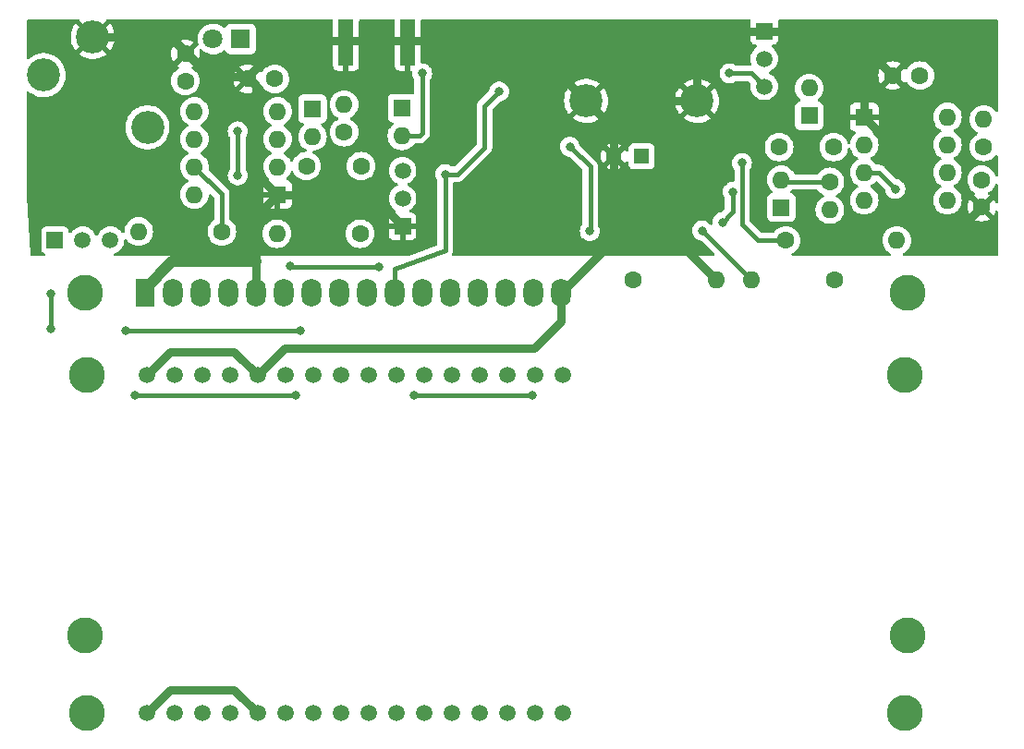
<source format=gbr>
%TF.GenerationSoftware,KiCad,Pcbnew,(6.0.7)*%
%TF.CreationDate,2022-12-07T12:16:08-08:00*%
%TF.ProjectId,TR interface,54522069-6e74-4657-9266-6163652e6b69,rev?*%
%TF.SameCoordinates,Original*%
%TF.FileFunction,Copper,L2,Bot*%
%TF.FilePolarity,Positive*%
%FSLAX46Y46*%
G04 Gerber Fmt 4.6, Leading zero omitted, Abs format (unit mm)*
G04 Created by KiCad (PCBNEW (6.0.7)) date 2022-12-07 12:16:08*
%MOMM*%
%LPD*%
G01*
G04 APERTURE LIST*
%TA.AperFunction,ComponentPad*%
%ADD10C,3.016000*%
%TD*%
%TA.AperFunction,ComponentPad*%
%ADD11R,1.600000X1.600000*%
%TD*%
%TA.AperFunction,ComponentPad*%
%ADD12O,1.600000X1.600000*%
%TD*%
%TA.AperFunction,ComponentPad*%
%ADD13C,3.300000*%
%TD*%
%TA.AperFunction,ComponentPad*%
%ADD14R,1.800000X2.600000*%
%TD*%
%TA.AperFunction,ComponentPad*%
%ADD15O,1.800000X2.600000*%
%TD*%
%TA.AperFunction,ComponentPad*%
%ADD16C,1.600000*%
%TD*%
%TA.AperFunction,ComponentPad*%
%ADD17R,1.500000X1.500000*%
%TD*%
%TA.AperFunction,ComponentPad*%
%ADD18C,1.500000*%
%TD*%
%TA.AperFunction,ComponentPad*%
%ADD19R,1.398000X1.398000*%
%TD*%
%TA.AperFunction,ComponentPad*%
%ADD20C,1.398000*%
%TD*%
%TA.AperFunction,ComponentPad*%
%ADD21C,3.015000*%
%TD*%
%TA.AperFunction,SMDPad,CuDef*%
%ADD22R,1.350000X4.200000*%
%TD*%
%TA.AperFunction,ComponentPad*%
%ADD23R,1.800000X1.800000*%
%TD*%
%TA.AperFunction,ComponentPad*%
%ADD24C,1.800000*%
%TD*%
%TA.AperFunction,ViaPad*%
%ADD25C,0.800000*%
%TD*%
%TA.AperFunction,Conductor*%
%ADD26C,0.800000*%
%TD*%
%TA.AperFunction,Conductor*%
%ADD27C,0.400000*%
%TD*%
%TA.AperFunction,Conductor*%
%ADD28C,1.000000*%
%TD*%
G04 APERTURE END LIST*
D10*
%TO.P,J5,1*%
%TO.N,GND*%
X39382100Y-23400000D03*
%TO.P,J5,2*%
%TO.N,{slash}key*%
X34882100Y-26900000D03*
%TO.P,J5,3*%
%TO.N,unconnected-(J5-Pad3)*%
X44382100Y-31700000D03*
%TD*%
D11*
%TO.P,D1,1,K*%
%TO.N,+5V*%
X59500000Y-30000000D03*
D12*
%TO.P,D1,2,A*%
%TO.N,Net-(C1-Pad2)*%
X59500000Y-32540000D03*
%TD*%
D13*
%TO.P,J1,*%
%TO.N,*%
X114049480Y-78300700D03*
X38650900Y-46900000D03*
X114050000Y-46900000D03*
X38650900Y-78300700D03*
D14*
%TO.P,J1,1,Pin_1*%
%TO.N,GND*%
X44150000Y-46900000D03*
D15*
%TO.P,J1,2,Pin_2*%
%TO.N,+5V*%
X46690000Y-46900000D03*
%TO.P,J1,3,Pin_3*%
%TO.N,Vo*%
X49230000Y-46900000D03*
%TO.P,J1,4,Pin_4*%
%TO.N,RS*%
X51770000Y-46900000D03*
%TO.P,J1,5,Pin_5*%
%TO.N,GND*%
X54310000Y-46900000D03*
%TO.P,J1,6,Pin_6*%
%TO.N,EN*%
X56850000Y-46900000D03*
%TO.P,J1,7,Pin_7*%
%TO.N,{slash}RX_TX*%
X59390000Y-46900000D03*
%TO.P,J1,8,Pin_8*%
%TO.N,{slash}TX_RX*%
X61930000Y-46900000D03*
%TO.P,J1,9,Pin_9*%
%TO.N,{slash}key*%
X64470000Y-46900000D03*
%TO.P,J1,10,Pin_10*%
%TO.N,RX_Sig*%
X67010000Y-46900000D03*
%TO.P,J1,11,Pin_11*%
%TO.N,DB4*%
X69550000Y-46900000D03*
%TO.P,J1,12,Pin_12*%
%TO.N,DB5*%
X72090000Y-46900000D03*
%TO.P,J1,13,Pin_13*%
%TO.N,DB6*%
X74630000Y-46900000D03*
%TO.P,J1,14,Pin_14*%
%TO.N,DB7*%
X77170000Y-46900000D03*
%TO.P,J1,15,Pin_15*%
%TO.N,unconnected-(J1-Pad15)*%
X79710000Y-46900000D03*
%TO.P,J1,16,Pin_16*%
%TO.N,GND*%
X82250000Y-46900000D03*
%TD*%
D16*
%TO.P,R1,1*%
%TO.N,+5V*%
X107360000Y-45700000D03*
D12*
%TO.P,R1,2*%
%TO.N,T*%
X99740000Y-45700000D03*
%TD*%
D11*
%TO.P,D2,1,K*%
%TO.N,+5V*%
X102450000Y-39050000D03*
D12*
%TO.P,D2,2,A*%
%TO.N,Net-(C2-Pad2)*%
X102450000Y-36510000D03*
%TD*%
D16*
%TO.P,R7,1*%
%TO.N,Net-(Q2-Pad2)*%
X63860000Y-41450000D03*
D12*
%TO.P,R7,2*%
%TO.N,Net-(R7-Pad2)*%
X56240000Y-41450000D03*
%TD*%
D17*
%TO.P,Q1,1,E*%
%TO.N,Net-(D3-Pad2)*%
X35910000Y-42040000D03*
D18*
%TO.P,Q1,2,B*%
%TO.N,T*%
X38450000Y-42040000D03*
%TO.P,Q1,3,C*%
%TO.N,+5V*%
X40990000Y-42040000D03*
%TD*%
D16*
%TO.P,R3,1*%
%TO.N,Net-(C2-Pad2)*%
X106900000Y-36700000D03*
D12*
%TO.P,R3,2*%
%TO.N,+5V*%
X106900000Y-39240000D03*
%TD*%
D11*
%TO.P,D5,1,K*%
%TO.N,+5V*%
X105000000Y-30640000D03*
D12*
%TO.P,D5,2,A*%
%TO.N,SET*%
X105000000Y-28100000D03*
%TD*%
D16*
%TO.P,C4,1*%
%TO.N,GND*%
X120800000Y-39000000D03*
%TO.P,C4,2*%
%TO.N,Net-(C4-Pad2)*%
X120800000Y-36500000D03*
%TD*%
D11*
%TO.P,D4,1,K*%
%TO.N,+5V*%
X67700000Y-29935686D03*
D12*
%TO.P,D4,2,A*%
%TO.N,RESET*%
X67700000Y-32475686D03*
%TD*%
D17*
%TO.P,Q3,1,E*%
%TO.N,GND*%
X100890000Y-22860000D03*
D18*
%TO.P,Q3,2,B*%
%TO.N,Net-(Q3-Pad2)*%
X100890000Y-25400000D03*
%TO.P,Q3,3,C*%
%TO.N,SET*%
X100890000Y-27940000D03*
%TD*%
D17*
%TO.P,Q2,1,E*%
%TO.N,GND*%
X67750000Y-40750000D03*
D18*
%TO.P,Q2,2,B*%
%TO.N,Net-(Q2-Pad2)*%
X67750000Y-38210000D03*
%TO.P,Q2,3,C*%
%TO.N,RESET*%
X67750000Y-35670000D03*
%TD*%
D16*
%TO.P,R4,1*%
%TO.N,Net-(C3-Pad2)*%
X51200000Y-41250000D03*
D12*
%TO.P,R4,2*%
%TO.N,+5V*%
X43580000Y-41250000D03*
%TD*%
D16*
%TO.P,C3,1*%
%TO.N,GND*%
X47850000Y-24950000D03*
%TO.P,C3,2*%
%TO.N,Net-(C3-Pad2)*%
X47850000Y-27450000D03*
%TD*%
%TO.P,R2,1*%
%TO.N,Net-(C1-Pad2)*%
X62400000Y-32145000D03*
D12*
%TO.P,R2,2*%
%TO.N,+5V*%
X62400000Y-29605000D03*
%TD*%
D11*
%TO.P,U2,1,GND*%
%TO.N,GND*%
X110050000Y-30750000D03*
D12*
%TO.P,U2,2,~{TRIG}*%
%TO.N,Net-(C2-Pad2)*%
X110050000Y-33290000D03*
%TO.P,U2,3,OUT*%
%TO.N,Net-(R8-Pad2)*%
X110050000Y-35830000D03*
%TO.P,U2,4,~{RESET}*%
%TO.N,+5V*%
X110050000Y-38370000D03*
%TO.P,U2,5,CONT*%
%TO.N,unconnected-(U2-Pad5)*%
X117670000Y-38370000D03*
%TO.P,U2,6,THRES*%
%TO.N,Net-(C4-Pad2)*%
X117670000Y-35830000D03*
%TO.P,U2,7,DISCH*%
X117670000Y-33290000D03*
%TO.P,U2,8,VDD*%
%TO.N,+5V*%
X117670000Y-30750000D03*
%TD*%
D19*
%TO.P,J3,1,1*%
%TO.N,ANT*%
X89650000Y-34341500D03*
D20*
%TO.P,J3,2,2*%
%TO.N,GND*%
X87110000Y-34341500D03*
D21*
%TO.P,J3,P1,SHIELD*%
X84570000Y-29261500D03*
%TO.P,J3,P2,SHIELD*%
X94730000Y-29261500D03*
%TD*%
D16*
%TO.P,R8,1*%
%TO.N,Net-(Q3-Pad2)*%
X102870000Y-42050000D03*
D12*
%TO.P,R8,2*%
%TO.N,Net-(R8-Pad2)*%
X113030000Y-42050000D03*
%TD*%
D16*
%TO.P,R5,1*%
%TO.N,Net-(C4-Pad2)*%
X121000000Y-33495000D03*
D12*
%TO.P,R5,2*%
%TO.N,+5V*%
X121000000Y-30955000D03*
%TD*%
D16*
%TO.P,C1,1*%
%TO.N,{slash}RX_TX*%
X63950000Y-35250000D03*
%TO.P,C1,2*%
%TO.N,Net-(C1-Pad2)*%
X58950000Y-35250000D03*
%TD*%
D22*
%TO.P,J4,2,Ext*%
%TO.N,GND*%
X62575000Y-23900000D03*
X68225000Y-23900000D03*
%TD*%
D23*
%TO.P,D3,1,K*%
%TO.N,Net-(D3-Pad1)*%
X52925000Y-23600000D03*
D24*
%TO.P,D3,2,A*%
%TO.N,Net-(D3-Pad2)*%
X50385000Y-23600000D03*
%TD*%
D18*
%TO.P,DS1,1,VSS_1*%
%TO.N,GND*%
X44300000Y-85400000D03*
%TO.P,DS1,2,VDD_1*%
%TO.N,+5V*%
X46840000Y-85400000D03*
%TO.P,DS1,3,VEE_1*%
%TO.N,Vo*%
X49380000Y-85400000D03*
%TO.P,DS1,4,RS_1*%
%TO.N,RS*%
X51920000Y-85400000D03*
%TO.P,DS1,5,R/W_1*%
%TO.N,GND*%
X54460000Y-85400000D03*
%TO.P,DS1,6,E_1*%
%TO.N,EN*%
X57000000Y-85400000D03*
%TO.P,DS1,7,DB0_1*%
%TO.N,unconnected-(DS1-Pad7)*%
X59540000Y-85400000D03*
%TO.P,DS1,8,DB1_1*%
%TO.N,unconnected-(DS1-Pad8)*%
X62080000Y-85400000D03*
%TO.P,DS1,9,DB2_1*%
%TO.N,unconnected-(DS1-Pad9)*%
X64620000Y-85400000D03*
%TO.P,DS1,10,DB3_1*%
%TO.N,unconnected-(DS1-Pad10)*%
X67160000Y-85400000D03*
%TO.P,DS1,11,DB4_1*%
%TO.N,DB4*%
X69700000Y-85400000D03*
%TO.P,DS1,12,DB5_1*%
%TO.N,DB5*%
X72240000Y-85400000D03*
%TO.P,DS1,13,DB6_1*%
%TO.N,DB6*%
X74780000Y-85400000D03*
%TO.P,DS1,14,DB7_1*%
%TO.N,DB7*%
X77320000Y-85400000D03*
%TO.P,DS1,15,LEDA_1*%
%TO.N,unconnected-(DS1-Pad15)*%
X79860000Y-85400000D03*
%TO.P,DS1,16,LEDK_1*%
%TO.N,unconnected-(DS1-Pad16)*%
X82400000Y-85400000D03*
%TO.P,DS1,17,VSS_2*%
%TO.N,GND*%
X44300000Y-54400000D03*
%TO.P,DS1,18,VDD_2*%
%TO.N,+5V*%
X46840000Y-54400000D03*
%TO.P,DS1,19,VEE_2*%
%TO.N,Vo*%
X49380000Y-54400000D03*
%TO.P,DS1,20,RS_2*%
%TO.N,RS*%
X51920000Y-54400000D03*
%TO.P,DS1,21,R/W_2*%
%TO.N,GND*%
X54460000Y-54400000D03*
%TO.P,DS1,22,E_2*%
%TO.N,EN*%
X57000000Y-54400000D03*
%TO.P,DS1,23,DB0_2*%
%TO.N,unconnected-(DS1-Pad23)*%
X59540000Y-54400000D03*
%TO.P,DS1,24,DB1_2*%
%TO.N,unconnected-(DS1-Pad24)*%
X62080000Y-54400000D03*
%TO.P,DS1,25,DB2_2*%
%TO.N,unconnected-(DS1-Pad25)*%
X64620000Y-54400000D03*
%TO.P,DS1,26,DB3_2*%
%TO.N,unconnected-(DS1-Pad26)*%
X67160000Y-54400000D03*
%TO.P,DS1,27,DB4_2*%
%TO.N,DB4*%
X69700000Y-54400000D03*
%TO.P,DS1,28,DB5_2*%
%TO.N,DB5*%
X72240000Y-54400000D03*
%TO.P,DS1,29,DB6_2*%
%TO.N,DB6*%
X74780000Y-54400000D03*
%TO.P,DS1,30,DB7_2*%
%TO.N,DB7*%
X77320000Y-54400000D03*
%TO.P,DS1,31,LEDA_2*%
%TO.N,unconnected-(DS1-Pad31)*%
X79860000Y-54400000D03*
%TO.P,DS1,32,LEDK_2*%
%TO.N,unconnected-(DS1-Pad32)*%
X82400000Y-54400000D03*
D13*
%TO.P,DS1,MH1*%
%TO.N,N/C*%
X38800000Y-85400000D03*
%TO.P,DS1,MH2*%
X38800000Y-54400000D03*
%TO.P,DS1,MH3*%
X113800000Y-54400000D03*
%TO.P,DS1,MH4*%
X113800000Y-85400000D03*
%TD*%
D16*
%TO.P,R6,1*%
%TO.N,Net-(D3-Pad1)*%
X88890000Y-45700000D03*
D12*
%TO.P,R6,2*%
%TO.N,GND*%
X96510000Y-45700000D03*
%TD*%
D16*
%TO.P,C6,1*%
%TO.N,GND*%
X112650000Y-26950000D03*
%TO.P,C6,2*%
%TO.N,+5V*%
X115150000Y-26950000D03*
%TD*%
D11*
%TO.P,U1,1,GND*%
%TO.N,GND*%
X56300000Y-37850000D03*
D12*
%TO.P,U1,2,~{TRIG}*%
%TO.N,Net-(C1-Pad2)*%
X56300000Y-35310000D03*
%TO.P,U1,3,OUT*%
%TO.N,Net-(R7-Pad2)*%
X56300000Y-32770000D03*
%TO.P,U1,4,~{RESET}*%
%TO.N,+5V*%
X56300000Y-30230000D03*
%TO.P,U1,5,CONT*%
%TO.N,unconnected-(U1-Pad5)*%
X48680000Y-30230000D03*
%TO.P,U1,6,THRES*%
%TO.N,Net-(C3-Pad2)*%
X48680000Y-32770000D03*
%TO.P,U1,7,DISCH*%
X48680000Y-35310000D03*
%TO.P,U1,8,VDD*%
%TO.N,+5V*%
X48680000Y-37850000D03*
%TD*%
D16*
%TO.P,C5,1*%
%TO.N,GND*%
X53550000Y-27250000D03*
%TO.P,C5,2*%
%TO.N,+5V*%
X56050000Y-27250000D03*
%TD*%
%TO.P,C2,1*%
%TO.N,{slash}TX_RX*%
X102250000Y-33500000D03*
%TO.P,C2,2*%
%TO.N,Net-(C2-Pad2)*%
X107250000Y-33500000D03*
%TD*%
D25*
%TO.N,T*%
X58000000Y-56300000D03*
X35500000Y-46950000D03*
X95204668Y-41164668D03*
X84900000Y-41200000D03*
X35500000Y-50150000D03*
X79650000Y-56300000D03*
X43250000Y-56300000D03*
X83080000Y-33470000D03*
X68800000Y-56300000D03*
%TO.N,GND*%
X60500000Y-23750000D03*
X70750000Y-23750000D03*
%TO.N,RX_Sig*%
X71650000Y-36000000D03*
X76600000Y-28400000D03*
%TO.N,SET*%
X97700000Y-26750000D03*
%TO.N,RESET*%
X69550000Y-26750000D03*
%TO.N,Net-(Q3-Pad2)*%
X98850000Y-34950000D03*
%TO.N,Net-(R8-Pad2)*%
X112900000Y-37350000D03*
%TO.N,Net-(D3-Pad1)*%
X57450000Y-44400000D03*
X65600000Y-44450000D03*
X52650000Y-36100000D03*
X52650000Y-32050000D03*
%TO.N,{slash}TX_RX*%
X97050000Y-40400000D03*
X98000000Y-37600000D03*
%TO.N,{slash}key*%
X42400000Y-50300000D03*
X58350000Y-50300000D03*
%TD*%
D26*
%TO.N,GND*%
X46499200Y-23400000D02*
X39382100Y-23400000D01*
X46524600Y-23374600D02*
X46499200Y-23400000D01*
D27*
%TO.N,T*%
X79650000Y-56300000D02*
X68800000Y-56300000D01*
X83080000Y-33470000D02*
X83120000Y-33470000D01*
X35500000Y-50150000D02*
X35500000Y-46950000D01*
X84950000Y-35300000D02*
X84950000Y-41200000D01*
X58000000Y-56300000D02*
X43250000Y-56300000D01*
X83120000Y-33470000D02*
X84950000Y-35300000D01*
X84950000Y-41200000D02*
X84900000Y-41200000D01*
X95240000Y-41200000D02*
X99740000Y-45700000D01*
D26*
%TO.N,GND*%
X110500000Y-24800000D02*
X112650000Y-26950000D01*
X87110000Y-42040000D02*
X92850000Y-42040000D01*
X100890000Y-22860000D02*
X108110000Y-22860000D01*
X94730000Y-29261500D02*
X94730000Y-24420000D01*
X64850000Y-37850000D02*
X67750000Y-40750000D01*
X82250000Y-49450000D02*
X82250000Y-46900000D01*
D28*
X44150000Y-46900000D02*
X44150000Y-46500000D01*
D26*
X115800000Y-39950000D02*
X117300000Y-41450000D01*
X56300000Y-37850000D02*
X64850000Y-37850000D01*
X87110000Y-31801500D02*
X84570000Y-29261500D01*
X110050000Y-24800000D02*
X110050000Y-30750000D01*
D28*
X46660000Y-43990000D02*
X54310000Y-43990000D01*
D26*
X110050000Y-24800000D02*
X110500000Y-24800000D01*
X52320739Y-83260739D02*
X54460000Y-85400000D01*
X96290000Y-22860000D02*
X100890000Y-22860000D01*
X46439261Y-83260739D02*
X52320739Y-83260739D01*
X117300000Y-41450000D02*
X118350000Y-41450000D01*
X89650000Y-29261500D02*
X94730000Y-29261500D01*
X56960000Y-51900000D02*
X79800000Y-51900000D01*
X53550000Y-27050000D02*
X56850000Y-23750000D01*
X56300000Y-37850000D02*
X54349999Y-35899999D01*
X92850000Y-42040000D02*
X96510000Y-45700000D01*
X79800000Y-51900000D02*
X82250000Y-49450000D01*
D28*
X44150000Y-46500000D02*
X46660000Y-43990000D01*
D26*
X54310000Y-39840000D02*
X56300000Y-37850000D01*
X52320739Y-52260739D02*
X54460000Y-54400000D01*
X53550000Y-27050000D02*
X50200000Y-27050000D01*
X54460000Y-54400000D02*
X56960000Y-51900000D01*
X87110000Y-34341500D02*
X87110000Y-31801500D01*
X108110000Y-22860000D02*
X110050000Y-24800000D01*
X46439261Y-52260739D02*
X52320739Y-52260739D01*
X60500000Y-23750000D02*
X56850000Y-23750000D01*
X44300000Y-54400000D02*
X46439261Y-52260739D01*
X50200000Y-27050000D02*
X46524600Y-23374600D01*
X87110000Y-42040000D02*
X87110000Y-34341500D01*
X54349999Y-35899999D02*
X54349999Y-27849999D01*
X44300000Y-85400000D02*
X46439261Y-83260739D01*
X54349999Y-27849999D02*
X53550000Y-27050000D01*
X82250000Y-46900000D02*
X87110000Y-42040000D01*
X79058500Y-23750000D02*
X84570000Y-29261500D01*
X94730000Y-24420000D02*
X96290000Y-22860000D01*
X70750000Y-23750000D02*
X60500000Y-23750000D01*
D28*
X53750000Y-27250000D02*
X53550000Y-27050000D01*
D26*
X54310000Y-46900000D02*
X54310000Y-43990000D01*
X79058500Y-23750000D02*
X70750000Y-23750000D01*
X110050000Y-30750000D02*
X115800000Y-36500000D01*
X87110000Y-31801500D02*
X89650000Y-29261500D01*
X118350000Y-41450000D02*
X120800000Y-39000000D01*
X115800000Y-36500000D02*
X115800000Y-39950000D01*
X54310000Y-43990000D02*
X54310000Y-39840000D01*
D27*
%TO.N,RX_Sig*%
X72800000Y-36000000D02*
X75250000Y-33550000D01*
X71650000Y-43000000D02*
X71650000Y-36000000D01*
X75250000Y-29750000D02*
X76600000Y-28400000D01*
X71650000Y-36000000D02*
X72800000Y-36000000D01*
X67050000Y-44700000D02*
X71650000Y-43000000D01*
X67010000Y-46900000D02*
X67050000Y-44700000D01*
X75250000Y-33550000D02*
X75250000Y-29750000D01*
%TO.N,SET*%
X97700000Y-26750000D02*
X99700000Y-26750000D01*
X99700000Y-26750000D02*
X100890000Y-27940000D01*
%TO.N,RESET*%
X67700000Y-32475686D02*
X69275686Y-32475686D01*
X69550000Y-32201372D02*
X69550000Y-26750000D01*
X69275686Y-32475686D02*
X69550000Y-32201372D01*
%TO.N,Net-(Q3-Pad2)*%
X98850000Y-40600000D02*
X100300000Y-42050000D01*
X100300000Y-42050000D02*
X102870000Y-42050000D01*
X98850000Y-34950000D02*
X98850000Y-40600000D01*
%TO.N,Net-(C3-Pad2)*%
X48680000Y-35310000D02*
X51200000Y-37830000D01*
X51200000Y-37830000D02*
X51200000Y-41250000D01*
%TO.N,Net-(C2-Pad2)*%
X102640000Y-36700000D02*
X102450000Y-36510000D01*
X106900000Y-36700000D02*
X102640000Y-36700000D01*
%TO.N,Net-(R8-Pad2)*%
X110050000Y-35830000D02*
X111380000Y-35830000D01*
X111380000Y-35830000D02*
X112900000Y-37350000D01*
%TO.N,Net-(D3-Pad1)*%
X57900000Y-44450000D02*
X57500000Y-44450000D01*
X65600000Y-44450000D02*
X57900000Y-44450000D01*
X57500000Y-44450000D02*
X57450000Y-44400000D01*
X52650000Y-36100000D02*
X52650000Y-32050000D01*
%TO.N,{slash}TX_RX*%
X97850000Y-39600000D02*
X98000000Y-39450000D01*
X97050000Y-40400000D02*
X97850000Y-39600000D01*
X98000000Y-39450000D02*
X98000000Y-37600000D01*
%TO.N,{slash}key*%
X58350000Y-50300000D02*
X42400000Y-50300000D01*
%TD*%
%TA.AperFunction,Conductor*%
%TO.N,GND*%
G36*
X38165742Y-21828502D02*
G01*
X38186716Y-21845405D01*
X39369290Y-23027980D01*
X39383231Y-23035592D01*
X39385066Y-23035461D01*
X39391680Y-23031210D01*
X40577484Y-21845405D01*
X40639796Y-21811380D01*
X40666579Y-21808500D01*
X61266000Y-21808500D01*
X61334121Y-21828502D01*
X61380614Y-21882158D01*
X61392000Y-21934500D01*
X61392000Y-23627885D01*
X61396475Y-23643124D01*
X61397865Y-23644329D01*
X61405548Y-23646000D01*
X63739884Y-23646000D01*
X63755123Y-23641525D01*
X63756328Y-23640135D01*
X63757999Y-23632452D01*
X63757999Y-21934500D01*
X63778001Y-21866379D01*
X63831657Y-21819886D01*
X63883999Y-21808500D01*
X66916000Y-21808500D01*
X66984121Y-21828502D01*
X67030614Y-21882158D01*
X67042000Y-21934500D01*
X67042000Y-23627885D01*
X67046475Y-23643124D01*
X67047865Y-23644329D01*
X67055548Y-23646000D01*
X69389884Y-23646000D01*
X69405123Y-23641525D01*
X69406328Y-23640135D01*
X69407999Y-23632452D01*
X69407999Y-21934500D01*
X69428001Y-21866379D01*
X69481657Y-21819886D01*
X69533999Y-21808500D01*
X99528662Y-21808500D01*
X99596783Y-21828502D01*
X99643276Y-21882158D01*
X99653380Y-21952432D01*
X99646644Y-21978729D01*
X99641522Y-21992391D01*
X99637895Y-22007649D01*
X99632369Y-22058514D01*
X99632000Y-22065328D01*
X99632000Y-22587885D01*
X99636475Y-22603124D01*
X99637865Y-22604329D01*
X99645548Y-22606000D01*
X102129884Y-22606000D01*
X102145123Y-22601525D01*
X102146328Y-22600135D01*
X102147999Y-22592452D01*
X102147999Y-22065331D01*
X102147629Y-22058510D01*
X102142105Y-22007648D01*
X102138478Y-21992393D01*
X102133356Y-21978729D01*
X102128173Y-21907921D01*
X102162095Y-21845553D01*
X102224350Y-21811424D01*
X102251338Y-21808500D01*
X122165500Y-21808500D01*
X122233621Y-21828502D01*
X122280114Y-21882158D01*
X122291500Y-21934500D01*
X122291500Y-30118532D01*
X122271498Y-30186653D01*
X122217842Y-30233146D01*
X122147568Y-30243250D01*
X122082988Y-30213756D01*
X122062287Y-30190803D01*
X122009357Y-30115211D01*
X122009355Y-30115208D01*
X122006198Y-30110700D01*
X121844300Y-29948802D01*
X121839792Y-29945645D01*
X121839789Y-29945643D01*
X121699839Y-29847649D01*
X121656749Y-29817477D01*
X121651767Y-29815154D01*
X121651762Y-29815151D01*
X121454225Y-29723039D01*
X121454224Y-29723039D01*
X121449243Y-29720716D01*
X121443935Y-29719294D01*
X121443933Y-29719293D01*
X121233402Y-29662881D01*
X121233400Y-29662881D01*
X121228087Y-29661457D01*
X121000000Y-29641502D01*
X120771913Y-29661457D01*
X120766600Y-29662881D01*
X120766598Y-29662881D01*
X120556067Y-29719293D01*
X120556065Y-29719294D01*
X120550757Y-29720716D01*
X120545776Y-29723039D01*
X120545775Y-29723039D01*
X120348238Y-29815151D01*
X120348233Y-29815154D01*
X120343251Y-29817477D01*
X120300161Y-29847649D01*
X120160211Y-29945643D01*
X120160208Y-29945645D01*
X120155700Y-29948802D01*
X119993802Y-30110700D01*
X119862477Y-30298251D01*
X119860154Y-30303233D01*
X119860151Y-30303238D01*
X119772370Y-30491488D01*
X119765716Y-30505757D01*
X119764294Y-30511065D01*
X119764293Y-30511067D01*
X119732044Y-30631420D01*
X119706457Y-30726913D01*
X119686502Y-30955000D01*
X119706457Y-31183087D01*
X119707881Y-31188400D01*
X119707881Y-31188402D01*
X119760776Y-31385805D01*
X119765716Y-31404243D01*
X119768039Y-31409224D01*
X119768039Y-31409225D01*
X119860151Y-31606762D01*
X119860154Y-31606767D01*
X119862477Y-31611749D01*
X119913578Y-31684729D01*
X119971675Y-31767699D01*
X119993802Y-31799300D01*
X120155700Y-31961198D01*
X120160208Y-31964355D01*
X120160211Y-31964357D01*
X120177556Y-31976502D01*
X120343251Y-32092523D01*
X120348233Y-32094846D01*
X120348238Y-32094849D01*
X120382457Y-32110805D01*
X120435742Y-32157722D01*
X120455203Y-32225999D01*
X120434661Y-32293959D01*
X120382457Y-32339195D01*
X120348238Y-32355151D01*
X120348233Y-32355154D01*
X120343251Y-32357477D01*
X120243564Y-32427279D01*
X120160211Y-32485643D01*
X120160208Y-32485645D01*
X120155700Y-32488802D01*
X119993802Y-32650700D01*
X119990645Y-32655208D01*
X119990643Y-32655211D01*
X119945434Y-32719777D01*
X119862477Y-32838251D01*
X119860154Y-32843233D01*
X119860151Y-32843238D01*
X119785466Y-33003402D01*
X119765716Y-33045757D01*
X119764294Y-33051065D01*
X119764293Y-33051067D01*
X119723128Y-33204697D01*
X119706457Y-33266913D01*
X119686502Y-33495000D01*
X119706457Y-33723087D01*
X119707881Y-33728400D01*
X119707881Y-33728402D01*
X119762547Y-33932415D01*
X119765716Y-33944243D01*
X119768039Y-33949224D01*
X119768039Y-33949225D01*
X119860151Y-34146762D01*
X119860154Y-34146767D01*
X119862477Y-34151749D01*
X119906674Y-34214869D01*
X119971675Y-34307699D01*
X119993802Y-34339300D01*
X120155700Y-34501198D01*
X120160208Y-34504355D01*
X120160211Y-34504357D01*
X120167352Y-34509357D01*
X120343251Y-34632523D01*
X120348233Y-34634846D01*
X120348238Y-34634849D01*
X120501141Y-34706148D01*
X120550757Y-34729284D01*
X120556065Y-34730706D01*
X120556067Y-34730707D01*
X120766598Y-34787119D01*
X120766600Y-34787119D01*
X120771913Y-34788543D01*
X121000000Y-34808498D01*
X121228087Y-34788543D01*
X121233400Y-34787119D01*
X121233402Y-34787119D01*
X121443933Y-34730707D01*
X121443935Y-34730706D01*
X121449243Y-34729284D01*
X121498859Y-34706148D01*
X121651762Y-34634849D01*
X121651767Y-34634846D01*
X121656749Y-34632523D01*
X121832648Y-34509357D01*
X121839789Y-34504357D01*
X121839792Y-34504355D01*
X121844300Y-34501198D01*
X122006198Y-34339300D01*
X122028326Y-34307699D01*
X122062287Y-34259197D01*
X122117744Y-34214869D01*
X122188364Y-34207560D01*
X122251724Y-34239591D01*
X122287709Y-34300792D01*
X122291500Y-34331468D01*
X122291500Y-36053634D01*
X122271498Y-36121755D01*
X122217842Y-36168248D01*
X122147568Y-36178352D01*
X122082988Y-36148858D01*
X122043793Y-36086245D01*
X122035707Y-36056067D01*
X122035706Y-36056065D01*
X122034284Y-36050757D01*
X122010616Y-36000000D01*
X121939849Y-35848238D01*
X121939846Y-35848233D01*
X121937523Y-35843251D01*
X121832969Y-35693933D01*
X121809357Y-35660211D01*
X121809355Y-35660208D01*
X121806198Y-35655700D01*
X121644300Y-35493802D01*
X121639792Y-35490645D01*
X121639789Y-35490643D01*
X121521592Y-35407881D01*
X121456749Y-35362477D01*
X121451767Y-35360154D01*
X121451762Y-35360151D01*
X121254225Y-35268039D01*
X121254224Y-35268039D01*
X121249243Y-35265716D01*
X121243935Y-35264294D01*
X121243933Y-35264293D01*
X121033402Y-35207881D01*
X121033400Y-35207881D01*
X121028087Y-35206457D01*
X120800000Y-35186502D01*
X120571913Y-35206457D01*
X120566600Y-35207881D01*
X120566598Y-35207881D01*
X120356067Y-35264293D01*
X120356065Y-35264294D01*
X120350757Y-35265716D01*
X120345776Y-35268039D01*
X120345775Y-35268039D01*
X120148238Y-35360151D01*
X120148233Y-35360154D01*
X120143251Y-35362477D01*
X120078408Y-35407881D01*
X119960211Y-35490643D01*
X119960208Y-35490645D01*
X119955700Y-35493802D01*
X119793802Y-35655700D01*
X119790645Y-35660208D01*
X119790643Y-35660211D01*
X119767031Y-35693933D01*
X119662477Y-35843251D01*
X119660154Y-35848233D01*
X119660151Y-35848238D01*
X119589384Y-36000000D01*
X119565716Y-36050757D01*
X119564294Y-36056065D01*
X119564293Y-36056067D01*
X119528425Y-36189928D01*
X119506457Y-36271913D01*
X119486502Y-36500000D01*
X119506457Y-36728087D01*
X119507881Y-36733400D01*
X119507881Y-36733402D01*
X119562972Y-36939001D01*
X119565716Y-36949243D01*
X119568039Y-36954224D01*
X119568039Y-36954225D01*
X119660151Y-37151762D01*
X119660154Y-37151767D01*
X119662477Y-37156749D01*
X119717079Y-37234729D01*
X119774382Y-37316565D01*
X119793802Y-37344300D01*
X119955700Y-37506198D01*
X119960208Y-37509355D01*
X119960211Y-37509357D01*
X120031246Y-37559096D01*
X120143251Y-37637523D01*
X120148235Y-37639847D01*
X120150528Y-37641171D01*
X120199521Y-37692553D01*
X120212957Y-37762267D01*
X120186571Y-37828178D01*
X120150528Y-37859409D01*
X120138998Y-37866066D01*
X120086952Y-37902509D01*
X120078576Y-37912988D01*
X120085644Y-37926434D01*
X120787188Y-38627978D01*
X120801132Y-38635592D01*
X120802965Y-38635461D01*
X120809580Y-38631210D01*
X121515077Y-37925713D01*
X121521507Y-37913938D01*
X121512211Y-37901923D01*
X121461002Y-37866066D01*
X121449472Y-37859409D01*
X121400479Y-37808027D01*
X121387042Y-37738313D01*
X121413429Y-37672402D01*
X121449472Y-37641171D01*
X121451765Y-37639847D01*
X121456749Y-37637523D01*
X121568754Y-37559096D01*
X121639789Y-37509357D01*
X121639792Y-37509355D01*
X121644300Y-37506198D01*
X121806198Y-37344300D01*
X121825619Y-37316565D01*
X121882921Y-37234729D01*
X121937523Y-37156749D01*
X121939846Y-37151767D01*
X121939849Y-37151762D01*
X122031961Y-36954225D01*
X122031961Y-36954224D01*
X122034284Y-36949243D01*
X122043793Y-36913755D01*
X122080745Y-36853132D01*
X122144605Y-36822111D01*
X122215100Y-36830539D01*
X122269847Y-36875742D01*
X122291500Y-36946366D01*
X122291500Y-38555564D01*
X122271498Y-38623685D01*
X122217842Y-38670178D01*
X122147568Y-38680282D01*
X122082988Y-38650788D01*
X122043793Y-38588175D01*
X122035236Y-38556239D01*
X122031490Y-38545947D01*
X121939414Y-38348489D01*
X121933931Y-38338994D01*
X121897491Y-38286952D01*
X121887012Y-38278576D01*
X121873566Y-38285644D01*
X121172022Y-38987188D01*
X121164408Y-39001132D01*
X121164539Y-39002965D01*
X121168790Y-39009580D01*
X121874287Y-39715077D01*
X121886062Y-39721507D01*
X121898077Y-39712211D01*
X121933931Y-39661006D01*
X121939414Y-39651511D01*
X122031490Y-39454053D01*
X122035236Y-39443761D01*
X122043793Y-39411825D01*
X122080745Y-39351202D01*
X122144605Y-39320181D01*
X122215100Y-39328609D01*
X122269847Y-39373812D01*
X122291500Y-39444436D01*
X122291500Y-43325685D01*
X122271498Y-43393806D01*
X122217842Y-43440299D01*
X122165571Y-43451684D01*
X113678730Y-43456320D01*
X113610599Y-43436355D01*
X113564077Y-43382725D01*
X113553935Y-43312456D01*
X113583393Y-43247860D01*
X113625412Y-43216125D01*
X113681762Y-43189849D01*
X113681767Y-43189846D01*
X113686749Y-43187523D01*
X113821717Y-43093017D01*
X113869789Y-43059357D01*
X113869792Y-43059355D01*
X113874300Y-43056198D01*
X114036198Y-42894300D01*
X114167523Y-42706749D01*
X114169846Y-42701767D01*
X114169849Y-42701762D01*
X114261961Y-42504225D01*
X114261961Y-42504224D01*
X114264284Y-42499243D01*
X114271564Y-42472076D01*
X114322119Y-42283402D01*
X114322119Y-42283400D01*
X114323543Y-42278087D01*
X114343498Y-42050000D01*
X114323543Y-41821913D01*
X114301073Y-41738054D01*
X114265707Y-41606067D01*
X114265706Y-41606065D01*
X114264284Y-41600757D01*
X114253336Y-41577279D01*
X114169849Y-41398238D01*
X114169846Y-41398233D01*
X114167523Y-41393251D01*
X114067217Y-41250000D01*
X114039357Y-41210211D01*
X114039355Y-41210208D01*
X114036198Y-41205700D01*
X113874300Y-41043802D01*
X113869792Y-41040645D01*
X113869789Y-41040643D01*
X113785042Y-40981303D01*
X113686749Y-40912477D01*
X113681767Y-40910154D01*
X113681762Y-40910151D01*
X113484225Y-40818039D01*
X113484224Y-40818039D01*
X113479243Y-40815716D01*
X113473935Y-40814294D01*
X113473933Y-40814293D01*
X113263402Y-40757881D01*
X113263400Y-40757881D01*
X113258087Y-40756457D01*
X113030000Y-40736502D01*
X112801913Y-40756457D01*
X112796600Y-40757881D01*
X112796598Y-40757881D01*
X112586067Y-40814293D01*
X112586065Y-40814294D01*
X112580757Y-40815716D01*
X112575776Y-40818039D01*
X112575775Y-40818039D01*
X112378238Y-40910151D01*
X112378233Y-40910154D01*
X112373251Y-40912477D01*
X112274958Y-40981303D01*
X112190211Y-41040643D01*
X112190208Y-41040645D01*
X112185700Y-41043802D01*
X112023802Y-41205700D01*
X112020645Y-41210208D01*
X112020643Y-41210211D01*
X111992783Y-41250000D01*
X111892477Y-41393251D01*
X111890154Y-41398233D01*
X111890151Y-41398238D01*
X111806664Y-41577279D01*
X111795716Y-41600757D01*
X111794294Y-41606065D01*
X111794293Y-41606067D01*
X111758927Y-41738054D01*
X111736457Y-41821913D01*
X111716502Y-42050000D01*
X111736457Y-42278087D01*
X111737881Y-42283400D01*
X111737881Y-42283402D01*
X111788437Y-42472076D01*
X111795716Y-42499243D01*
X111798039Y-42504224D01*
X111798039Y-42504225D01*
X111890151Y-42701762D01*
X111890154Y-42701767D01*
X111892477Y-42706749D01*
X112023802Y-42894300D01*
X112185700Y-43056198D01*
X112190208Y-43059355D01*
X112190211Y-43059357D01*
X112238283Y-43093017D01*
X112373251Y-43187523D01*
X112378233Y-43189846D01*
X112378238Y-43189849D01*
X112436106Y-43216833D01*
X112489391Y-43263751D01*
X112508852Y-43332028D01*
X112488310Y-43399988D01*
X112434287Y-43446053D01*
X112382928Y-43457027D01*
X103506817Y-43461875D01*
X103438685Y-43441910D01*
X103392163Y-43388280D01*
X103382021Y-43318011D01*
X103411479Y-43253415D01*
X103453499Y-43221680D01*
X103521758Y-43189851D01*
X103521764Y-43189847D01*
X103526749Y-43187523D01*
X103661717Y-43093017D01*
X103709789Y-43059357D01*
X103709792Y-43059355D01*
X103714300Y-43056198D01*
X103876198Y-42894300D01*
X104007523Y-42706749D01*
X104009846Y-42701767D01*
X104009849Y-42701762D01*
X104101961Y-42504225D01*
X104101961Y-42504224D01*
X104104284Y-42499243D01*
X104111564Y-42472076D01*
X104162119Y-42283402D01*
X104162119Y-42283400D01*
X104163543Y-42278087D01*
X104183498Y-42050000D01*
X104163543Y-41821913D01*
X104141073Y-41738054D01*
X104105707Y-41606067D01*
X104105706Y-41606065D01*
X104104284Y-41600757D01*
X104093336Y-41577279D01*
X104009849Y-41398238D01*
X104009846Y-41398233D01*
X104007523Y-41393251D01*
X103907217Y-41250000D01*
X103879357Y-41210211D01*
X103879355Y-41210208D01*
X103876198Y-41205700D01*
X103714300Y-41043802D01*
X103709792Y-41040645D01*
X103709789Y-41040643D01*
X103625042Y-40981303D01*
X103526749Y-40912477D01*
X103521767Y-40910154D01*
X103521762Y-40910151D01*
X103324225Y-40818039D01*
X103324224Y-40818039D01*
X103319243Y-40815716D01*
X103313935Y-40814294D01*
X103313933Y-40814293D01*
X103103402Y-40757881D01*
X103103400Y-40757881D01*
X103098087Y-40756457D01*
X102870000Y-40736502D01*
X102641913Y-40756457D01*
X102636600Y-40757881D01*
X102636598Y-40757881D01*
X102426067Y-40814293D01*
X102426065Y-40814294D01*
X102420757Y-40815716D01*
X102415776Y-40818039D01*
X102415775Y-40818039D01*
X102218238Y-40910151D01*
X102218233Y-40910154D01*
X102213251Y-40912477D01*
X102114958Y-40981303D01*
X102030211Y-41040643D01*
X102030208Y-41040645D01*
X102025700Y-41043802D01*
X101863802Y-41205700D01*
X101860645Y-41210208D01*
X101860643Y-41210211D01*
X101806335Y-41287771D01*
X101750878Y-41332099D01*
X101703122Y-41341500D01*
X100645661Y-41341500D01*
X100577540Y-41321498D01*
X100556571Y-41304600D01*
X99595404Y-40343434D01*
X99561380Y-40281123D01*
X99558500Y-40254340D01*
X99558500Y-36510000D01*
X101136502Y-36510000D01*
X101156457Y-36738087D01*
X101157881Y-36743400D01*
X101157881Y-36743402D01*
X101212266Y-36946366D01*
X101215716Y-36959243D01*
X101218039Y-36964224D01*
X101218039Y-36964225D01*
X101310151Y-37161762D01*
X101310154Y-37161767D01*
X101312477Y-37166749D01*
X101360077Y-37234729D01*
X101439529Y-37348197D01*
X101443802Y-37354300D01*
X101605700Y-37516198D01*
X101610211Y-37519357D01*
X101614424Y-37522892D01*
X101613473Y-37524026D01*
X101653471Y-37574071D01*
X101660776Y-37644690D01*
X101628742Y-37708049D01*
X101567538Y-37744030D01*
X101550483Y-37747082D01*
X101539684Y-37748255D01*
X101403295Y-37799385D01*
X101286739Y-37886739D01*
X101199385Y-38003295D01*
X101148255Y-38139684D01*
X101141500Y-38201866D01*
X101141500Y-39898134D01*
X101148255Y-39960316D01*
X101199385Y-40096705D01*
X101286739Y-40213261D01*
X101403295Y-40300615D01*
X101539684Y-40351745D01*
X101601866Y-40358500D01*
X103298134Y-40358500D01*
X103360316Y-40351745D01*
X103496705Y-40300615D01*
X103613261Y-40213261D01*
X103700615Y-40096705D01*
X103751745Y-39960316D01*
X103758500Y-39898134D01*
X103758500Y-38201866D01*
X103751745Y-38139684D01*
X103700615Y-38003295D01*
X103613261Y-37886739D01*
X103496705Y-37799385D01*
X103360316Y-37748255D01*
X103349526Y-37747083D01*
X103347394Y-37746197D01*
X103344778Y-37745575D01*
X103344879Y-37745152D01*
X103283965Y-37719845D01*
X103243537Y-37661483D01*
X103241078Y-37590529D01*
X103277371Y-37529510D01*
X103286031Y-37522511D01*
X103289793Y-37519354D01*
X103294300Y-37516198D01*
X103365093Y-37445405D01*
X103427405Y-37411379D01*
X103454188Y-37408500D01*
X105733122Y-37408500D01*
X105801243Y-37428502D01*
X105836335Y-37462229D01*
X105886145Y-37533365D01*
X105893802Y-37544300D01*
X106055700Y-37706198D01*
X106060208Y-37709355D01*
X106060211Y-37709357D01*
X106111332Y-37745152D01*
X106243251Y-37837523D01*
X106248233Y-37839846D01*
X106248238Y-37839849D01*
X106282457Y-37855805D01*
X106335742Y-37902722D01*
X106355203Y-37970999D01*
X106334661Y-38038959D01*
X106282457Y-38084195D01*
X106248238Y-38100151D01*
X106248233Y-38100154D01*
X106243251Y-38102477D01*
X106178895Y-38147540D01*
X106060211Y-38230643D01*
X106060208Y-38230645D01*
X106055700Y-38233802D01*
X105893802Y-38395700D01*
X105762477Y-38583251D01*
X105760154Y-38588233D01*
X105760151Y-38588238D01*
X105683625Y-38752351D01*
X105665716Y-38790757D01*
X105664294Y-38796065D01*
X105664293Y-38796067D01*
X105608182Y-39005475D01*
X105606457Y-39011913D01*
X105586502Y-39240000D01*
X105606457Y-39468087D01*
X105607881Y-39473400D01*
X105607881Y-39473402D01*
X105664177Y-39683498D01*
X105665716Y-39689243D01*
X105668039Y-39694224D01*
X105668039Y-39694225D01*
X105760151Y-39891762D01*
X105760154Y-39891767D01*
X105762477Y-39896749D01*
X105803495Y-39955328D01*
X105886791Y-40074287D01*
X105893802Y-40084300D01*
X106055700Y-40246198D01*
X106060208Y-40249355D01*
X106060211Y-40249357D01*
X106071898Y-40257540D01*
X106243251Y-40377523D01*
X106248233Y-40379846D01*
X106248238Y-40379849D01*
X106445775Y-40471961D01*
X106450757Y-40474284D01*
X106456065Y-40475706D01*
X106456067Y-40475707D01*
X106666598Y-40532119D01*
X106666600Y-40532119D01*
X106671913Y-40533543D01*
X106900000Y-40553498D01*
X107128087Y-40533543D01*
X107133400Y-40532119D01*
X107133402Y-40532119D01*
X107343933Y-40475707D01*
X107343935Y-40475706D01*
X107349243Y-40474284D01*
X107354225Y-40471961D01*
X107551762Y-40379849D01*
X107551767Y-40379846D01*
X107556749Y-40377523D01*
X107728102Y-40257540D01*
X107739789Y-40249357D01*
X107739792Y-40249355D01*
X107744300Y-40246198D01*
X107904436Y-40086062D01*
X120078493Y-40086062D01*
X120087789Y-40098077D01*
X120138994Y-40133931D01*
X120148489Y-40139414D01*
X120345947Y-40231490D01*
X120356239Y-40235236D01*
X120566688Y-40291625D01*
X120577481Y-40293528D01*
X120794525Y-40312517D01*
X120805475Y-40312517D01*
X121022519Y-40293528D01*
X121033312Y-40291625D01*
X121243761Y-40235236D01*
X121254053Y-40231490D01*
X121451511Y-40139414D01*
X121461006Y-40133931D01*
X121513048Y-40097491D01*
X121521424Y-40087012D01*
X121514356Y-40073566D01*
X120812812Y-39372022D01*
X120798868Y-39364408D01*
X120797035Y-39364539D01*
X120790420Y-39368790D01*
X120084923Y-40074287D01*
X120078493Y-40086062D01*
X107904436Y-40086062D01*
X107906198Y-40084300D01*
X107913210Y-40074287D01*
X107996505Y-39955328D01*
X108037523Y-39896749D01*
X108039846Y-39891767D01*
X108039849Y-39891762D01*
X108131961Y-39694225D01*
X108131961Y-39694224D01*
X108134284Y-39689243D01*
X108135824Y-39683498D01*
X108192119Y-39473402D01*
X108192119Y-39473400D01*
X108193543Y-39468087D01*
X108213498Y-39240000D01*
X108193543Y-39011913D01*
X108191818Y-39005475D01*
X108135707Y-38796067D01*
X108135706Y-38796065D01*
X108134284Y-38790757D01*
X108116375Y-38752351D01*
X108039849Y-38588238D01*
X108039846Y-38588233D01*
X108037523Y-38583251D01*
X107906198Y-38395700D01*
X107744300Y-38233802D01*
X107739792Y-38230645D01*
X107739789Y-38230643D01*
X107621105Y-38147540D01*
X107556749Y-38102477D01*
X107551767Y-38100154D01*
X107551762Y-38100151D01*
X107517543Y-38084195D01*
X107464258Y-38037278D01*
X107444797Y-37969001D01*
X107465339Y-37901041D01*
X107517543Y-37855805D01*
X107551762Y-37839849D01*
X107551767Y-37839846D01*
X107556749Y-37837523D01*
X107688668Y-37745152D01*
X107739789Y-37709357D01*
X107739792Y-37709355D01*
X107744300Y-37706198D01*
X107906198Y-37544300D01*
X107913857Y-37533363D01*
X107995590Y-37416635D01*
X108037523Y-37356749D01*
X108039846Y-37351767D01*
X108039849Y-37351762D01*
X108131961Y-37154225D01*
X108131961Y-37154224D01*
X108134284Y-37149243D01*
X108147747Y-37099001D01*
X108192119Y-36933402D01*
X108192119Y-36933400D01*
X108193543Y-36928087D01*
X108213498Y-36700000D01*
X108193543Y-36471913D01*
X108192119Y-36466598D01*
X108135707Y-36256067D01*
X108135706Y-36256065D01*
X108134284Y-36250757D01*
X108067047Y-36106565D01*
X108039849Y-36048238D01*
X108039846Y-36048233D01*
X108037523Y-36043251D01*
X107906198Y-35855700D01*
X107744300Y-35693802D01*
X107739792Y-35690645D01*
X107739789Y-35690643D01*
X107637296Y-35618877D01*
X107556749Y-35562477D01*
X107551767Y-35560154D01*
X107551762Y-35560151D01*
X107354225Y-35468039D01*
X107354224Y-35468039D01*
X107349243Y-35465716D01*
X107343935Y-35464294D01*
X107343933Y-35464293D01*
X107133402Y-35407881D01*
X107133400Y-35407881D01*
X107128087Y-35406457D01*
X106900000Y-35386502D01*
X106671913Y-35406457D01*
X106666600Y-35407881D01*
X106666598Y-35407881D01*
X106456067Y-35464293D01*
X106456065Y-35464294D01*
X106450757Y-35465716D01*
X106445776Y-35468039D01*
X106445775Y-35468039D01*
X106248238Y-35560151D01*
X106248233Y-35560154D01*
X106243251Y-35562477D01*
X106162704Y-35618877D01*
X106060211Y-35690643D01*
X106060208Y-35690645D01*
X106055700Y-35693802D01*
X105893802Y-35855700D01*
X105890645Y-35860208D01*
X105890643Y-35860211D01*
X105836335Y-35937771D01*
X105780878Y-35982099D01*
X105733122Y-35991500D01*
X103732260Y-35991500D01*
X103664139Y-35971498D01*
X103618065Y-35918749D01*
X103589851Y-35858242D01*
X103589847Y-35858236D01*
X103587523Y-35853251D01*
X103475967Y-35693933D01*
X103459357Y-35670211D01*
X103459355Y-35670208D01*
X103456198Y-35665700D01*
X103294300Y-35503802D01*
X103289792Y-35500645D01*
X103289789Y-35500643D01*
X103141173Y-35396581D01*
X103106749Y-35372477D01*
X103101767Y-35370154D01*
X103101762Y-35370151D01*
X102904225Y-35278039D01*
X102904224Y-35278039D01*
X102899243Y-35275716D01*
X102893935Y-35274294D01*
X102893933Y-35274293D01*
X102683402Y-35217881D01*
X102683400Y-35217881D01*
X102678087Y-35216457D01*
X102450000Y-35196502D01*
X102221913Y-35216457D01*
X102216600Y-35217881D01*
X102216598Y-35217881D01*
X102006067Y-35274293D01*
X102006065Y-35274294D01*
X102000757Y-35275716D01*
X101995776Y-35278039D01*
X101995775Y-35278039D01*
X101798238Y-35370151D01*
X101798233Y-35370154D01*
X101793251Y-35372477D01*
X101758827Y-35396581D01*
X101610211Y-35500643D01*
X101610208Y-35500645D01*
X101605700Y-35503802D01*
X101443802Y-35665700D01*
X101440645Y-35670208D01*
X101440643Y-35670211D01*
X101424033Y-35693933D01*
X101312477Y-35853251D01*
X101310154Y-35858233D01*
X101310151Y-35858238D01*
X101244047Y-36000000D01*
X101215716Y-36060757D01*
X101214294Y-36066065D01*
X101214293Y-36066067D01*
X101158595Y-36273933D01*
X101156457Y-36281913D01*
X101136502Y-36510000D01*
X99558500Y-36510000D01*
X99558500Y-35568744D01*
X99578502Y-35500623D01*
X99582564Y-35494683D01*
X99584621Y-35491852D01*
X99589040Y-35486944D01*
X99594366Y-35477719D01*
X99681223Y-35327279D01*
X99681224Y-35327278D01*
X99684527Y-35321556D01*
X99743542Y-35139928D01*
X99745632Y-35120048D01*
X99762814Y-34956565D01*
X99763504Y-34950000D01*
X99753325Y-34853152D01*
X99744232Y-34766635D01*
X99744232Y-34766633D01*
X99743542Y-34760072D01*
X99684527Y-34578444D01*
X99666035Y-34546414D01*
X99628531Y-34481457D01*
X99589040Y-34413056D01*
X99529541Y-34346975D01*
X99465675Y-34276045D01*
X99465674Y-34276044D01*
X99461253Y-34271134D01*
X99325464Y-34172477D01*
X99312094Y-34162763D01*
X99312093Y-34162762D01*
X99306752Y-34158882D01*
X99300724Y-34156198D01*
X99300722Y-34156197D01*
X99138319Y-34083891D01*
X99138318Y-34083891D01*
X99132288Y-34081206D01*
X99038887Y-34061353D01*
X98951944Y-34042872D01*
X98951939Y-34042872D01*
X98945487Y-34041500D01*
X98754513Y-34041500D01*
X98748061Y-34042872D01*
X98748056Y-34042872D01*
X98661113Y-34061353D01*
X98567712Y-34081206D01*
X98561682Y-34083891D01*
X98561681Y-34083891D01*
X98399278Y-34156197D01*
X98399276Y-34156198D01*
X98393248Y-34158882D01*
X98387907Y-34162762D01*
X98387906Y-34162763D01*
X98374536Y-34172477D01*
X98238747Y-34271134D01*
X98234326Y-34276044D01*
X98234325Y-34276045D01*
X98170460Y-34346975D01*
X98110960Y-34413056D01*
X98071469Y-34481457D01*
X98033966Y-34546414D01*
X98015473Y-34578444D01*
X97956458Y-34760072D01*
X97955768Y-34766633D01*
X97955768Y-34766635D01*
X97946675Y-34853152D01*
X97936496Y-34950000D01*
X97937186Y-34956565D01*
X97954369Y-35120048D01*
X97956458Y-35139928D01*
X98015473Y-35321556D01*
X98018776Y-35327278D01*
X98018777Y-35327279D01*
X98105634Y-35477719D01*
X98110960Y-35486944D01*
X98115379Y-35491852D01*
X98117436Y-35494683D01*
X98141295Y-35561551D01*
X98141500Y-35568744D01*
X98141500Y-36565500D01*
X98121498Y-36633621D01*
X98067842Y-36680114D01*
X98015500Y-36691500D01*
X97904513Y-36691500D01*
X97898061Y-36692872D01*
X97898056Y-36692872D01*
X97823161Y-36708792D01*
X97717712Y-36731206D01*
X97711682Y-36733891D01*
X97711681Y-36733891D01*
X97549278Y-36806197D01*
X97549276Y-36806198D01*
X97543248Y-36808882D01*
X97537907Y-36812762D01*
X97537906Y-36812763D01*
X97513440Y-36830539D01*
X97388747Y-36921134D01*
X97384326Y-36926044D01*
X97384325Y-36926045D01*
X97297135Y-37022880D01*
X97260960Y-37063056D01*
X97165473Y-37228444D01*
X97106458Y-37410072D01*
X97105768Y-37416633D01*
X97105768Y-37416635D01*
X97092824Y-37539789D01*
X97086496Y-37600000D01*
X97087186Y-37606565D01*
X97105755Y-37783235D01*
X97106458Y-37789928D01*
X97165473Y-37971556D01*
X97168776Y-37977278D01*
X97168777Y-37977279D01*
X97241060Y-38102477D01*
X97260960Y-38136944D01*
X97265379Y-38141852D01*
X97267436Y-38144683D01*
X97291295Y-38211551D01*
X97291500Y-38218744D01*
X97291500Y-39104340D01*
X97271498Y-39172461D01*
X97254595Y-39193435D01*
X96983467Y-39464563D01*
X96920569Y-39498715D01*
X96767712Y-39531206D01*
X96761682Y-39533891D01*
X96761681Y-39533891D01*
X96599278Y-39606197D01*
X96599276Y-39606198D01*
X96593248Y-39608882D01*
X96587907Y-39612762D01*
X96587906Y-39612763D01*
X96537843Y-39649136D01*
X96438747Y-39721134D01*
X96434326Y-39726044D01*
X96434325Y-39726045D01*
X96416042Y-39746351D01*
X96310960Y-39863056D01*
X96257687Y-39955328D01*
X96222822Y-40015716D01*
X96215473Y-40028444D01*
X96156458Y-40210072D01*
X96155768Y-40216633D01*
X96155768Y-40216635D01*
X96147584Y-40294502D01*
X96136496Y-40400000D01*
X96137186Y-40406565D01*
X96148537Y-40514566D01*
X96135765Y-40584404D01*
X96087263Y-40636251D01*
X96018430Y-40653645D01*
X95951120Y-40631063D01*
X95929591Y-40612046D01*
X95923878Y-40605700D01*
X95815921Y-40485802D01*
X95670090Y-40379849D01*
X95666762Y-40377431D01*
X95666761Y-40377430D01*
X95661420Y-40373550D01*
X95655392Y-40370866D01*
X95655390Y-40370865D01*
X95492987Y-40298559D01*
X95492986Y-40298559D01*
X95486956Y-40295874D01*
X95393555Y-40276021D01*
X95306612Y-40257540D01*
X95306607Y-40257540D01*
X95300155Y-40256168D01*
X95109181Y-40256168D01*
X95102729Y-40257540D01*
X95102724Y-40257540D01*
X95015781Y-40276021D01*
X94922380Y-40295874D01*
X94916350Y-40298559D01*
X94916349Y-40298559D01*
X94753946Y-40370865D01*
X94753944Y-40370866D01*
X94747916Y-40373550D01*
X94742575Y-40377430D01*
X94742574Y-40377431D01*
X94739246Y-40379849D01*
X94593415Y-40485802D01*
X94588994Y-40490712D01*
X94588993Y-40490713D01*
X94479745Y-40612046D01*
X94465628Y-40627724D01*
X94448063Y-40658148D01*
X94379621Y-40776693D01*
X94370141Y-40793112D01*
X94311126Y-40974740D01*
X94310436Y-40981301D01*
X94310436Y-40981303D01*
X94300182Y-41078866D01*
X94291164Y-41164668D01*
X94291854Y-41171233D01*
X94309750Y-41341500D01*
X94311126Y-41354596D01*
X94370141Y-41536224D01*
X94373444Y-41541946D01*
X94373445Y-41541947D01*
X94378955Y-41551490D01*
X94465628Y-41701612D01*
X94470046Y-41706519D01*
X94470047Y-41706520D01*
X94588993Y-41838623D01*
X94593415Y-41843534D01*
X94747916Y-41955786D01*
X94753944Y-41958470D01*
X94753946Y-41958471D01*
X94865191Y-42008000D01*
X94922380Y-42033462D01*
X95059079Y-42062518D01*
X95075237Y-42065953D01*
X95138135Y-42100105D01*
X96288801Y-43250771D01*
X96322827Y-43313083D01*
X96317762Y-43383898D01*
X96275215Y-43440734D01*
X96208695Y-43465545D01*
X96199783Y-43465866D01*
X72408213Y-43478859D01*
X72340083Y-43458895D01*
X72293561Y-43405265D01*
X72283419Y-43334996D01*
X72290753Y-43307091D01*
X72309842Y-43258130D01*
X72309936Y-43257888D01*
X72323866Y-43222375D01*
X72340916Y-43178908D01*
X72341013Y-43178180D01*
X72341282Y-43177491D01*
X72343764Y-43158642D01*
X72352369Y-43093274D01*
X72352403Y-43093017D01*
X72362641Y-43016466D01*
X72363648Y-43008937D01*
X72359233Y-42968178D01*
X72358500Y-42954611D01*
X72358500Y-36834500D01*
X72378502Y-36766379D01*
X72432158Y-36719886D01*
X72484500Y-36708500D01*
X72771088Y-36708500D01*
X72779658Y-36708792D01*
X72829776Y-36712209D01*
X72829780Y-36712209D01*
X72837352Y-36712725D01*
X72844829Y-36711420D01*
X72844830Y-36711420D01*
X72878893Y-36705475D01*
X72900303Y-36701738D01*
X72906821Y-36700777D01*
X72970242Y-36693102D01*
X72977343Y-36690419D01*
X72979952Y-36689778D01*
X72996262Y-36685315D01*
X72998798Y-36684550D01*
X73006284Y-36683243D01*
X73064800Y-36657556D01*
X73070904Y-36655065D01*
X73087064Y-36648959D01*
X73108370Y-36640908D01*
X73123548Y-36635173D01*
X73123549Y-36635172D01*
X73130656Y-36632487D01*
X73136919Y-36628183D01*
X73139285Y-36626946D01*
X73154097Y-36618701D01*
X73156351Y-36617368D01*
X73163305Y-36614315D01*
X73214002Y-36575413D01*
X73219332Y-36571541D01*
X73265720Y-36539661D01*
X73265725Y-36539656D01*
X73271981Y-36535357D01*
X73313436Y-36488829D01*
X73318416Y-36483554D01*
X75730528Y-34071443D01*
X75736793Y-34065589D01*
X75774664Y-34032552D01*
X75774665Y-34032551D01*
X75780385Y-34027561D01*
X75817136Y-33975271D01*
X75821028Y-33970029D01*
X75860476Y-33919718D01*
X75863600Y-33912799D01*
X75864988Y-33910507D01*
X75873357Y-33895835D01*
X75874622Y-33893475D01*
X75878990Y-33887261D01*
X75902203Y-33827723D01*
X75904759Y-33821642D01*
X75925279Y-33776198D01*
X75931045Y-33763427D01*
X75932430Y-33755954D01*
X75933234Y-33753388D01*
X75937855Y-33737165D01*
X75938520Y-33734573D01*
X75941282Y-33727491D01*
X75949622Y-33664139D01*
X75950654Y-33657623D01*
X75959471Y-33610052D01*
X75962295Y-33594814D01*
X75958709Y-33532620D01*
X75958500Y-33525367D01*
X75958500Y-33470000D01*
X82166496Y-33470000D01*
X82167186Y-33476565D01*
X82181918Y-33616728D01*
X82186458Y-33659928D01*
X82245473Y-33841556D01*
X82340960Y-34006944D01*
X82345378Y-34011851D01*
X82345379Y-34011852D01*
X82464325Y-34143955D01*
X82468747Y-34148866D01*
X82501245Y-34172477D01*
X82599415Y-34243802D01*
X82623248Y-34261118D01*
X82629276Y-34263802D01*
X82629278Y-34263803D01*
X82791681Y-34336109D01*
X82797712Y-34338794D01*
X82984513Y-34378500D01*
X82987539Y-34378500D01*
X83051968Y-34405005D01*
X83062240Y-34414210D01*
X84204595Y-35556565D01*
X84238621Y-35618877D01*
X84241500Y-35645660D01*
X84241500Y-40525241D01*
X84221498Y-40593362D01*
X84209136Y-40609551D01*
X84177599Y-40644577D01*
X84160960Y-40663056D01*
X84157659Y-40668774D01*
X84072822Y-40815716D01*
X84065473Y-40828444D01*
X84006458Y-41010072D01*
X84005768Y-41016633D01*
X84005768Y-41016635D01*
X83988985Y-41176316D01*
X83986496Y-41200000D01*
X83987186Y-41206565D01*
X84005506Y-41380866D01*
X84006458Y-41389928D01*
X84065473Y-41571556D01*
X84068776Y-41577278D01*
X84068777Y-41577279D01*
X84083253Y-41602352D01*
X84160960Y-41736944D01*
X84165378Y-41741851D01*
X84165379Y-41741852D01*
X84252512Y-41838623D01*
X84288747Y-41878866D01*
X84443248Y-41991118D01*
X84449276Y-41993802D01*
X84449278Y-41993803D01*
X84611331Y-42065953D01*
X84617712Y-42068794D01*
X84711112Y-42088647D01*
X84798056Y-42107128D01*
X84798061Y-42107128D01*
X84804513Y-42108500D01*
X84995487Y-42108500D01*
X85001939Y-42107128D01*
X85001944Y-42107128D01*
X85088888Y-42088647D01*
X85182288Y-42068794D01*
X85188669Y-42065953D01*
X85350722Y-41993803D01*
X85350724Y-41993802D01*
X85356752Y-41991118D01*
X85511253Y-41878866D01*
X85547488Y-41838623D01*
X85634621Y-41741852D01*
X85634622Y-41741851D01*
X85639040Y-41736944D01*
X85716747Y-41602352D01*
X85731223Y-41577279D01*
X85731224Y-41577278D01*
X85734527Y-41571556D01*
X85793542Y-41389928D01*
X85794495Y-41380866D01*
X85812814Y-41206565D01*
X85813504Y-41200000D01*
X85811015Y-41176316D01*
X85794232Y-41016635D01*
X85794232Y-41016633D01*
X85793542Y-41010072D01*
X85734527Y-40828444D01*
X85727179Y-40815716D01*
X85692965Y-40756457D01*
X85675381Y-40726000D01*
X85658500Y-40663001D01*
X85658500Y-35355043D01*
X86461011Y-35355043D01*
X86470306Y-35367058D01*
X86499689Y-35387631D01*
X86509179Y-35393110D01*
X86690623Y-35477719D01*
X86700915Y-35481465D01*
X86894291Y-35533280D01*
X86905086Y-35535183D01*
X87104525Y-35552632D01*
X87115475Y-35552632D01*
X87314914Y-35535183D01*
X87325709Y-35533280D01*
X87519085Y-35481465D01*
X87529377Y-35477719D01*
X87710821Y-35393110D01*
X87720311Y-35387631D01*
X87750532Y-35366471D01*
X87758906Y-35355995D01*
X87751838Y-35342548D01*
X87122812Y-34713522D01*
X87108868Y-34705908D01*
X87107035Y-34706039D01*
X87100420Y-34710290D01*
X86467441Y-35343269D01*
X86461011Y-35355043D01*
X85658500Y-35355043D01*
X85658500Y-35328927D01*
X85658792Y-35320358D01*
X85662210Y-35270225D01*
X85662210Y-35270221D01*
X85662726Y-35262648D01*
X85651736Y-35199681D01*
X85650775Y-35193165D01*
X85648915Y-35177798D01*
X85643102Y-35129758D01*
X85640419Y-35122657D01*
X85639778Y-35120048D01*
X85635309Y-35103715D01*
X85634548Y-35101195D01*
X85633243Y-35093717D01*
X85629512Y-35085217D01*
X85607559Y-35035204D01*
X85605068Y-35029099D01*
X85585175Y-34976456D01*
X85585173Y-34976452D01*
X85582487Y-34969344D01*
X85578184Y-34963083D01*
X85576947Y-34960717D01*
X85568720Y-34945937D01*
X85567369Y-34943652D01*
X85564315Y-34936695D01*
X85559695Y-34930675D01*
X85559692Y-34930669D01*
X85525421Y-34886009D01*
X85521541Y-34880668D01*
X85489661Y-34834280D01*
X85489656Y-34834275D01*
X85485357Y-34828019D01*
X85477079Y-34820643D01*
X85438830Y-34786565D01*
X85433554Y-34781584D01*
X84998945Y-34346975D01*
X85898868Y-34346975D01*
X85916317Y-34546414D01*
X85918220Y-34557209D01*
X85970035Y-34750585D01*
X85973781Y-34760877D01*
X86058388Y-34942318D01*
X86063871Y-34951813D01*
X86085029Y-34982030D01*
X86095506Y-34990405D01*
X86108953Y-34983337D01*
X86737978Y-34354312D01*
X86744356Y-34342632D01*
X87474408Y-34342632D01*
X87474539Y-34344465D01*
X87478790Y-34351080D01*
X88111768Y-34984058D01*
X88123543Y-34990488D01*
X88135558Y-34981192D01*
X88156129Y-34951813D01*
X88161612Y-34942318D01*
X88202305Y-34855051D01*
X88249223Y-34801766D01*
X88317500Y-34782305D01*
X88385460Y-34802847D01*
X88431525Y-34856870D01*
X88442500Y-34908301D01*
X88442500Y-35088634D01*
X88449255Y-35150816D01*
X88500385Y-35287205D01*
X88587739Y-35403761D01*
X88704295Y-35491115D01*
X88840684Y-35542245D01*
X88902866Y-35549000D01*
X90397134Y-35549000D01*
X90459316Y-35542245D01*
X90595705Y-35491115D01*
X90712261Y-35403761D01*
X90799615Y-35287205D01*
X90850745Y-35150816D01*
X90857500Y-35088634D01*
X90857500Y-33594366D01*
X90850745Y-33532184D01*
X90838680Y-33500000D01*
X100936502Y-33500000D01*
X100956457Y-33728087D01*
X100957881Y-33733400D01*
X100957881Y-33733402D01*
X101011616Y-33933940D01*
X101015716Y-33949243D01*
X101018039Y-33954224D01*
X101018039Y-33954225D01*
X101110151Y-34151762D01*
X101110154Y-34151767D01*
X101112477Y-34156749D01*
X101153173Y-34214869D01*
X101239947Y-34338794D01*
X101243802Y-34344300D01*
X101405700Y-34506198D01*
X101410208Y-34509355D01*
X101410211Y-34509357D01*
X101431529Y-34524284D01*
X101593251Y-34637523D01*
X101598233Y-34639846D01*
X101598238Y-34639849D01*
X101790034Y-34729284D01*
X101800757Y-34734284D01*
X101806065Y-34735706D01*
X101806067Y-34735707D01*
X102016598Y-34792119D01*
X102016600Y-34792119D01*
X102021913Y-34793543D01*
X102250000Y-34813498D01*
X102478087Y-34793543D01*
X102483400Y-34792119D01*
X102483402Y-34792119D01*
X102693933Y-34735707D01*
X102693935Y-34735706D01*
X102699243Y-34734284D01*
X102709966Y-34729284D01*
X102901762Y-34639849D01*
X102901767Y-34639846D01*
X102906749Y-34637523D01*
X103068471Y-34524284D01*
X103089789Y-34509357D01*
X103089792Y-34509355D01*
X103094300Y-34506198D01*
X103256198Y-34344300D01*
X103260054Y-34338794D01*
X103346827Y-34214869D01*
X103387523Y-34156749D01*
X103389846Y-34151767D01*
X103389849Y-34151762D01*
X103481961Y-33954225D01*
X103481961Y-33954224D01*
X103484284Y-33949243D01*
X103488385Y-33933940D01*
X103542119Y-33733402D01*
X103542119Y-33733400D01*
X103543543Y-33728087D01*
X103563498Y-33500000D01*
X105936502Y-33500000D01*
X105956457Y-33728087D01*
X105957881Y-33733400D01*
X105957881Y-33733402D01*
X106011616Y-33933940D01*
X106015716Y-33949243D01*
X106018039Y-33954224D01*
X106018039Y-33954225D01*
X106110151Y-34151762D01*
X106110154Y-34151767D01*
X106112477Y-34156749D01*
X106153173Y-34214869D01*
X106239947Y-34338794D01*
X106243802Y-34344300D01*
X106405700Y-34506198D01*
X106410208Y-34509355D01*
X106410211Y-34509357D01*
X106431529Y-34524284D01*
X106593251Y-34637523D01*
X106598233Y-34639846D01*
X106598238Y-34639849D01*
X106790034Y-34729284D01*
X106800757Y-34734284D01*
X106806065Y-34735706D01*
X106806067Y-34735707D01*
X107016598Y-34792119D01*
X107016600Y-34792119D01*
X107021913Y-34793543D01*
X107250000Y-34813498D01*
X107478087Y-34793543D01*
X107483400Y-34792119D01*
X107483402Y-34792119D01*
X107693933Y-34735707D01*
X107693935Y-34735706D01*
X107699243Y-34734284D01*
X107709966Y-34729284D01*
X107901762Y-34639849D01*
X107901767Y-34639846D01*
X107906749Y-34637523D01*
X108068471Y-34524284D01*
X108089789Y-34509357D01*
X108089792Y-34509355D01*
X108094300Y-34506198D01*
X108256198Y-34344300D01*
X108260054Y-34338794D01*
X108346827Y-34214869D01*
X108387523Y-34156749D01*
X108389846Y-34151767D01*
X108389849Y-34151762D01*
X108481961Y-33954225D01*
X108481961Y-33954224D01*
X108484284Y-33949243D01*
X108488385Y-33933940D01*
X108542119Y-33733402D01*
X108542119Y-33733400D01*
X108543543Y-33728087D01*
X108544023Y-33722603D01*
X108544024Y-33722596D01*
X108547522Y-33682621D01*
X108573385Y-33616503D01*
X108630889Y-33574864D01*
X108701776Y-33570924D01*
X108763540Y-33605934D01*
X108794749Y-33660992D01*
X108798332Y-33674366D01*
X108808254Y-33711393D01*
X108815716Y-33739243D01*
X108818039Y-33744224D01*
X108818039Y-33744225D01*
X108910151Y-33941762D01*
X108910154Y-33941767D01*
X108912477Y-33946749D01*
X108962395Y-34018039D01*
X109026893Y-34110151D01*
X109043802Y-34134300D01*
X109205700Y-34296198D01*
X109210208Y-34299355D01*
X109210211Y-34299357D01*
X109274632Y-34344465D01*
X109393251Y-34427523D01*
X109398233Y-34429846D01*
X109398238Y-34429849D01*
X109432457Y-34445805D01*
X109485742Y-34492722D01*
X109505203Y-34560999D01*
X109484661Y-34628959D01*
X109432457Y-34674195D01*
X109398238Y-34690151D01*
X109398233Y-34690154D01*
X109393251Y-34692477D01*
X109296716Y-34760072D01*
X109210211Y-34820643D01*
X109210208Y-34820645D01*
X109205700Y-34823802D01*
X109043802Y-34985700D01*
X109040645Y-34990208D01*
X109040643Y-34990211D01*
X109010095Y-35033838D01*
X108912477Y-35173251D01*
X108910154Y-35178233D01*
X108910151Y-35178238D01*
X108819577Y-35372477D01*
X108815716Y-35380757D01*
X108814294Y-35386065D01*
X108814293Y-35386067D01*
X108772135Y-35543402D01*
X108756457Y-35601913D01*
X108736502Y-35830000D01*
X108756457Y-36058087D01*
X108757881Y-36063400D01*
X108757881Y-36063402D01*
X108810388Y-36259357D01*
X108815716Y-36279243D01*
X108818039Y-36284224D01*
X108818039Y-36284225D01*
X108910151Y-36481762D01*
X108910154Y-36481767D01*
X108912477Y-36486749D01*
X108967619Y-36565500D01*
X109031151Y-36656232D01*
X109043802Y-36674300D01*
X109205700Y-36836198D01*
X109210208Y-36839355D01*
X109210211Y-36839357D01*
X109278591Y-36887237D01*
X109393251Y-36967523D01*
X109398233Y-36969846D01*
X109398238Y-36969849D01*
X109432457Y-36985805D01*
X109485742Y-37032722D01*
X109505203Y-37100999D01*
X109484661Y-37168959D01*
X109432457Y-37214195D01*
X109398238Y-37230151D01*
X109398233Y-37230154D01*
X109393251Y-37232477D01*
X109373727Y-37246148D01*
X109210211Y-37360643D01*
X109210208Y-37360645D01*
X109205700Y-37363802D01*
X109043802Y-37525700D01*
X109040645Y-37530208D01*
X109040643Y-37530211D01*
X109006938Y-37578347D01*
X108912477Y-37713251D01*
X108910154Y-37718233D01*
X108910151Y-37718238D01*
X108828231Y-37893919D01*
X108815716Y-37920757D01*
X108814294Y-37926065D01*
X108814293Y-37926067D01*
X108759321Y-38131225D01*
X108756457Y-38141913D01*
X108736502Y-38370000D01*
X108756457Y-38598087D01*
X108757881Y-38603400D01*
X108757881Y-38603402D01*
X108783282Y-38698197D01*
X108815716Y-38819243D01*
X108818039Y-38824224D01*
X108818039Y-38824225D01*
X108910151Y-39021762D01*
X108910154Y-39021767D01*
X108912477Y-39026749D01*
X108915634Y-39031257D01*
X109020421Y-39180908D01*
X109043802Y-39214300D01*
X109205700Y-39376198D01*
X109210208Y-39379355D01*
X109210211Y-39379357D01*
X109256580Y-39411825D01*
X109393251Y-39507523D01*
X109398233Y-39509846D01*
X109398238Y-39509849D01*
X109477215Y-39546676D01*
X109600757Y-39604284D01*
X109606065Y-39605706D01*
X109606067Y-39605707D01*
X109816598Y-39662119D01*
X109816600Y-39662119D01*
X109821913Y-39663543D01*
X110050000Y-39683498D01*
X110278087Y-39663543D01*
X110283400Y-39662119D01*
X110283402Y-39662119D01*
X110493933Y-39605707D01*
X110493935Y-39605706D01*
X110499243Y-39604284D01*
X110622785Y-39546676D01*
X110701762Y-39509849D01*
X110701767Y-39509846D01*
X110706749Y-39507523D01*
X110843420Y-39411825D01*
X110889789Y-39379357D01*
X110889792Y-39379355D01*
X110894300Y-39376198D01*
X111056198Y-39214300D01*
X111079580Y-39180908D01*
X111184366Y-39031257D01*
X111187523Y-39026749D01*
X111189846Y-39021767D01*
X111189849Y-39021762D01*
X111281961Y-38824225D01*
X111281961Y-38824224D01*
X111284284Y-38819243D01*
X111316719Y-38698197D01*
X111342119Y-38603402D01*
X111342119Y-38603400D01*
X111343543Y-38598087D01*
X111363498Y-38370000D01*
X116356502Y-38370000D01*
X116376457Y-38598087D01*
X116377881Y-38603400D01*
X116377881Y-38603402D01*
X116403282Y-38698197D01*
X116435716Y-38819243D01*
X116438039Y-38824224D01*
X116438039Y-38824225D01*
X116530151Y-39021762D01*
X116530154Y-39021767D01*
X116532477Y-39026749D01*
X116535634Y-39031257D01*
X116640421Y-39180908D01*
X116663802Y-39214300D01*
X116825700Y-39376198D01*
X116830208Y-39379355D01*
X116830211Y-39379357D01*
X116876580Y-39411825D01*
X117013251Y-39507523D01*
X117018233Y-39509846D01*
X117018238Y-39509849D01*
X117097215Y-39546676D01*
X117220757Y-39604284D01*
X117226065Y-39605706D01*
X117226067Y-39605707D01*
X117436598Y-39662119D01*
X117436600Y-39662119D01*
X117441913Y-39663543D01*
X117670000Y-39683498D01*
X117898087Y-39663543D01*
X117903400Y-39662119D01*
X117903402Y-39662119D01*
X118113933Y-39605707D01*
X118113935Y-39605706D01*
X118119243Y-39604284D01*
X118242785Y-39546676D01*
X118321762Y-39509849D01*
X118321767Y-39509846D01*
X118326749Y-39507523D01*
X118463420Y-39411825D01*
X118509789Y-39379357D01*
X118509792Y-39379355D01*
X118514300Y-39376198D01*
X118676198Y-39214300D01*
X118699580Y-39180908D01*
X118804366Y-39031257D01*
X118807523Y-39026749D01*
X118809846Y-39021767D01*
X118809849Y-39021762D01*
X118817444Y-39005475D01*
X119487483Y-39005475D01*
X119506472Y-39222519D01*
X119508375Y-39233312D01*
X119564764Y-39443761D01*
X119568510Y-39454053D01*
X119660586Y-39651511D01*
X119666069Y-39661006D01*
X119702509Y-39713048D01*
X119712988Y-39721424D01*
X119726434Y-39714356D01*
X120427978Y-39012812D01*
X120435592Y-38998868D01*
X120435461Y-38997035D01*
X120431210Y-38990420D01*
X119725713Y-38284923D01*
X119713938Y-38278493D01*
X119701923Y-38287789D01*
X119666069Y-38338994D01*
X119660586Y-38348489D01*
X119568510Y-38545947D01*
X119564764Y-38556239D01*
X119508375Y-38766688D01*
X119506472Y-38777481D01*
X119487483Y-38994525D01*
X119487483Y-39005475D01*
X118817444Y-39005475D01*
X118901961Y-38824225D01*
X118901961Y-38824224D01*
X118904284Y-38819243D01*
X118936719Y-38698197D01*
X118962119Y-38603402D01*
X118962119Y-38603400D01*
X118963543Y-38598087D01*
X118983498Y-38370000D01*
X118963543Y-38141913D01*
X118960679Y-38131225D01*
X118905707Y-37926067D01*
X118905706Y-37926065D01*
X118904284Y-37920757D01*
X118891769Y-37893919D01*
X118809849Y-37718238D01*
X118809846Y-37718233D01*
X118807523Y-37713251D01*
X118713062Y-37578347D01*
X118679357Y-37530211D01*
X118679355Y-37530208D01*
X118676198Y-37525700D01*
X118514300Y-37363802D01*
X118509792Y-37360645D01*
X118509789Y-37360643D01*
X118346273Y-37246148D01*
X118326749Y-37232477D01*
X118321767Y-37230154D01*
X118321762Y-37230151D01*
X118287543Y-37214195D01*
X118234258Y-37167278D01*
X118214797Y-37099001D01*
X118235339Y-37031041D01*
X118287543Y-36985805D01*
X118321762Y-36969849D01*
X118321767Y-36969846D01*
X118326749Y-36967523D01*
X118441409Y-36887237D01*
X118509789Y-36839357D01*
X118509792Y-36839355D01*
X118514300Y-36836198D01*
X118676198Y-36674300D01*
X118688850Y-36656232D01*
X118752381Y-36565500D01*
X118807523Y-36486749D01*
X118809846Y-36481767D01*
X118809849Y-36481762D01*
X118901961Y-36284225D01*
X118901961Y-36284224D01*
X118904284Y-36279243D01*
X118909613Y-36259357D01*
X118962119Y-36063402D01*
X118962119Y-36063400D01*
X118963543Y-36058087D01*
X118983498Y-35830000D01*
X118963543Y-35601913D01*
X118947865Y-35543402D01*
X118905707Y-35386067D01*
X118905706Y-35386065D01*
X118904284Y-35380757D01*
X118900423Y-35372477D01*
X118809849Y-35178238D01*
X118809846Y-35178233D01*
X118807523Y-35173251D01*
X118709905Y-35033838D01*
X118679357Y-34990211D01*
X118679355Y-34990208D01*
X118676198Y-34985700D01*
X118514300Y-34823802D01*
X118509792Y-34820645D01*
X118509789Y-34820643D01*
X118423284Y-34760072D01*
X118326749Y-34692477D01*
X118321767Y-34690154D01*
X118321762Y-34690151D01*
X118287543Y-34674195D01*
X118234258Y-34627278D01*
X118214797Y-34559001D01*
X118235339Y-34491041D01*
X118287543Y-34445805D01*
X118321762Y-34429849D01*
X118321767Y-34429846D01*
X118326749Y-34427523D01*
X118445368Y-34344465D01*
X118509789Y-34299357D01*
X118509792Y-34299355D01*
X118514300Y-34296198D01*
X118676198Y-34134300D01*
X118693108Y-34110151D01*
X118757605Y-34018039D01*
X118807523Y-33946749D01*
X118809846Y-33941767D01*
X118809849Y-33941762D01*
X118901961Y-33744225D01*
X118901961Y-33744224D01*
X118904284Y-33739243D01*
X118910082Y-33717607D01*
X118962119Y-33523402D01*
X118962119Y-33523400D01*
X118963543Y-33518087D01*
X118983498Y-33290000D01*
X118963543Y-33061913D01*
X118945406Y-32994225D01*
X118905707Y-32846067D01*
X118905706Y-32846065D01*
X118904284Y-32840757D01*
X118901013Y-32833743D01*
X118809849Y-32638238D01*
X118809846Y-32638233D01*
X118807523Y-32633251D01*
X118712608Y-32497699D01*
X118679357Y-32450211D01*
X118679355Y-32450208D01*
X118676198Y-32445700D01*
X118514300Y-32283802D01*
X118509792Y-32280645D01*
X118509789Y-32280643D01*
X118421641Y-32218921D01*
X118326749Y-32152477D01*
X118321767Y-32150154D01*
X118321762Y-32150151D01*
X118287543Y-32134195D01*
X118234258Y-32087278D01*
X118214797Y-32019001D01*
X118235339Y-31951041D01*
X118287543Y-31905805D01*
X118321762Y-31889849D01*
X118321767Y-31889846D01*
X118326749Y-31887523D01*
X118452744Y-31799300D01*
X118509789Y-31759357D01*
X118509792Y-31759355D01*
X118514300Y-31756198D01*
X118676198Y-31594300D01*
X118681159Y-31587216D01*
X118742927Y-31499001D01*
X118807523Y-31406749D01*
X118809846Y-31401767D01*
X118809849Y-31401762D01*
X118901961Y-31204225D01*
X118901961Y-31204224D01*
X118904284Y-31199243D01*
X118910082Y-31177607D01*
X118962119Y-30983402D01*
X118962119Y-30983400D01*
X118963543Y-30978087D01*
X118983498Y-30750000D01*
X118963543Y-30521913D01*
X118953476Y-30484342D01*
X118905707Y-30306067D01*
X118905706Y-30306065D01*
X118904284Y-30300757D01*
X118900856Y-30293406D01*
X118809849Y-30098238D01*
X118809846Y-30098233D01*
X118807523Y-30093251D01*
X118709107Y-29952699D01*
X118679357Y-29910211D01*
X118679355Y-29910208D01*
X118676198Y-29905700D01*
X118514300Y-29743802D01*
X118509792Y-29740645D01*
X118509789Y-29740643D01*
X118427944Y-29683335D01*
X118326749Y-29612477D01*
X118321767Y-29610154D01*
X118321762Y-29610151D01*
X118124225Y-29518039D01*
X118124224Y-29518039D01*
X118119243Y-29515716D01*
X118113935Y-29514294D01*
X118113933Y-29514293D01*
X117903402Y-29457881D01*
X117903400Y-29457881D01*
X117898087Y-29456457D01*
X117670000Y-29436502D01*
X117441913Y-29456457D01*
X117436600Y-29457881D01*
X117436598Y-29457881D01*
X117226067Y-29514293D01*
X117226065Y-29514294D01*
X117220757Y-29515716D01*
X117215776Y-29518039D01*
X117215775Y-29518039D01*
X117018238Y-29610151D01*
X117018233Y-29610154D01*
X117013251Y-29612477D01*
X116912056Y-29683335D01*
X116830211Y-29740643D01*
X116830208Y-29740645D01*
X116825700Y-29743802D01*
X116663802Y-29905700D01*
X116660645Y-29910208D01*
X116660643Y-29910211D01*
X116630893Y-29952699D01*
X116532477Y-30093251D01*
X116530154Y-30098233D01*
X116530151Y-30098238D01*
X116439144Y-30293406D01*
X116435716Y-30300757D01*
X116434294Y-30306065D01*
X116434293Y-30306067D01*
X116386524Y-30484342D01*
X116376457Y-30521913D01*
X116356502Y-30750000D01*
X116376457Y-30978087D01*
X116377881Y-30983400D01*
X116377881Y-30983402D01*
X116429919Y-31177607D01*
X116435716Y-31199243D01*
X116438039Y-31204224D01*
X116438039Y-31204225D01*
X116530151Y-31401762D01*
X116530154Y-31401767D01*
X116532477Y-31406749D01*
X116597073Y-31499001D01*
X116658842Y-31587216D01*
X116663802Y-31594300D01*
X116825700Y-31756198D01*
X116830208Y-31759355D01*
X116830211Y-31759357D01*
X116887256Y-31799300D01*
X117013251Y-31887523D01*
X117018233Y-31889846D01*
X117018238Y-31889849D01*
X117052457Y-31905805D01*
X117105742Y-31952722D01*
X117125203Y-32020999D01*
X117104661Y-32088959D01*
X117052457Y-32134195D01*
X117018238Y-32150151D01*
X117018233Y-32150154D01*
X117013251Y-32152477D01*
X116918359Y-32218921D01*
X116830211Y-32280643D01*
X116830208Y-32280645D01*
X116825700Y-32283802D01*
X116663802Y-32445700D01*
X116660645Y-32450208D01*
X116660643Y-32450211D01*
X116627392Y-32497699D01*
X116532477Y-32633251D01*
X116530154Y-32638233D01*
X116530151Y-32638238D01*
X116438987Y-32833743D01*
X116435716Y-32840757D01*
X116434294Y-32846065D01*
X116434293Y-32846067D01*
X116394594Y-32994225D01*
X116376457Y-33061913D01*
X116356502Y-33290000D01*
X116376457Y-33518087D01*
X116377881Y-33523400D01*
X116377881Y-33523402D01*
X116429919Y-33717607D01*
X116435716Y-33739243D01*
X116438039Y-33744224D01*
X116438039Y-33744225D01*
X116530151Y-33941762D01*
X116530154Y-33941767D01*
X116532477Y-33946749D01*
X116582395Y-34018039D01*
X116646893Y-34110151D01*
X116663802Y-34134300D01*
X116825700Y-34296198D01*
X116830208Y-34299355D01*
X116830211Y-34299357D01*
X116894632Y-34344465D01*
X117013251Y-34427523D01*
X117018233Y-34429846D01*
X117018238Y-34429849D01*
X117052457Y-34445805D01*
X117105742Y-34492722D01*
X117125203Y-34560999D01*
X117104661Y-34628959D01*
X117052457Y-34674195D01*
X117018238Y-34690151D01*
X117018233Y-34690154D01*
X117013251Y-34692477D01*
X116916716Y-34760072D01*
X116830211Y-34820643D01*
X116830208Y-34820645D01*
X116825700Y-34823802D01*
X116663802Y-34985700D01*
X116660645Y-34990208D01*
X116660643Y-34990211D01*
X116630095Y-35033838D01*
X116532477Y-35173251D01*
X116530154Y-35178233D01*
X116530151Y-35178238D01*
X116439577Y-35372477D01*
X116435716Y-35380757D01*
X116434294Y-35386065D01*
X116434293Y-35386067D01*
X116392135Y-35543402D01*
X116376457Y-35601913D01*
X116356502Y-35830000D01*
X116376457Y-36058087D01*
X116377881Y-36063400D01*
X116377881Y-36063402D01*
X116430388Y-36259357D01*
X116435716Y-36279243D01*
X116438039Y-36284224D01*
X116438039Y-36284225D01*
X116530151Y-36481762D01*
X116530154Y-36481767D01*
X116532477Y-36486749D01*
X116587619Y-36565500D01*
X116651151Y-36656232D01*
X116663802Y-36674300D01*
X116825700Y-36836198D01*
X116830208Y-36839355D01*
X116830211Y-36839357D01*
X116898591Y-36887237D01*
X117013251Y-36967523D01*
X117018233Y-36969846D01*
X117018238Y-36969849D01*
X117052457Y-36985805D01*
X117105742Y-37032722D01*
X117125203Y-37100999D01*
X117104661Y-37168959D01*
X117052457Y-37214195D01*
X117018238Y-37230151D01*
X117018233Y-37230154D01*
X117013251Y-37232477D01*
X116993727Y-37246148D01*
X116830211Y-37360643D01*
X116830208Y-37360645D01*
X116825700Y-37363802D01*
X116663802Y-37525700D01*
X116660645Y-37530208D01*
X116660643Y-37530211D01*
X116626938Y-37578347D01*
X116532477Y-37713251D01*
X116530154Y-37718233D01*
X116530151Y-37718238D01*
X116448231Y-37893919D01*
X116435716Y-37920757D01*
X116434294Y-37926065D01*
X116434293Y-37926067D01*
X116379321Y-38131225D01*
X116376457Y-38141913D01*
X116356502Y-38370000D01*
X111363498Y-38370000D01*
X111343543Y-38141913D01*
X111340679Y-38131225D01*
X111285707Y-37926067D01*
X111285706Y-37926065D01*
X111284284Y-37920757D01*
X111271769Y-37893919D01*
X111189849Y-37718238D01*
X111189846Y-37718233D01*
X111187523Y-37713251D01*
X111093062Y-37578347D01*
X111059357Y-37530211D01*
X111059355Y-37530208D01*
X111056198Y-37525700D01*
X110894300Y-37363802D01*
X110889792Y-37360645D01*
X110889789Y-37360643D01*
X110726273Y-37246148D01*
X110706749Y-37232477D01*
X110701767Y-37230154D01*
X110701762Y-37230151D01*
X110667543Y-37214195D01*
X110614258Y-37167278D01*
X110594797Y-37099001D01*
X110615339Y-37031041D01*
X110667543Y-36985805D01*
X110701762Y-36969849D01*
X110701767Y-36969846D01*
X110706749Y-36967523D01*
X110821409Y-36887237D01*
X110889789Y-36839357D01*
X110889792Y-36839355D01*
X110894300Y-36836198D01*
X111050169Y-36680329D01*
X111112481Y-36646303D01*
X111183296Y-36651368D01*
X111228359Y-36680329D01*
X111965335Y-37417305D01*
X111999361Y-37479617D01*
X112001550Y-37493228D01*
X112006458Y-37539928D01*
X112008498Y-37546205D01*
X112008498Y-37546207D01*
X112023844Y-37593435D01*
X112065473Y-37721556D01*
X112068776Y-37727278D01*
X112068777Y-37727279D01*
X112095139Y-37772939D01*
X112160960Y-37886944D01*
X112165378Y-37891851D01*
X112165379Y-37891852D01*
X112191405Y-37920757D01*
X112288747Y-38028866D01*
X112302639Y-38038959D01*
X112429632Y-38131225D01*
X112443248Y-38141118D01*
X112449276Y-38143802D01*
X112449278Y-38143803D01*
X112610257Y-38215475D01*
X112617712Y-38218794D01*
X112688319Y-38233802D01*
X112798056Y-38257128D01*
X112798061Y-38257128D01*
X112804513Y-38258500D01*
X112995487Y-38258500D01*
X113001939Y-38257128D01*
X113001944Y-38257128D01*
X113111681Y-38233802D01*
X113182288Y-38218794D01*
X113189743Y-38215475D01*
X113350722Y-38143803D01*
X113350724Y-38143802D01*
X113356752Y-38141118D01*
X113370369Y-38131225D01*
X113497361Y-38038959D01*
X113511253Y-38028866D01*
X113608595Y-37920757D01*
X113634621Y-37891852D01*
X113634622Y-37891851D01*
X113639040Y-37886944D01*
X113704861Y-37772939D01*
X113731223Y-37727279D01*
X113731224Y-37727278D01*
X113734527Y-37721556D01*
X113793542Y-37539928D01*
X113795038Y-37525700D01*
X113812814Y-37356565D01*
X113813504Y-37350000D01*
X113809990Y-37316565D01*
X113794232Y-37166635D01*
X113794232Y-37166633D01*
X113793542Y-37160072D01*
X113734527Y-36978444D01*
X113727406Y-36966109D01*
X113684109Y-36891118D01*
X113639040Y-36813056D01*
X113611752Y-36782749D01*
X113515675Y-36676045D01*
X113515674Y-36676044D01*
X113511253Y-36671134D01*
X113379516Y-36575421D01*
X113362094Y-36562763D01*
X113362093Y-36562762D01*
X113356752Y-36558882D01*
X113350724Y-36556198D01*
X113350722Y-36556197D01*
X113188319Y-36483891D01*
X113188318Y-36483891D01*
X113182288Y-36481206D01*
X113082105Y-36459911D01*
X113029432Y-36448715D01*
X112966534Y-36414563D01*
X111901442Y-35349472D01*
X111895588Y-35343206D01*
X111862556Y-35305340D01*
X111862553Y-35305337D01*
X111857561Y-35299615D01*
X111805280Y-35262871D01*
X111799986Y-35258939D01*
X111755693Y-35224209D01*
X111749718Y-35219524D01*
X111742802Y-35216401D01*
X111740516Y-35215017D01*
X111725835Y-35206643D01*
X111723475Y-35205378D01*
X111717261Y-35201010D01*
X111710182Y-35198250D01*
X111710180Y-35198249D01*
X111657725Y-35177798D01*
X111651656Y-35175247D01*
X111593427Y-35148955D01*
X111585960Y-35147571D01*
X111583405Y-35146770D01*
X111567152Y-35142141D01*
X111564572Y-35141478D01*
X111557491Y-35138718D01*
X111549960Y-35137727D01*
X111549958Y-35137726D01*
X111516831Y-35133365D01*
X111494139Y-35130378D01*
X111487641Y-35129348D01*
X111424814Y-35117704D01*
X111417234Y-35118141D01*
X111417233Y-35118141D01*
X111362608Y-35121291D01*
X111355354Y-35121500D01*
X111216878Y-35121500D01*
X111148757Y-35101498D01*
X111113665Y-35067771D01*
X111059357Y-34990211D01*
X111059355Y-34990208D01*
X111056198Y-34985700D01*
X110894300Y-34823802D01*
X110889792Y-34820645D01*
X110889789Y-34820643D01*
X110803284Y-34760072D01*
X110706749Y-34692477D01*
X110701767Y-34690154D01*
X110701762Y-34690151D01*
X110667543Y-34674195D01*
X110614258Y-34627278D01*
X110594797Y-34559001D01*
X110615339Y-34491041D01*
X110667543Y-34445805D01*
X110701762Y-34429849D01*
X110701767Y-34429846D01*
X110706749Y-34427523D01*
X110825368Y-34344465D01*
X110889789Y-34299357D01*
X110889792Y-34299355D01*
X110894300Y-34296198D01*
X111056198Y-34134300D01*
X111073108Y-34110151D01*
X111137605Y-34018039D01*
X111187523Y-33946749D01*
X111189846Y-33941767D01*
X111189849Y-33941762D01*
X111281961Y-33744225D01*
X111281961Y-33744224D01*
X111284284Y-33739243D01*
X111290082Y-33717607D01*
X111342119Y-33523402D01*
X111342119Y-33523400D01*
X111343543Y-33518087D01*
X111363498Y-33290000D01*
X111343543Y-33061913D01*
X111325406Y-32994225D01*
X111285707Y-32846067D01*
X111285706Y-32846065D01*
X111284284Y-32840757D01*
X111281013Y-32833743D01*
X111189849Y-32638238D01*
X111189846Y-32638233D01*
X111187523Y-32633251D01*
X111092608Y-32497699D01*
X111059357Y-32450211D01*
X111059355Y-32450208D01*
X111056198Y-32445700D01*
X110894300Y-32283802D01*
X110889789Y-32280643D01*
X110885576Y-32277108D01*
X110886388Y-32276140D01*
X110845910Y-32225506D01*
X110838596Y-32154887D01*
X110870624Y-32091524D01*
X110931823Y-32055536D01*
X110948901Y-32052480D01*
X110952352Y-32052105D01*
X110967604Y-32048479D01*
X111088054Y-32003324D01*
X111103649Y-31994786D01*
X111205724Y-31918285D01*
X111218285Y-31905724D01*
X111294786Y-31803649D01*
X111303324Y-31788054D01*
X111348478Y-31667606D01*
X111352105Y-31652351D01*
X111357631Y-31601486D01*
X111358000Y-31594672D01*
X111358000Y-31022115D01*
X111353525Y-31006876D01*
X111352135Y-31005671D01*
X111344452Y-31004000D01*
X108760116Y-31004000D01*
X108744877Y-31008475D01*
X108743672Y-31009865D01*
X108742001Y-31017548D01*
X108742001Y-31594669D01*
X108742371Y-31601490D01*
X108747895Y-31652352D01*
X108751521Y-31667604D01*
X108796676Y-31788054D01*
X108805214Y-31803649D01*
X108881715Y-31905724D01*
X108894276Y-31918285D01*
X108996351Y-31994786D01*
X109011946Y-32003324D01*
X109132394Y-32048478D01*
X109147643Y-32052104D01*
X109151096Y-32052479D01*
X109153606Y-32053522D01*
X109155331Y-32053932D01*
X109155265Y-32054211D01*
X109216659Y-32079719D01*
X109257088Y-32138080D01*
X109259546Y-32209034D01*
X109223253Y-32270054D01*
X109211760Y-32279344D01*
X109210214Y-32280641D01*
X109205700Y-32283802D01*
X109043802Y-32445700D01*
X109040645Y-32450208D01*
X109040643Y-32450211D01*
X109007392Y-32497699D01*
X108912477Y-32633251D01*
X108910154Y-32638233D01*
X108910151Y-32638238D01*
X108818987Y-32833743D01*
X108815716Y-32840757D01*
X108814294Y-32846065D01*
X108814293Y-32846067D01*
X108774594Y-32994225D01*
X108756457Y-33061913D01*
X108755978Y-33067393D01*
X108755976Y-33067404D01*
X108752478Y-33107379D01*
X108726615Y-33173497D01*
X108669111Y-33215136D01*
X108598224Y-33219076D01*
X108536460Y-33184066D01*
X108505251Y-33129007D01*
X108485707Y-33056067D01*
X108485706Y-33056065D01*
X108484284Y-33050757D01*
X108481961Y-33045775D01*
X108389849Y-32848238D01*
X108389846Y-32848233D01*
X108387523Y-32843251D01*
X108304758Y-32725050D01*
X108259357Y-32660211D01*
X108259355Y-32660208D01*
X108256198Y-32655700D01*
X108094300Y-32493802D01*
X108089792Y-32490645D01*
X108089789Y-32490643D01*
X107981471Y-32414798D01*
X107906749Y-32362477D01*
X107901767Y-32360154D01*
X107901762Y-32360151D01*
X107704225Y-32268039D01*
X107704224Y-32268039D01*
X107699243Y-32265716D01*
X107693935Y-32264294D01*
X107693933Y-32264293D01*
X107483402Y-32207881D01*
X107483400Y-32207881D01*
X107478087Y-32206457D01*
X107250000Y-32186502D01*
X107021913Y-32206457D01*
X107016600Y-32207881D01*
X107016598Y-32207881D01*
X106806067Y-32264293D01*
X106806065Y-32264294D01*
X106800757Y-32265716D01*
X106795776Y-32268039D01*
X106795775Y-32268039D01*
X106598238Y-32360151D01*
X106598233Y-32360154D01*
X106593251Y-32362477D01*
X106518529Y-32414798D01*
X106410211Y-32490643D01*
X106410208Y-32490645D01*
X106405700Y-32493802D01*
X106243802Y-32655700D01*
X106240645Y-32660208D01*
X106240643Y-32660211D01*
X106195242Y-32725050D01*
X106112477Y-32843251D01*
X106110154Y-32848233D01*
X106110151Y-32848238D01*
X106018039Y-33045775D01*
X106015716Y-33050757D01*
X106014294Y-33056065D01*
X106014293Y-33056067D01*
X105974311Y-33205281D01*
X105956457Y-33271913D01*
X105936502Y-33500000D01*
X103563498Y-33500000D01*
X103543543Y-33271913D01*
X103525689Y-33205281D01*
X103485707Y-33056067D01*
X103485706Y-33056065D01*
X103484284Y-33050757D01*
X103481961Y-33045775D01*
X103389849Y-32848238D01*
X103389846Y-32848233D01*
X103387523Y-32843251D01*
X103304758Y-32725050D01*
X103259357Y-32660211D01*
X103259355Y-32660208D01*
X103256198Y-32655700D01*
X103094300Y-32493802D01*
X103089792Y-32490645D01*
X103089789Y-32490643D01*
X102981471Y-32414798D01*
X102906749Y-32362477D01*
X102901767Y-32360154D01*
X102901762Y-32360151D01*
X102704225Y-32268039D01*
X102704224Y-32268039D01*
X102699243Y-32265716D01*
X102693935Y-32264294D01*
X102693933Y-32264293D01*
X102483402Y-32207881D01*
X102483400Y-32207881D01*
X102478087Y-32206457D01*
X102250000Y-32186502D01*
X102021913Y-32206457D01*
X102016600Y-32207881D01*
X102016598Y-32207881D01*
X101806067Y-32264293D01*
X101806065Y-32264294D01*
X101800757Y-32265716D01*
X101795776Y-32268039D01*
X101795775Y-32268039D01*
X101598238Y-32360151D01*
X101598233Y-32360154D01*
X101593251Y-32362477D01*
X101518529Y-32414798D01*
X101410211Y-32490643D01*
X101410208Y-32490645D01*
X101405700Y-32493802D01*
X101243802Y-32655700D01*
X101240645Y-32660208D01*
X101240643Y-32660211D01*
X101195242Y-32725050D01*
X101112477Y-32843251D01*
X101110154Y-32848233D01*
X101110151Y-32848238D01*
X101018039Y-33045775D01*
X101015716Y-33050757D01*
X101014294Y-33056065D01*
X101014293Y-33056067D01*
X100974311Y-33205281D01*
X100956457Y-33271913D01*
X100936502Y-33500000D01*
X90838680Y-33500000D01*
X90799615Y-33395795D01*
X90712261Y-33279239D01*
X90595705Y-33191885D01*
X90459316Y-33140755D01*
X90397134Y-33134000D01*
X88902866Y-33134000D01*
X88840684Y-33140755D01*
X88704295Y-33191885D01*
X88587739Y-33279239D01*
X88500385Y-33395795D01*
X88449255Y-33532184D01*
X88442500Y-33594366D01*
X88442500Y-33774699D01*
X88422498Y-33842820D01*
X88368842Y-33889313D01*
X88298568Y-33899417D01*
X88233988Y-33869923D01*
X88202305Y-33827949D01*
X88161612Y-33740682D01*
X88156129Y-33731187D01*
X88134971Y-33700970D01*
X88124494Y-33692595D01*
X88111047Y-33699663D01*
X87482022Y-34328688D01*
X87474408Y-34342632D01*
X86744356Y-34342632D01*
X86745592Y-34340368D01*
X86745461Y-34338535D01*
X86741210Y-34331920D01*
X86108232Y-33698942D01*
X86096457Y-33692512D01*
X86084442Y-33701808D01*
X86063871Y-33731187D01*
X86058388Y-33740682D01*
X85973781Y-33922123D01*
X85970035Y-33932415D01*
X85918220Y-34125791D01*
X85916317Y-34136586D01*
X85898868Y-34336025D01*
X85898868Y-34346975D01*
X84998945Y-34346975D01*
X84009967Y-33357997D01*
X83993044Y-33327006D01*
X86461095Y-33327006D01*
X86468163Y-33340453D01*
X87097188Y-33969478D01*
X87111132Y-33977092D01*
X87112965Y-33976961D01*
X87119580Y-33972710D01*
X87752559Y-33339731D01*
X87758989Y-33327957D01*
X87749694Y-33315942D01*
X87720311Y-33295369D01*
X87710821Y-33289890D01*
X87529377Y-33205281D01*
X87519085Y-33201535D01*
X87325709Y-33149720D01*
X87314914Y-33147817D01*
X87115475Y-33130368D01*
X87104525Y-33130368D01*
X86905086Y-33147817D01*
X86894291Y-33149720D01*
X86700915Y-33201535D01*
X86690623Y-33205281D01*
X86509182Y-33289888D01*
X86499687Y-33295371D01*
X86469470Y-33316529D01*
X86461095Y-33327006D01*
X83993044Y-33327006D01*
X83975941Y-33295685D01*
X83975276Y-33291547D01*
X83974232Y-33286635D01*
X83973542Y-33280072D01*
X83914527Y-33098444D01*
X83909653Y-33090001D01*
X83853422Y-32992607D01*
X83819040Y-32933056D01*
X83811723Y-32924929D01*
X83695675Y-32796045D01*
X83695674Y-32796044D01*
X83691253Y-32791134D01*
X83578327Y-32709088D01*
X83542094Y-32682763D01*
X83542093Y-32682762D01*
X83536752Y-32678882D01*
X83530724Y-32676198D01*
X83530722Y-32676197D01*
X83368319Y-32603891D01*
X83368318Y-32603891D01*
X83362288Y-32601206D01*
X83248719Y-32577066D01*
X83181944Y-32562872D01*
X83181939Y-32562872D01*
X83175487Y-32561500D01*
X82984513Y-32561500D01*
X82978061Y-32562872D01*
X82978056Y-32562872D01*
X82911281Y-32577066D01*
X82797712Y-32601206D01*
X82791682Y-32603891D01*
X82791681Y-32603891D01*
X82629278Y-32676197D01*
X82629276Y-32676198D01*
X82623248Y-32678882D01*
X82617907Y-32682762D01*
X82617906Y-32682763D01*
X82581673Y-32709088D01*
X82468747Y-32791134D01*
X82464326Y-32796044D01*
X82464325Y-32796045D01*
X82348278Y-32924929D01*
X82340960Y-32933056D01*
X82306578Y-32992607D01*
X82250348Y-33090001D01*
X82245473Y-33098444D01*
X82186458Y-33280072D01*
X82185768Y-33286633D01*
X82185768Y-33286635D01*
X82175977Y-33379789D01*
X82166496Y-33470000D01*
X75958500Y-33470000D01*
X75958500Y-30856480D01*
X83340293Y-30856480D01*
X83347345Y-30866449D01*
X83379266Y-30893138D01*
X83386182Y-30898162D01*
X83611708Y-31039635D01*
X83619259Y-31043684D01*
X83861899Y-31153239D01*
X83869930Y-31156226D01*
X84125192Y-31231839D01*
X84133544Y-31233706D01*
X84396712Y-31273976D01*
X84405245Y-31274692D01*
X84671439Y-31278874D01*
X84679991Y-31278425D01*
X84944293Y-31246442D01*
X84952692Y-31244840D01*
X85210222Y-31177278D01*
X85218324Y-31174551D01*
X85464291Y-31072668D01*
X85471959Y-31068862D01*
X85701823Y-30934540D01*
X85708904Y-30929727D01*
X85789997Y-30866143D01*
X85796899Y-30856480D01*
X93500293Y-30856480D01*
X93507345Y-30866449D01*
X93539266Y-30893138D01*
X93546182Y-30898162D01*
X93771708Y-31039635D01*
X93779259Y-31043684D01*
X94021899Y-31153239D01*
X94029930Y-31156226D01*
X94285192Y-31231839D01*
X94293544Y-31233706D01*
X94556712Y-31273976D01*
X94565245Y-31274692D01*
X94831439Y-31278874D01*
X94839991Y-31278425D01*
X95104293Y-31246442D01*
X95112692Y-31244840D01*
X95370222Y-31177278D01*
X95378324Y-31174551D01*
X95624291Y-31072668D01*
X95631959Y-31068862D01*
X95861823Y-30934540D01*
X95868904Y-30929727D01*
X95949997Y-30866143D01*
X95958467Y-30854284D01*
X95951950Y-30842660D01*
X94742812Y-29633522D01*
X94728868Y-29625908D01*
X94727035Y-29626039D01*
X94720420Y-29630290D01*
X93507585Y-30843125D01*
X93500293Y-30856480D01*
X85796899Y-30856480D01*
X85798467Y-30854284D01*
X85791950Y-30842660D01*
X84582812Y-29633522D01*
X84568868Y-29625908D01*
X84567035Y-29626039D01*
X84560420Y-29630290D01*
X83347585Y-30843125D01*
X83340293Y-30856480D01*
X75958500Y-30856480D01*
X75958500Y-30095661D01*
X75978502Y-30027540D01*
X75995405Y-30006565D01*
X76666536Y-29335435D01*
X76729433Y-29301284D01*
X76882288Y-29268794D01*
X76888319Y-29266109D01*
X76936573Y-29244625D01*
X82550148Y-29244625D01*
X82565473Y-29510412D01*
X82566546Y-29518912D01*
X82617802Y-29780162D01*
X82620015Y-29788424D01*
X82706254Y-30040307D01*
X82709570Y-30048194D01*
X82829193Y-30286040D01*
X82833549Y-30293406D01*
X82963953Y-30483144D01*
X82974207Y-30491488D01*
X82987948Y-30484342D01*
X84197978Y-29274312D01*
X84204356Y-29262632D01*
X84934408Y-29262632D01*
X84934539Y-29264465D01*
X84938790Y-29271080D01*
X86151095Y-30483385D01*
X86163305Y-30490052D01*
X86174804Y-30481363D01*
X86273182Y-30347438D01*
X86277766Y-30340215D01*
X86404798Y-30106251D01*
X86408366Y-30098457D01*
X86502470Y-29849417D01*
X86504943Y-29841225D01*
X86564381Y-29581710D01*
X86565720Y-29573251D01*
X86589547Y-29306272D01*
X86589793Y-29301335D01*
X86590184Y-29263985D01*
X86590041Y-29259019D01*
X86589060Y-29244625D01*
X92710148Y-29244625D01*
X92725473Y-29510412D01*
X92726546Y-29518912D01*
X92777802Y-29780162D01*
X92780015Y-29788424D01*
X92866254Y-30040307D01*
X92869570Y-30048194D01*
X92989193Y-30286040D01*
X92993549Y-30293406D01*
X93123953Y-30483144D01*
X93134207Y-30491488D01*
X93147948Y-30484342D01*
X94357978Y-29274312D01*
X94364356Y-29262632D01*
X95094408Y-29262632D01*
X95094539Y-29264465D01*
X95098790Y-29271080D01*
X96311095Y-30483385D01*
X96323305Y-30490052D01*
X96334804Y-30481363D01*
X96433182Y-30347438D01*
X96437766Y-30340215D01*
X96564798Y-30106251D01*
X96568366Y-30098457D01*
X96662470Y-29849417D01*
X96664943Y-29841225D01*
X96724381Y-29581710D01*
X96725720Y-29573251D01*
X96749547Y-29306272D01*
X96749793Y-29301335D01*
X96750184Y-29263985D01*
X96750041Y-29259019D01*
X96731811Y-28991603D01*
X96730650Y-28983129D01*
X96676660Y-28722422D01*
X96674361Y-28714187D01*
X96585488Y-28463219D01*
X96582091Y-28455369D01*
X96459983Y-28218790D01*
X96455545Y-28211463D01*
X96335415Y-28040534D01*
X96324893Y-28032153D01*
X96311505Y-28039205D01*
X95102022Y-29248688D01*
X95094408Y-29262632D01*
X94364356Y-29262632D01*
X94365592Y-29260368D01*
X94365461Y-29258535D01*
X94361210Y-29251920D01*
X93148439Y-28039149D01*
X93136429Y-28032590D01*
X93124690Y-28041558D01*
X93015546Y-28193448D01*
X93011024Y-28200743D01*
X92886457Y-28436010D01*
X92882971Y-28443838D01*
X92791480Y-28693848D01*
X92789091Y-28702071D01*
X92732375Y-28962196D01*
X92731126Y-28970652D01*
X92710237Y-29236074D01*
X92710148Y-29244625D01*
X86589060Y-29244625D01*
X86571811Y-28991603D01*
X86570650Y-28983129D01*
X86516660Y-28722422D01*
X86514361Y-28714187D01*
X86425488Y-28463219D01*
X86422091Y-28455369D01*
X86299983Y-28218790D01*
X86295545Y-28211463D01*
X86175415Y-28040534D01*
X86164893Y-28032153D01*
X86151505Y-28039205D01*
X84942022Y-29248688D01*
X84934408Y-29262632D01*
X84204356Y-29262632D01*
X84205592Y-29260368D01*
X84205461Y-29258535D01*
X84201210Y-29251920D01*
X82988439Y-28039149D01*
X82976429Y-28032590D01*
X82964690Y-28041558D01*
X82855546Y-28193448D01*
X82851024Y-28200743D01*
X82726457Y-28436010D01*
X82722971Y-28443838D01*
X82631480Y-28693848D01*
X82629091Y-28702071D01*
X82572375Y-28962196D01*
X82571126Y-28970652D01*
X82550237Y-29236074D01*
X82550148Y-29244625D01*
X76936573Y-29244625D01*
X77050722Y-29193803D01*
X77050724Y-29193802D01*
X77056752Y-29191118D01*
X77065732Y-29184594D01*
X77148037Y-29124795D01*
X77211253Y-29078866D01*
X77251600Y-29034056D01*
X77334621Y-28941852D01*
X77334622Y-28941851D01*
X77339040Y-28936944D01*
X77408447Y-28816728D01*
X77431223Y-28777279D01*
X77431224Y-28777278D01*
X77434527Y-28771556D01*
X77493542Y-28589928D01*
X77497295Y-28554225D01*
X77512814Y-28406565D01*
X77513504Y-28400000D01*
X77502101Y-28291502D01*
X77494232Y-28216635D01*
X77494232Y-28216633D01*
X77493542Y-28210072D01*
X77434527Y-28028444D01*
X77339040Y-27863056D01*
X77211253Y-27721134D01*
X77139035Y-27668664D01*
X83341248Y-27668664D01*
X83347644Y-27679934D01*
X84557188Y-28889478D01*
X84571132Y-28897092D01*
X84572965Y-28896961D01*
X84579580Y-28892710D01*
X85791934Y-27680356D01*
X85798318Y-27668664D01*
X93501248Y-27668664D01*
X93507644Y-27679934D01*
X94717188Y-28889478D01*
X94731132Y-28897092D01*
X94732965Y-28896961D01*
X94739580Y-28892710D01*
X95951934Y-27680356D01*
X95959125Y-27667187D01*
X95951803Y-27656950D01*
X95903588Y-27617487D01*
X95896616Y-27612532D01*
X95669617Y-27473427D01*
X95662019Y-27469455D01*
X95418250Y-27362447D01*
X95410196Y-27359548D01*
X95154155Y-27286613D01*
X95145777Y-27284831D01*
X94882208Y-27247320D01*
X94873661Y-27246693D01*
X94607436Y-27245298D01*
X94598902Y-27245835D01*
X94334947Y-27280586D01*
X94326549Y-27282279D01*
X94069759Y-27352529D01*
X94061672Y-27355345D01*
X93816797Y-27459794D01*
X93809157Y-27463687D01*
X93580723Y-27600401D01*
X93573691Y-27605288D01*
X93509717Y-27656541D01*
X93501248Y-27668664D01*
X85798318Y-27668664D01*
X85799125Y-27667187D01*
X85791803Y-27656950D01*
X85743588Y-27617487D01*
X85736616Y-27612532D01*
X85509617Y-27473427D01*
X85502019Y-27469455D01*
X85258250Y-27362447D01*
X85250196Y-27359548D01*
X84994155Y-27286613D01*
X84985777Y-27284831D01*
X84722208Y-27247320D01*
X84713661Y-27246693D01*
X84447436Y-27245298D01*
X84438902Y-27245835D01*
X84174947Y-27280586D01*
X84166549Y-27282279D01*
X83909759Y-27352529D01*
X83901672Y-27355345D01*
X83656797Y-27459794D01*
X83649157Y-27463687D01*
X83420723Y-27600401D01*
X83413691Y-27605288D01*
X83349717Y-27656541D01*
X83341248Y-27668664D01*
X77139035Y-27668664D01*
X77056752Y-27608882D01*
X77050724Y-27606198D01*
X77050722Y-27606197D01*
X76888319Y-27533891D01*
X76888318Y-27533891D01*
X76882288Y-27531206D01*
X76788887Y-27511353D01*
X76701944Y-27492872D01*
X76701939Y-27492872D01*
X76695487Y-27491500D01*
X76504513Y-27491500D01*
X76498061Y-27492872D01*
X76498056Y-27492872D01*
X76411113Y-27511353D01*
X76317712Y-27531206D01*
X76311682Y-27533891D01*
X76311681Y-27533891D01*
X76149278Y-27606197D01*
X76149276Y-27606198D01*
X76143248Y-27608882D01*
X75988747Y-27721134D01*
X75860960Y-27863056D01*
X75765473Y-28028444D01*
X75745541Y-28089789D01*
X75709356Y-28201154D01*
X75706458Y-28210072D01*
X75705768Y-28216635D01*
X75705768Y-28216637D01*
X75701550Y-28256770D01*
X75674537Y-28322427D01*
X75665335Y-28332695D01*
X74769480Y-29228550D01*
X74763215Y-29234404D01*
X74719615Y-29272439D01*
X74699307Y-29301335D01*
X74682872Y-29324719D01*
X74678939Y-29330014D01*
X74639524Y-29380282D01*
X74636401Y-29387198D01*
X74635017Y-29389484D01*
X74626643Y-29404165D01*
X74625378Y-29406525D01*
X74621010Y-29412739D01*
X74618250Y-29419818D01*
X74618249Y-29419820D01*
X74604152Y-29455978D01*
X74598156Y-29471358D01*
X74597798Y-29472275D01*
X74595247Y-29478344D01*
X74568955Y-29536573D01*
X74567571Y-29544040D01*
X74566770Y-29546595D01*
X74562141Y-29562848D01*
X74561478Y-29565428D01*
X74558718Y-29572509D01*
X74557727Y-29580040D01*
X74557726Y-29580042D01*
X74550379Y-29635852D01*
X74549348Y-29642359D01*
X74537704Y-29705186D01*
X74538141Y-29712766D01*
X74538141Y-29712767D01*
X74541291Y-29767392D01*
X74541500Y-29774646D01*
X74541500Y-33204340D01*
X74521498Y-33272461D01*
X74504595Y-33293435D01*
X72543435Y-35254595D01*
X72481123Y-35288621D01*
X72454340Y-35291500D01*
X72261405Y-35291500D01*
X72193284Y-35271498D01*
X72187344Y-35267436D01*
X72112094Y-35212763D01*
X72112093Y-35212762D01*
X72106752Y-35208882D01*
X72100724Y-35206198D01*
X72100722Y-35206197D01*
X71938319Y-35133891D01*
X71938318Y-35133891D01*
X71932288Y-35131206D01*
X71838887Y-35111353D01*
X71751944Y-35092872D01*
X71751939Y-35092872D01*
X71745487Y-35091500D01*
X71554513Y-35091500D01*
X71548061Y-35092872D01*
X71548056Y-35092872D01*
X71461113Y-35111353D01*
X71367712Y-35131206D01*
X71361682Y-35133891D01*
X71361681Y-35133891D01*
X71199278Y-35206197D01*
X71199276Y-35206198D01*
X71193248Y-35208882D01*
X71187907Y-35212762D01*
X71187906Y-35212763D01*
X71153275Y-35237924D01*
X71038747Y-35321134D01*
X71034326Y-35326044D01*
X71034325Y-35326045D01*
X70973940Y-35393110D01*
X70910960Y-35463056D01*
X70870805Y-35532607D01*
X70820997Y-35618877D01*
X70815473Y-35628444D01*
X70756458Y-35810072D01*
X70755768Y-35816633D01*
X70755768Y-35816635D01*
X70746297Y-35906749D01*
X70736496Y-36000000D01*
X70756458Y-36189928D01*
X70815473Y-36371556D01*
X70818776Y-36377278D01*
X70818777Y-36377279D01*
X70907658Y-36531225D01*
X70910960Y-36536944D01*
X70915379Y-36541852D01*
X70917436Y-36544683D01*
X70941295Y-36611551D01*
X70941500Y-36618744D01*
X70941500Y-42418738D01*
X70921498Y-42486859D01*
X70867842Y-42533352D01*
X70859178Y-42536925D01*
X69092446Y-43189848D01*
X68345575Y-43465866D01*
X68325459Y-43473300D01*
X68281850Y-43481113D01*
X63469250Y-43483742D01*
X41376456Y-43495808D01*
X41308326Y-43475843D01*
X41261804Y-43422213D01*
X41251662Y-43351944D01*
X41281120Y-43287348D01*
X41343777Y-43248102D01*
X41416754Y-43228547D01*
X41416764Y-43228543D01*
X41422076Y-43227120D01*
X41621654Y-43134056D01*
X41802038Y-43007749D01*
X41957749Y-42852038D01*
X41969878Y-42834717D01*
X42080899Y-42676162D01*
X42080900Y-42676160D01*
X42084056Y-42671653D01*
X42086379Y-42666671D01*
X42086382Y-42666666D01*
X42143794Y-42543543D01*
X42177120Y-42472076D01*
X42234115Y-42259371D01*
X42253307Y-42040000D01*
X42252895Y-42035294D01*
X42272830Y-41967402D01*
X42326486Y-41920909D01*
X42396760Y-41910805D01*
X42461340Y-41940299D01*
X42482041Y-41963252D01*
X42542783Y-42050000D01*
X42573802Y-42094300D01*
X42735700Y-42256198D01*
X42740208Y-42259355D01*
X42740211Y-42259357D01*
X42818389Y-42314098D01*
X42923251Y-42387523D01*
X42928233Y-42389846D01*
X42928238Y-42389849D01*
X43115267Y-42477061D01*
X43130757Y-42484284D01*
X43136065Y-42485706D01*
X43136067Y-42485707D01*
X43346598Y-42542119D01*
X43346600Y-42542119D01*
X43351913Y-42543543D01*
X43580000Y-42563498D01*
X43808087Y-42543543D01*
X43813400Y-42542119D01*
X43813402Y-42542119D01*
X44023933Y-42485707D01*
X44023935Y-42485706D01*
X44029243Y-42484284D01*
X44044733Y-42477061D01*
X44231762Y-42389849D01*
X44231767Y-42389846D01*
X44236749Y-42387523D01*
X44341611Y-42314098D01*
X44419789Y-42259357D01*
X44419792Y-42259355D01*
X44424300Y-42256198D01*
X44586198Y-42094300D01*
X44624220Y-42040000D01*
X44648641Y-42005123D01*
X44717523Y-41906749D01*
X44719846Y-41901767D01*
X44719849Y-41901762D01*
X44811961Y-41704225D01*
X44811961Y-41704224D01*
X44814284Y-41699243D01*
X44840674Y-41600757D01*
X44872119Y-41483402D01*
X44872119Y-41483400D01*
X44873543Y-41478087D01*
X44893498Y-41250000D01*
X44873543Y-41021913D01*
X44854033Y-40949101D01*
X44815707Y-40806067D01*
X44815706Y-40806065D01*
X44814284Y-40800757D01*
X44808057Y-40787402D01*
X44719849Y-40598238D01*
X44719846Y-40598233D01*
X44717523Y-40593251D01*
X44642286Y-40485802D01*
X44589357Y-40410211D01*
X44589355Y-40410208D01*
X44586198Y-40405700D01*
X44424300Y-40243802D01*
X44419792Y-40240645D01*
X44419789Y-40240643D01*
X44301592Y-40157881D01*
X44236749Y-40112477D01*
X44231767Y-40110154D01*
X44231762Y-40110151D01*
X44034225Y-40018039D01*
X44034224Y-40018039D01*
X44029243Y-40015716D01*
X44023935Y-40014294D01*
X44023933Y-40014293D01*
X43813402Y-39957881D01*
X43813400Y-39957881D01*
X43808087Y-39956457D01*
X43580000Y-39936502D01*
X43351913Y-39956457D01*
X43346600Y-39957881D01*
X43346598Y-39957881D01*
X43136067Y-40014293D01*
X43136065Y-40014294D01*
X43130757Y-40015716D01*
X43125776Y-40018039D01*
X43125775Y-40018039D01*
X42928238Y-40110151D01*
X42928233Y-40110154D01*
X42923251Y-40112477D01*
X42858408Y-40157881D01*
X42740211Y-40240643D01*
X42740208Y-40240645D01*
X42735700Y-40243802D01*
X42573802Y-40405700D01*
X42570645Y-40410208D01*
X42570643Y-40410211D01*
X42517714Y-40485802D01*
X42442477Y-40593251D01*
X42440154Y-40598233D01*
X42440151Y-40598238D01*
X42351943Y-40787402D01*
X42345716Y-40800757D01*
X42344294Y-40806065D01*
X42344293Y-40806067D01*
X42305967Y-40949101D01*
X42286457Y-41021913D01*
X42266502Y-41250000D01*
X42266981Y-41255475D01*
X42266981Y-41255479D01*
X42267400Y-41260266D01*
X42253414Y-41329872D01*
X42204017Y-41380866D01*
X42134891Y-41397059D01*
X42067985Y-41373309D01*
X42038667Y-41343524D01*
X41960908Y-41232473D01*
X41960906Y-41232470D01*
X41957749Y-41227962D01*
X41802038Y-41072251D01*
X41792843Y-41065812D01*
X41704272Y-41003794D01*
X41621654Y-40945944D01*
X41422076Y-40852880D01*
X41209371Y-40795885D01*
X40990000Y-40776693D01*
X40770629Y-40795885D01*
X40557924Y-40852880D01*
X40464562Y-40896415D01*
X40363334Y-40943618D01*
X40363329Y-40943621D01*
X40358347Y-40945944D01*
X40353840Y-40949100D01*
X40353838Y-40949101D01*
X40182473Y-41069092D01*
X40182470Y-41069094D01*
X40177962Y-41072251D01*
X40022251Y-41227962D01*
X40019094Y-41232470D01*
X40019092Y-41232473D01*
X39909671Y-41388743D01*
X39895944Y-41408347D01*
X39893621Y-41413329D01*
X39893618Y-41413334D01*
X39834195Y-41540769D01*
X39787278Y-41594054D01*
X39719001Y-41613515D01*
X39651041Y-41592973D01*
X39605805Y-41540769D01*
X39546382Y-41413334D01*
X39546379Y-41413329D01*
X39544056Y-41408347D01*
X39530329Y-41388743D01*
X39420908Y-41232473D01*
X39420906Y-41232470D01*
X39417749Y-41227962D01*
X39262038Y-41072251D01*
X39252843Y-41065812D01*
X39164272Y-41003794D01*
X39081654Y-40945944D01*
X38882076Y-40852880D01*
X38669371Y-40795885D01*
X38450000Y-40776693D01*
X38230629Y-40795885D01*
X38017924Y-40852880D01*
X37924562Y-40896415D01*
X37823334Y-40943618D01*
X37823329Y-40943621D01*
X37818347Y-40945944D01*
X37813840Y-40949100D01*
X37813838Y-40949101D01*
X37642473Y-41069092D01*
X37642470Y-41069094D01*
X37637962Y-41072251D01*
X37482251Y-41227962D01*
X37479094Y-41232470D01*
X37479092Y-41232473D01*
X37440372Y-41287771D01*
X37398177Y-41348033D01*
X37397713Y-41348695D01*
X37342256Y-41393023D01*
X37271637Y-41400332D01*
X37208276Y-41368301D01*
X37172291Y-41307100D01*
X37168500Y-41276424D01*
X37168500Y-41241866D01*
X37161745Y-41179684D01*
X37110615Y-41043295D01*
X37023261Y-40926739D01*
X36906705Y-40839385D01*
X36770316Y-40788255D01*
X36708134Y-40781500D01*
X35111866Y-40781500D01*
X35049684Y-40788255D01*
X34913295Y-40839385D01*
X34796739Y-40926739D01*
X34709385Y-41043295D01*
X34658255Y-41179684D01*
X34651500Y-41241866D01*
X34651500Y-42838134D01*
X34658255Y-42900316D01*
X34709385Y-43036705D01*
X34796739Y-43153261D01*
X34913295Y-43240615D01*
X34921704Y-43243767D01*
X34921705Y-43243768D01*
X34952621Y-43255358D01*
X35009386Y-43297999D01*
X35034086Y-43364561D01*
X35018879Y-43433910D01*
X34968593Y-43484028D01*
X34908461Y-43499340D01*
X33817452Y-43499936D01*
X33749320Y-43479971D01*
X33702798Y-43426341D01*
X33691698Y-43382843D01*
X33308815Y-37979945D01*
X33308500Y-37971038D01*
X33308500Y-37850000D01*
X47366502Y-37850000D01*
X47386457Y-38078087D01*
X47387881Y-38083400D01*
X47387881Y-38083402D01*
X47442423Y-38286952D01*
X47445716Y-38299243D01*
X47448039Y-38304224D01*
X47448039Y-38304225D01*
X47540151Y-38501762D01*
X47540154Y-38501767D01*
X47542477Y-38506749D01*
X47599492Y-38588175D01*
X47656912Y-38670178D01*
X47673802Y-38694300D01*
X47835700Y-38856198D01*
X47840208Y-38859355D01*
X47840211Y-38859357D01*
X47881195Y-38888054D01*
X48023251Y-38987523D01*
X48028233Y-38989846D01*
X48028238Y-38989849D01*
X48117039Y-39031257D01*
X48230757Y-39084284D01*
X48236065Y-39085706D01*
X48236067Y-39085707D01*
X48446598Y-39142119D01*
X48446600Y-39142119D01*
X48451913Y-39143543D01*
X48680000Y-39163498D01*
X48908087Y-39143543D01*
X48913400Y-39142119D01*
X48913402Y-39142119D01*
X49123933Y-39085707D01*
X49123935Y-39085706D01*
X49129243Y-39084284D01*
X49242961Y-39031257D01*
X49331762Y-38989849D01*
X49331767Y-38989846D01*
X49336749Y-38987523D01*
X49478805Y-38888054D01*
X49519789Y-38859357D01*
X49519792Y-38859355D01*
X49524300Y-38856198D01*
X49686198Y-38694300D01*
X49703089Y-38670178D01*
X49760508Y-38588175D01*
X49817523Y-38506749D01*
X49819846Y-38501767D01*
X49819849Y-38501762D01*
X49911961Y-38304225D01*
X49911961Y-38304224D01*
X49914284Y-38299243D01*
X49917578Y-38286952D01*
X49972119Y-38083402D01*
X49972119Y-38083400D01*
X49973543Y-38078087D01*
X49974022Y-38072611D01*
X49974023Y-38072606D01*
X49982129Y-37979945D01*
X49988012Y-37912711D01*
X50013874Y-37846593D01*
X50071378Y-37804954D01*
X50142265Y-37801013D01*
X50202627Y-37834598D01*
X50454595Y-38086566D01*
X50488621Y-38148878D01*
X50491500Y-38175661D01*
X50491500Y-40083122D01*
X50471498Y-40151243D01*
X50437771Y-40186335D01*
X50360211Y-40240643D01*
X50360208Y-40240645D01*
X50355700Y-40243802D01*
X50193802Y-40405700D01*
X50190645Y-40410208D01*
X50190643Y-40410211D01*
X50137714Y-40485802D01*
X50062477Y-40593251D01*
X50060154Y-40598233D01*
X50060151Y-40598238D01*
X49971943Y-40787402D01*
X49965716Y-40800757D01*
X49964294Y-40806065D01*
X49964293Y-40806067D01*
X49925967Y-40949101D01*
X49906457Y-41021913D01*
X49886502Y-41250000D01*
X49906457Y-41478087D01*
X49907881Y-41483400D01*
X49907881Y-41483402D01*
X49939327Y-41600757D01*
X49965716Y-41699243D01*
X49968039Y-41704224D01*
X49968039Y-41704225D01*
X50060151Y-41901762D01*
X50060154Y-41901767D01*
X50062477Y-41906749D01*
X50131359Y-42005123D01*
X50155781Y-42040000D01*
X50193802Y-42094300D01*
X50355700Y-42256198D01*
X50360208Y-42259355D01*
X50360211Y-42259357D01*
X50438389Y-42314098D01*
X50543251Y-42387523D01*
X50548233Y-42389846D01*
X50548238Y-42389849D01*
X50735267Y-42477061D01*
X50750757Y-42484284D01*
X50756065Y-42485706D01*
X50756067Y-42485707D01*
X50966598Y-42542119D01*
X50966600Y-42542119D01*
X50971913Y-42543543D01*
X51200000Y-42563498D01*
X51428087Y-42543543D01*
X51433400Y-42542119D01*
X51433402Y-42542119D01*
X51643933Y-42485707D01*
X51643935Y-42485706D01*
X51649243Y-42484284D01*
X51664733Y-42477061D01*
X51851762Y-42389849D01*
X51851767Y-42389846D01*
X51856749Y-42387523D01*
X51961611Y-42314098D01*
X52039789Y-42259357D01*
X52039792Y-42259355D01*
X52044300Y-42256198D01*
X52206198Y-42094300D01*
X52244220Y-42040000D01*
X52268641Y-42005123D01*
X52337523Y-41906749D01*
X52339846Y-41901767D01*
X52339849Y-41901762D01*
X52431961Y-41704225D01*
X52431961Y-41704224D01*
X52434284Y-41699243D01*
X52460674Y-41600757D01*
X52492119Y-41483402D01*
X52492119Y-41483400D01*
X52493543Y-41478087D01*
X52496000Y-41450000D01*
X54926502Y-41450000D01*
X54946457Y-41678087D01*
X54947881Y-41683400D01*
X54947881Y-41683402D01*
X54960696Y-41731226D01*
X55005716Y-41899243D01*
X55008039Y-41904224D01*
X55008039Y-41904225D01*
X55100151Y-42101762D01*
X55100154Y-42101767D01*
X55102477Y-42106749D01*
X55105634Y-42111257D01*
X55222450Y-42278087D01*
X55233802Y-42294300D01*
X55395700Y-42456198D01*
X55400208Y-42459355D01*
X55400211Y-42459357D01*
X55410391Y-42466485D01*
X55583251Y-42587523D01*
X55588233Y-42589846D01*
X55588238Y-42589849D01*
X55767347Y-42673368D01*
X55790757Y-42684284D01*
X55796065Y-42685706D01*
X55796067Y-42685707D01*
X56006598Y-42742119D01*
X56006600Y-42742119D01*
X56011913Y-42743543D01*
X56240000Y-42763498D01*
X56468087Y-42743543D01*
X56473400Y-42742119D01*
X56473402Y-42742119D01*
X56683933Y-42685707D01*
X56683935Y-42685706D01*
X56689243Y-42684284D01*
X56712653Y-42673368D01*
X56891762Y-42589849D01*
X56891767Y-42589846D01*
X56896749Y-42587523D01*
X57069609Y-42466485D01*
X57079789Y-42459357D01*
X57079792Y-42459355D01*
X57084300Y-42456198D01*
X57246198Y-42294300D01*
X57257551Y-42278087D01*
X57374366Y-42111257D01*
X57377523Y-42106749D01*
X57379846Y-42101767D01*
X57379849Y-42101762D01*
X57471961Y-41904225D01*
X57471961Y-41904224D01*
X57474284Y-41899243D01*
X57519305Y-41731226D01*
X57532119Y-41683402D01*
X57532119Y-41683400D01*
X57533543Y-41678087D01*
X57553498Y-41450000D01*
X62546502Y-41450000D01*
X62566457Y-41678087D01*
X62567881Y-41683400D01*
X62567881Y-41683402D01*
X62580696Y-41731226D01*
X62625716Y-41899243D01*
X62628039Y-41904224D01*
X62628039Y-41904225D01*
X62720151Y-42101762D01*
X62720154Y-42101767D01*
X62722477Y-42106749D01*
X62725634Y-42111257D01*
X62842450Y-42278087D01*
X62853802Y-42294300D01*
X63015700Y-42456198D01*
X63020208Y-42459355D01*
X63020211Y-42459357D01*
X63030391Y-42466485D01*
X63203251Y-42587523D01*
X63208233Y-42589846D01*
X63208238Y-42589849D01*
X63387347Y-42673368D01*
X63410757Y-42684284D01*
X63416065Y-42685706D01*
X63416067Y-42685707D01*
X63626598Y-42742119D01*
X63626600Y-42742119D01*
X63631913Y-42743543D01*
X63860000Y-42763498D01*
X64088087Y-42743543D01*
X64093400Y-42742119D01*
X64093402Y-42742119D01*
X64303933Y-42685707D01*
X64303935Y-42685706D01*
X64309243Y-42684284D01*
X64332653Y-42673368D01*
X64511762Y-42589849D01*
X64511767Y-42589846D01*
X64516749Y-42587523D01*
X64689609Y-42466485D01*
X64699789Y-42459357D01*
X64699792Y-42459355D01*
X64704300Y-42456198D01*
X64866198Y-42294300D01*
X64877551Y-42278087D01*
X64994366Y-42111257D01*
X64997523Y-42106749D01*
X64999846Y-42101767D01*
X64999849Y-42101762D01*
X65091961Y-41904225D01*
X65091961Y-41904224D01*
X65094284Y-41899243D01*
X65139305Y-41731226D01*
X65152119Y-41683402D01*
X65152119Y-41683400D01*
X65153543Y-41678087D01*
X65165216Y-41544669D01*
X66492001Y-41544669D01*
X66492371Y-41551490D01*
X66497895Y-41602352D01*
X66501521Y-41617604D01*
X66546676Y-41738054D01*
X66555214Y-41753649D01*
X66631715Y-41855724D01*
X66644276Y-41868285D01*
X66746351Y-41944786D01*
X66761946Y-41953324D01*
X66882394Y-41998478D01*
X66897649Y-42002105D01*
X66948514Y-42007631D01*
X66955328Y-42008000D01*
X67477885Y-42008000D01*
X67493124Y-42003525D01*
X67494329Y-42002135D01*
X67496000Y-41994452D01*
X67496000Y-41989884D01*
X68004000Y-41989884D01*
X68008475Y-42005123D01*
X68009865Y-42006328D01*
X68017548Y-42007999D01*
X68544669Y-42007999D01*
X68551490Y-42007629D01*
X68602352Y-42002105D01*
X68617604Y-41998479D01*
X68738054Y-41953324D01*
X68753649Y-41944786D01*
X68855724Y-41868285D01*
X68868285Y-41855724D01*
X68944786Y-41753649D01*
X68953324Y-41738054D01*
X68998478Y-41617606D01*
X69002105Y-41602351D01*
X69007631Y-41551486D01*
X69008000Y-41544672D01*
X69008000Y-41022115D01*
X69003525Y-41006876D01*
X69002135Y-41005671D01*
X68994452Y-41004000D01*
X68022115Y-41004000D01*
X68006876Y-41008475D01*
X68005671Y-41009865D01*
X68004000Y-41017548D01*
X68004000Y-41989884D01*
X67496000Y-41989884D01*
X67496000Y-41022115D01*
X67491525Y-41006876D01*
X67490135Y-41005671D01*
X67482452Y-41004000D01*
X66510116Y-41004000D01*
X66494877Y-41008475D01*
X66493672Y-41009865D01*
X66492001Y-41017548D01*
X66492001Y-41544669D01*
X65165216Y-41544669D01*
X65173498Y-41450000D01*
X65153543Y-41221913D01*
X65152119Y-41216598D01*
X65095707Y-41006067D01*
X65095706Y-41006065D01*
X65094284Y-41000757D01*
X65068807Y-40946121D01*
X64999849Y-40798238D01*
X64999846Y-40798233D01*
X64997523Y-40793251D01*
X64885623Y-40633442D01*
X64869357Y-40610211D01*
X64869355Y-40610208D01*
X64866198Y-40605700D01*
X64704300Y-40443802D01*
X64699792Y-40440645D01*
X64699789Y-40440643D01*
X64581949Y-40358131D01*
X64516749Y-40312477D01*
X64511767Y-40310154D01*
X64511762Y-40310151D01*
X64314225Y-40218039D01*
X64314224Y-40218039D01*
X64309243Y-40215716D01*
X64303935Y-40214294D01*
X64303933Y-40214293D01*
X64093402Y-40157881D01*
X64093400Y-40157881D01*
X64088087Y-40156457D01*
X63860000Y-40136502D01*
X63631913Y-40156457D01*
X63626600Y-40157881D01*
X63626598Y-40157881D01*
X63416067Y-40214293D01*
X63416065Y-40214294D01*
X63410757Y-40215716D01*
X63405776Y-40218039D01*
X63405775Y-40218039D01*
X63208238Y-40310151D01*
X63208233Y-40310154D01*
X63203251Y-40312477D01*
X63138051Y-40358131D01*
X63020211Y-40440643D01*
X63020208Y-40440645D01*
X63015700Y-40443802D01*
X62853802Y-40605700D01*
X62850645Y-40610208D01*
X62850643Y-40610211D01*
X62834377Y-40633442D01*
X62722477Y-40793251D01*
X62720154Y-40798233D01*
X62720151Y-40798238D01*
X62651193Y-40946121D01*
X62625716Y-41000757D01*
X62624294Y-41006065D01*
X62624293Y-41006067D01*
X62567881Y-41216598D01*
X62566457Y-41221913D01*
X62546502Y-41450000D01*
X57553498Y-41450000D01*
X57533543Y-41221913D01*
X57532119Y-41216598D01*
X57475707Y-41006067D01*
X57475706Y-41006065D01*
X57474284Y-41000757D01*
X57448807Y-40946121D01*
X57379849Y-40798238D01*
X57379846Y-40798233D01*
X57377523Y-40793251D01*
X57265623Y-40633442D01*
X57249357Y-40610211D01*
X57249355Y-40610208D01*
X57246198Y-40605700D01*
X57084300Y-40443802D01*
X57079792Y-40440645D01*
X57079789Y-40440643D01*
X56961949Y-40358131D01*
X56896749Y-40312477D01*
X56891767Y-40310154D01*
X56891762Y-40310151D01*
X56694225Y-40218039D01*
X56694224Y-40218039D01*
X56689243Y-40215716D01*
X56683935Y-40214294D01*
X56683933Y-40214293D01*
X56473402Y-40157881D01*
X56473400Y-40157881D01*
X56468087Y-40156457D01*
X56240000Y-40136502D01*
X56011913Y-40156457D01*
X56006600Y-40157881D01*
X56006598Y-40157881D01*
X55796067Y-40214293D01*
X55796065Y-40214294D01*
X55790757Y-40215716D01*
X55785776Y-40218039D01*
X55785775Y-40218039D01*
X55588238Y-40310151D01*
X55588233Y-40310154D01*
X55583251Y-40312477D01*
X55518051Y-40358131D01*
X55400211Y-40440643D01*
X55400208Y-40440645D01*
X55395700Y-40443802D01*
X55233802Y-40605700D01*
X55230645Y-40610208D01*
X55230643Y-40610211D01*
X55214377Y-40633442D01*
X55102477Y-40793251D01*
X55100154Y-40798233D01*
X55100151Y-40798238D01*
X55031193Y-40946121D01*
X55005716Y-41000757D01*
X55004294Y-41006065D01*
X55004293Y-41006067D01*
X54947881Y-41216598D01*
X54946457Y-41221913D01*
X54926502Y-41450000D01*
X52496000Y-41450000D01*
X52513498Y-41250000D01*
X52493543Y-41021913D01*
X52474033Y-40949101D01*
X52435707Y-40806067D01*
X52435706Y-40806065D01*
X52434284Y-40800757D01*
X52428057Y-40787402D01*
X52339849Y-40598238D01*
X52339846Y-40598233D01*
X52337523Y-40593251D01*
X52262286Y-40485802D01*
X52209357Y-40410211D01*
X52209355Y-40410208D01*
X52206198Y-40405700D01*
X52044300Y-40243802D01*
X52039792Y-40240645D01*
X52039789Y-40240643D01*
X51962229Y-40186335D01*
X51917901Y-40130878D01*
X51908500Y-40083122D01*
X51908500Y-38694669D01*
X54992001Y-38694669D01*
X54992371Y-38701490D01*
X54997895Y-38752352D01*
X55001521Y-38767604D01*
X55046676Y-38888054D01*
X55055214Y-38903649D01*
X55131715Y-39005724D01*
X55144276Y-39018285D01*
X55246351Y-39094786D01*
X55261946Y-39103324D01*
X55382394Y-39148478D01*
X55397649Y-39152105D01*
X55448514Y-39157631D01*
X55455328Y-39158000D01*
X56027885Y-39158000D01*
X56043124Y-39153525D01*
X56044329Y-39152135D01*
X56046000Y-39144452D01*
X56046000Y-39139884D01*
X56554000Y-39139884D01*
X56558475Y-39155123D01*
X56559865Y-39156328D01*
X56567548Y-39157999D01*
X57144669Y-39157999D01*
X57151490Y-39157629D01*
X57202352Y-39152105D01*
X57217604Y-39148479D01*
X57338054Y-39103324D01*
X57353649Y-39094786D01*
X57455724Y-39018285D01*
X57468285Y-39005724D01*
X57544786Y-38903649D01*
X57553324Y-38888054D01*
X57598478Y-38767606D01*
X57602105Y-38752351D01*
X57607631Y-38701486D01*
X57608000Y-38694672D01*
X57608000Y-38210000D01*
X66486693Y-38210000D01*
X66505885Y-38429371D01*
X66562880Y-38642076D01*
X66587406Y-38694672D01*
X66653618Y-38836666D01*
X66653621Y-38836671D01*
X66655944Y-38841653D01*
X66659100Y-38846160D01*
X66659101Y-38846162D01*
X66778999Y-39017393D01*
X66782251Y-39022038D01*
X66937962Y-39177749D01*
X66942471Y-39180906D01*
X66942473Y-39180908D01*
X66990162Y-39214300D01*
X67059409Y-39262787D01*
X67059410Y-39262788D01*
X67103738Y-39318245D01*
X67111047Y-39388865D01*
X67079016Y-39452225D01*
X67017815Y-39488210D01*
X66987139Y-39492001D01*
X66955331Y-39492001D01*
X66948510Y-39492371D01*
X66897648Y-39497895D01*
X66882396Y-39501521D01*
X66761946Y-39546676D01*
X66746351Y-39555214D01*
X66644276Y-39631715D01*
X66631715Y-39644276D01*
X66555214Y-39746351D01*
X66546676Y-39761946D01*
X66501522Y-39882394D01*
X66497895Y-39897649D01*
X66492369Y-39948514D01*
X66492000Y-39955328D01*
X66492000Y-40477885D01*
X66496475Y-40493124D01*
X66497865Y-40494329D01*
X66505548Y-40496000D01*
X68989884Y-40496000D01*
X69005123Y-40491525D01*
X69006328Y-40490135D01*
X69007999Y-40482452D01*
X69007999Y-39955331D01*
X69007629Y-39948510D01*
X69002105Y-39897648D01*
X68998479Y-39882396D01*
X68953324Y-39761946D01*
X68944786Y-39746351D01*
X68868285Y-39644276D01*
X68855724Y-39631715D01*
X68753649Y-39555214D01*
X68738054Y-39546676D01*
X68617606Y-39501522D01*
X68602351Y-39497895D01*
X68551486Y-39492369D01*
X68544672Y-39492000D01*
X68512863Y-39492000D01*
X68444742Y-39471998D01*
X68398249Y-39418342D01*
X68388145Y-39348068D01*
X68417639Y-39283488D01*
X68440592Y-39262787D01*
X68557527Y-39180908D01*
X68557529Y-39180906D01*
X68562038Y-39177749D01*
X68717749Y-39022038D01*
X68721002Y-39017393D01*
X68840899Y-38846162D01*
X68840900Y-38846160D01*
X68844056Y-38841653D01*
X68846379Y-38836671D01*
X68846382Y-38836666D01*
X68912594Y-38694672D01*
X68937120Y-38642076D01*
X68994115Y-38429371D01*
X69013307Y-38210000D01*
X68994115Y-37990629D01*
X68937120Y-37777924D01*
X68882823Y-37661483D01*
X68846382Y-37583334D01*
X68846379Y-37583329D01*
X68844056Y-37578347D01*
X68832739Y-37562184D01*
X68720908Y-37402473D01*
X68720906Y-37402470D01*
X68717749Y-37397962D01*
X68562038Y-37242251D01*
X68548080Y-37232477D01*
X68454966Y-37167278D01*
X68381654Y-37115944D01*
X68376672Y-37113621D01*
X68376667Y-37113618D01*
X68249232Y-37054195D01*
X68195947Y-37007278D01*
X68176486Y-36939001D01*
X68197028Y-36871041D01*
X68249232Y-36825805D01*
X68376667Y-36766382D01*
X68376672Y-36766379D01*
X68381654Y-36764056D01*
X68497066Y-36683243D01*
X68557527Y-36640908D01*
X68557529Y-36640906D01*
X68562038Y-36637749D01*
X68717749Y-36482038D01*
X68721002Y-36477393D01*
X68840899Y-36306162D01*
X68840900Y-36306160D01*
X68844056Y-36301653D01*
X68846379Y-36296671D01*
X68846382Y-36296666D01*
X68901552Y-36178352D01*
X68937120Y-36102076D01*
X68994115Y-35889371D01*
X69013307Y-35670000D01*
X68994115Y-35450629D01*
X68937120Y-35237924D01*
X68890397Y-35137726D01*
X68846382Y-35043334D01*
X68846379Y-35043329D01*
X68844056Y-35038347D01*
X68840899Y-35033838D01*
X68720908Y-34862473D01*
X68720906Y-34862470D01*
X68717749Y-34857962D01*
X68562038Y-34702251D01*
X68548080Y-34692477D01*
X68469597Y-34637523D01*
X68381654Y-34575944D01*
X68182076Y-34482880D01*
X67969371Y-34425885D01*
X67750000Y-34406693D01*
X67530629Y-34425885D01*
X67317924Y-34482880D01*
X67261144Y-34509357D01*
X67123334Y-34573618D01*
X67123329Y-34573621D01*
X67118347Y-34575944D01*
X67113840Y-34579100D01*
X67113838Y-34579101D01*
X66942473Y-34699092D01*
X66942470Y-34699094D01*
X66937962Y-34702251D01*
X66782251Y-34857962D01*
X66779094Y-34862470D01*
X66779092Y-34862473D01*
X66659101Y-35033838D01*
X66655944Y-35038347D01*
X66653621Y-35043329D01*
X66653618Y-35043334D01*
X66609603Y-35137726D01*
X66562880Y-35237924D01*
X66505885Y-35450629D01*
X66486693Y-35670000D01*
X66505885Y-35889371D01*
X66562880Y-36102076D01*
X66598448Y-36178352D01*
X66653618Y-36296666D01*
X66653621Y-36296671D01*
X66655944Y-36301653D01*
X66659100Y-36306160D01*
X66659101Y-36306162D01*
X66778999Y-36477393D01*
X66782251Y-36482038D01*
X66937962Y-36637749D01*
X66942471Y-36640906D01*
X66942473Y-36640908D01*
X67002934Y-36683243D01*
X67118346Y-36764056D01*
X67123328Y-36766379D01*
X67123333Y-36766382D01*
X67250768Y-36825805D01*
X67304053Y-36872722D01*
X67323514Y-36940999D01*
X67302972Y-37008959D01*
X67250768Y-37054195D01*
X67123334Y-37113618D01*
X67123329Y-37113621D01*
X67118347Y-37115944D01*
X67113840Y-37119100D01*
X67113838Y-37119101D01*
X66942473Y-37239092D01*
X66942470Y-37239094D01*
X66937962Y-37242251D01*
X66782251Y-37397962D01*
X66779094Y-37402470D01*
X66779092Y-37402473D01*
X66667261Y-37562184D01*
X66655944Y-37578347D01*
X66653621Y-37583329D01*
X66653618Y-37583334D01*
X66617177Y-37661483D01*
X66562880Y-37777924D01*
X66505885Y-37990629D01*
X66486693Y-38210000D01*
X57608000Y-38210000D01*
X57608000Y-38122115D01*
X57603525Y-38106876D01*
X57602135Y-38105671D01*
X57594452Y-38104000D01*
X56572115Y-38104000D01*
X56556876Y-38108475D01*
X56555671Y-38109865D01*
X56554000Y-38117548D01*
X56554000Y-39139884D01*
X56046000Y-39139884D01*
X56046000Y-38122115D01*
X56041525Y-38106876D01*
X56040135Y-38105671D01*
X56032452Y-38104000D01*
X55010116Y-38104000D01*
X54994877Y-38108475D01*
X54993672Y-38109865D01*
X54992001Y-38117548D01*
X54992001Y-38694669D01*
X51908500Y-38694669D01*
X51908500Y-37858912D01*
X51908792Y-37850342D01*
X51912209Y-37800224D01*
X51912209Y-37800220D01*
X51912725Y-37792648D01*
X51901738Y-37729697D01*
X51900776Y-37723175D01*
X51900179Y-37718238D01*
X51893102Y-37659758D01*
X51890419Y-37652657D01*
X51889778Y-37650048D01*
X51885315Y-37633738D01*
X51884550Y-37631202D01*
X51883243Y-37623716D01*
X51857556Y-37565200D01*
X51855065Y-37559096D01*
X51835173Y-37506452D01*
X51835172Y-37506451D01*
X51832487Y-37499344D01*
X51828183Y-37493081D01*
X51826946Y-37490715D01*
X51818701Y-37475903D01*
X51817368Y-37473649D01*
X51814315Y-37466695D01*
X51775413Y-37415998D01*
X51771541Y-37410668D01*
X51739661Y-37364280D01*
X51739656Y-37364275D01*
X51735357Y-37358019D01*
X51728335Y-37351762D01*
X51688830Y-37316565D01*
X51683554Y-37311584D01*
X50471970Y-36100000D01*
X51736496Y-36100000D01*
X51737186Y-36106565D01*
X51755616Y-36281913D01*
X51756458Y-36289928D01*
X51815473Y-36471556D01*
X51818776Y-36477278D01*
X51818777Y-36477279D01*
X51823643Y-36485707D01*
X51910960Y-36636944D01*
X51915378Y-36641851D01*
X51915379Y-36641852D01*
X51975389Y-36708500D01*
X52038747Y-36778866D01*
X52193248Y-36891118D01*
X52199276Y-36893802D01*
X52199278Y-36893803D01*
X52361178Y-36965885D01*
X52367712Y-36968794D01*
X52442680Y-36984729D01*
X52548056Y-37007128D01*
X52548061Y-37007128D01*
X52554513Y-37008500D01*
X52745487Y-37008500D01*
X52751939Y-37007128D01*
X52751944Y-37007128D01*
X52857320Y-36984729D01*
X52932288Y-36968794D01*
X52938822Y-36965885D01*
X53100722Y-36893803D01*
X53100724Y-36893802D01*
X53106752Y-36891118D01*
X53261253Y-36778866D01*
X53324611Y-36708500D01*
X53384621Y-36641852D01*
X53384622Y-36641851D01*
X53389040Y-36636944D01*
X53476357Y-36485707D01*
X53481223Y-36477279D01*
X53481224Y-36477278D01*
X53484527Y-36471556D01*
X53543542Y-36289928D01*
X53544385Y-36281913D01*
X53562814Y-36106565D01*
X53563504Y-36100000D01*
X53548975Y-35961762D01*
X53544232Y-35916635D01*
X53544232Y-35916633D01*
X53543542Y-35910072D01*
X53484527Y-35728444D01*
X53466777Y-35697699D01*
X53392342Y-35568775D01*
X53392341Y-35568774D01*
X53389040Y-35563056D01*
X53384621Y-35558148D01*
X53382564Y-35555317D01*
X53358705Y-35488449D01*
X53358500Y-35481256D01*
X53358500Y-35310000D01*
X54986502Y-35310000D01*
X55006457Y-35538087D01*
X55007881Y-35543400D01*
X55007881Y-35543402D01*
X55047335Y-35690643D01*
X55065716Y-35759243D01*
X55068039Y-35764224D01*
X55068039Y-35764225D01*
X55160151Y-35961762D01*
X55160154Y-35961767D01*
X55162477Y-35966749D01*
X55217812Y-36045775D01*
X55271014Y-36121755D01*
X55293802Y-36154300D01*
X55455700Y-36316198D01*
X55460211Y-36319357D01*
X55464424Y-36322892D01*
X55463612Y-36323860D01*
X55504090Y-36374494D01*
X55511404Y-36445113D01*
X55479376Y-36508476D01*
X55418177Y-36544464D01*
X55401099Y-36547520D01*
X55397648Y-36547895D01*
X55382396Y-36551521D01*
X55261946Y-36596676D01*
X55246351Y-36605214D01*
X55144276Y-36681715D01*
X55131715Y-36694276D01*
X55055214Y-36796351D01*
X55046676Y-36811946D01*
X55001522Y-36932394D01*
X54997895Y-36947649D01*
X54992369Y-36998514D01*
X54992000Y-37005328D01*
X54992000Y-37577885D01*
X54996475Y-37593124D01*
X54997865Y-37594329D01*
X55005548Y-37596000D01*
X57589884Y-37596000D01*
X57605123Y-37591525D01*
X57606328Y-37590135D01*
X57607999Y-37582452D01*
X57607999Y-37005331D01*
X57607629Y-36998510D01*
X57602105Y-36947648D01*
X57598479Y-36932396D01*
X57553324Y-36811946D01*
X57544786Y-36796351D01*
X57468285Y-36694276D01*
X57455724Y-36681715D01*
X57353649Y-36605214D01*
X57338054Y-36596676D01*
X57217606Y-36551522D01*
X57202357Y-36547896D01*
X57198904Y-36547521D01*
X57196394Y-36546478D01*
X57194669Y-36546068D01*
X57194735Y-36545789D01*
X57133341Y-36520281D01*
X57092912Y-36461920D01*
X57090454Y-36390966D01*
X57126747Y-36329946D01*
X57138240Y-36320656D01*
X57139788Y-36319357D01*
X57144300Y-36316198D01*
X57306198Y-36154300D01*
X57328987Y-36121755D01*
X57382188Y-36045775D01*
X57437523Y-35966749D01*
X57439847Y-35961764D01*
X57439851Y-35961758D01*
X57524794Y-35779595D01*
X57571711Y-35726309D01*
X57639988Y-35706848D01*
X57707948Y-35727390D01*
X57753184Y-35779594D01*
X57810151Y-35901762D01*
X57810154Y-35901767D01*
X57812477Y-35906749D01*
X57873175Y-35993435D01*
X57938162Y-36086245D01*
X57943802Y-36094300D01*
X58105700Y-36256198D01*
X58110208Y-36259355D01*
X58110211Y-36259357D01*
X58150251Y-36287393D01*
X58293251Y-36387523D01*
X58298233Y-36389846D01*
X58298238Y-36389849D01*
X58495775Y-36481961D01*
X58500757Y-36484284D01*
X58506065Y-36485706D01*
X58506067Y-36485707D01*
X58716598Y-36542119D01*
X58716600Y-36542119D01*
X58721913Y-36543543D01*
X58950000Y-36563498D01*
X59178087Y-36543543D01*
X59183400Y-36542119D01*
X59183402Y-36542119D01*
X59393933Y-36485707D01*
X59393935Y-36485706D01*
X59399243Y-36484284D01*
X59404225Y-36481961D01*
X59601762Y-36389849D01*
X59601767Y-36389846D01*
X59606749Y-36387523D01*
X59749749Y-36287393D01*
X59789789Y-36259357D01*
X59789792Y-36259355D01*
X59794300Y-36256198D01*
X59956198Y-36094300D01*
X59961839Y-36086245D01*
X60026825Y-35993435D01*
X60087523Y-35906749D01*
X60089846Y-35901767D01*
X60089849Y-35901762D01*
X60181961Y-35704225D01*
X60181961Y-35704224D01*
X60184284Y-35699243D01*
X60186589Y-35690643D01*
X60242119Y-35483402D01*
X60242119Y-35483400D01*
X60243543Y-35478087D01*
X60263498Y-35250000D01*
X62636502Y-35250000D01*
X62656457Y-35478087D01*
X62657881Y-35483400D01*
X62657881Y-35483402D01*
X62713412Y-35690643D01*
X62715716Y-35699243D01*
X62718039Y-35704224D01*
X62718039Y-35704225D01*
X62810151Y-35901762D01*
X62810154Y-35901767D01*
X62812477Y-35906749D01*
X62873175Y-35993435D01*
X62938162Y-36086245D01*
X62943802Y-36094300D01*
X63105700Y-36256198D01*
X63110208Y-36259355D01*
X63110211Y-36259357D01*
X63150251Y-36287393D01*
X63293251Y-36387523D01*
X63298233Y-36389846D01*
X63298238Y-36389849D01*
X63495775Y-36481961D01*
X63500757Y-36484284D01*
X63506065Y-36485706D01*
X63506067Y-36485707D01*
X63716598Y-36542119D01*
X63716600Y-36542119D01*
X63721913Y-36543543D01*
X63950000Y-36563498D01*
X64178087Y-36543543D01*
X64183400Y-36542119D01*
X64183402Y-36542119D01*
X64393933Y-36485707D01*
X64393935Y-36485706D01*
X64399243Y-36484284D01*
X64404225Y-36481961D01*
X64601762Y-36389849D01*
X64601767Y-36389846D01*
X64606749Y-36387523D01*
X64749749Y-36287393D01*
X64789789Y-36259357D01*
X64789792Y-36259355D01*
X64794300Y-36256198D01*
X64956198Y-36094300D01*
X64961839Y-36086245D01*
X65026825Y-35993435D01*
X65087523Y-35906749D01*
X65089846Y-35901767D01*
X65089849Y-35901762D01*
X65181961Y-35704225D01*
X65181961Y-35704224D01*
X65184284Y-35699243D01*
X65186589Y-35690643D01*
X65242119Y-35483402D01*
X65242119Y-35483400D01*
X65243543Y-35478087D01*
X65263498Y-35250000D01*
X65243543Y-35021913D01*
X65235123Y-34990488D01*
X65185707Y-34806067D01*
X65185706Y-34806065D01*
X65184284Y-34800757D01*
X65181961Y-34795775D01*
X65089849Y-34598238D01*
X65089846Y-34598233D01*
X65087523Y-34593251D01*
X64984280Y-34445805D01*
X64959357Y-34410211D01*
X64959355Y-34410208D01*
X64956198Y-34405700D01*
X64794300Y-34243802D01*
X64789792Y-34240645D01*
X64789789Y-34240643D01*
X64689116Y-34170151D01*
X64606749Y-34112477D01*
X64601767Y-34110154D01*
X64601762Y-34110151D01*
X64404225Y-34018039D01*
X64404224Y-34018039D01*
X64399243Y-34015716D01*
X64393935Y-34014294D01*
X64393933Y-34014293D01*
X64183402Y-33957881D01*
X64183400Y-33957881D01*
X64178087Y-33956457D01*
X63950000Y-33936502D01*
X63721913Y-33956457D01*
X63716600Y-33957881D01*
X63716598Y-33957881D01*
X63506067Y-34014293D01*
X63506065Y-34014294D01*
X63500757Y-34015716D01*
X63495776Y-34018039D01*
X63495775Y-34018039D01*
X63298238Y-34110151D01*
X63298233Y-34110154D01*
X63293251Y-34112477D01*
X63210884Y-34170151D01*
X63110211Y-34240643D01*
X63110208Y-34240645D01*
X63105700Y-34243802D01*
X62943802Y-34405700D01*
X62940645Y-34410208D01*
X62940643Y-34410211D01*
X62915720Y-34445805D01*
X62812477Y-34593251D01*
X62810154Y-34598233D01*
X62810151Y-34598238D01*
X62718039Y-34795775D01*
X62715716Y-34800757D01*
X62714294Y-34806065D01*
X62714293Y-34806067D01*
X62664877Y-34990488D01*
X62656457Y-35021913D01*
X62636502Y-35250000D01*
X60263498Y-35250000D01*
X60243543Y-35021913D01*
X60235123Y-34990488D01*
X60185707Y-34806067D01*
X60185706Y-34806065D01*
X60184284Y-34800757D01*
X60181961Y-34795775D01*
X60089849Y-34598238D01*
X60089846Y-34598233D01*
X60087523Y-34593251D01*
X59984280Y-34445805D01*
X59959357Y-34410211D01*
X59959355Y-34410208D01*
X59956198Y-34405700D01*
X59794300Y-34243802D01*
X59789792Y-34240645D01*
X59789789Y-34240643D01*
X59689116Y-34170151D01*
X59606749Y-34112477D01*
X59601761Y-34110151D01*
X59601758Y-34110149D01*
X59548424Y-34085280D01*
X59495139Y-34038364D01*
X59475677Y-33970087D01*
X59496218Y-33902127D01*
X59550240Y-33856060D01*
X59590691Y-33845565D01*
X59722595Y-33834024D01*
X59722601Y-33834023D01*
X59728087Y-33833543D01*
X59733400Y-33832119D01*
X59733402Y-33832119D01*
X59943933Y-33775707D01*
X59943935Y-33775706D01*
X59949243Y-33774284D01*
X59954225Y-33771961D01*
X60151762Y-33679849D01*
X60151767Y-33679846D01*
X60156749Y-33677523D01*
X60308988Y-33570924D01*
X60339789Y-33549357D01*
X60339792Y-33549355D01*
X60344300Y-33546198D01*
X60506198Y-33384300D01*
X60509711Y-33379284D01*
X60569823Y-33293435D01*
X60637523Y-33196749D01*
X60639846Y-33191767D01*
X60639849Y-33191762D01*
X60731961Y-32994225D01*
X60731961Y-32994224D01*
X60734284Y-32989243D01*
X60742324Y-32959240D01*
X60792119Y-32773402D01*
X60792119Y-32773400D01*
X60793543Y-32768087D01*
X60813498Y-32540000D01*
X60793543Y-32311913D01*
X60781787Y-32268039D01*
X60748819Y-32145000D01*
X61086502Y-32145000D01*
X61106457Y-32373087D01*
X61107881Y-32378400D01*
X61107881Y-32378402D01*
X61152649Y-32545475D01*
X61165716Y-32594243D01*
X61168039Y-32599224D01*
X61168039Y-32599225D01*
X61260151Y-32796762D01*
X61260154Y-32796767D01*
X61262477Y-32801749D01*
X61288036Y-32838251D01*
X61372754Y-32959240D01*
X61393802Y-32989300D01*
X61555700Y-33151198D01*
X61560208Y-33154355D01*
X61560211Y-33154357D01*
X61620753Y-33196749D01*
X61743251Y-33282523D01*
X61748233Y-33284846D01*
X61748238Y-33284849D01*
X61939138Y-33373866D01*
X61950757Y-33379284D01*
X61956065Y-33380706D01*
X61956067Y-33380707D01*
X62166598Y-33437119D01*
X62166600Y-33437119D01*
X62171913Y-33438543D01*
X62400000Y-33458498D01*
X62628087Y-33438543D01*
X62633400Y-33437119D01*
X62633402Y-33437119D01*
X62843933Y-33380707D01*
X62843935Y-33380706D01*
X62849243Y-33379284D01*
X62860862Y-33373866D01*
X63051762Y-33284849D01*
X63051767Y-33284846D01*
X63056749Y-33282523D01*
X63179247Y-33196749D01*
X63239789Y-33154357D01*
X63239792Y-33154355D01*
X63244300Y-33151198D01*
X63406198Y-32989300D01*
X63427247Y-32959240D01*
X63511964Y-32838251D01*
X63537523Y-32801749D01*
X63539846Y-32796767D01*
X63539849Y-32796762D01*
X63631961Y-32599225D01*
X63631961Y-32599224D01*
X63634284Y-32594243D01*
X63647352Y-32545475D01*
X63666052Y-32475686D01*
X66386502Y-32475686D01*
X66406457Y-32703773D01*
X66407881Y-32709086D01*
X66407881Y-32709088D01*
X66445167Y-32848238D01*
X66465716Y-32924929D01*
X66468039Y-32929910D01*
X66468039Y-32929911D01*
X66560151Y-33127448D01*
X66560154Y-33127453D01*
X66562477Y-33132435D01*
X66619543Y-33213933D01*
X66675211Y-33293435D01*
X66693802Y-33319986D01*
X66855700Y-33481884D01*
X66860208Y-33485041D01*
X66860211Y-33485043D01*
X66896458Y-33510423D01*
X67043251Y-33613209D01*
X67048233Y-33615532D01*
X67048238Y-33615535D01*
X67199194Y-33685926D01*
X67250757Y-33709970D01*
X67256065Y-33711392D01*
X67256067Y-33711393D01*
X67466598Y-33767805D01*
X67466600Y-33767805D01*
X67471913Y-33769229D01*
X67700000Y-33789184D01*
X67928087Y-33769229D01*
X67933400Y-33767805D01*
X67933402Y-33767805D01*
X68143933Y-33711393D01*
X68143935Y-33711392D01*
X68149243Y-33709970D01*
X68200806Y-33685926D01*
X68351762Y-33615535D01*
X68351767Y-33615532D01*
X68356749Y-33613209D01*
X68503542Y-33510423D01*
X68539789Y-33485043D01*
X68539792Y-33485041D01*
X68544300Y-33481884D01*
X68706198Y-33319986D01*
X68723435Y-33295369D01*
X68763665Y-33237915D01*
X68819122Y-33193587D01*
X68866878Y-33184186D01*
X69246774Y-33184186D01*
X69255344Y-33184478D01*
X69305462Y-33187895D01*
X69305466Y-33187895D01*
X69313038Y-33188411D01*
X69320515Y-33187106D01*
X69320516Y-33187106D01*
X69346994Y-33182485D01*
X69375989Y-33177424D01*
X69382507Y-33176463D01*
X69445928Y-33168788D01*
X69453029Y-33166105D01*
X69455638Y-33165464D01*
X69471948Y-33161001D01*
X69474484Y-33160236D01*
X69481970Y-33158929D01*
X69540486Y-33133242D01*
X69546590Y-33130751D01*
X69551206Y-33129007D01*
X69606342Y-33108173D01*
X69612605Y-33103869D01*
X69614971Y-33102632D01*
X69629783Y-33094387D01*
X69632037Y-33093054D01*
X69638991Y-33090001D01*
X69689688Y-33051099D01*
X69695018Y-33047227D01*
X69741406Y-33015347D01*
X69741411Y-33015342D01*
X69747667Y-33011043D01*
X69753402Y-33004607D01*
X69789121Y-32964516D01*
X69794102Y-32959240D01*
X70030520Y-32722822D01*
X70036785Y-32716968D01*
X70045818Y-32709088D01*
X70080385Y-32678933D01*
X70117114Y-32626672D01*
X70121046Y-32621377D01*
X70134757Y-32603891D01*
X70160477Y-32571090D01*
X70163602Y-32564168D01*
X70164964Y-32561920D01*
X70173368Y-32547187D01*
X70174622Y-32544848D01*
X70178990Y-32538633D01*
X70181749Y-32531557D01*
X70181751Y-32531553D01*
X70202202Y-32479098D01*
X70204758Y-32473018D01*
X70206025Y-32470211D01*
X70231045Y-32414798D01*
X70232429Y-32407327D01*
X70233230Y-32404773D01*
X70237867Y-32388494D01*
X70238523Y-32385939D01*
X70241282Y-32378863D01*
X70246504Y-32339195D01*
X70249621Y-32315521D01*
X70250653Y-32309005D01*
X70260912Y-32253652D01*
X70262296Y-32246185D01*
X70258709Y-32183974D01*
X70258500Y-32176721D01*
X70258500Y-27368744D01*
X70278502Y-27300623D01*
X70282564Y-27294683D01*
X70284621Y-27291852D01*
X70289040Y-27286944D01*
X70312774Y-27245835D01*
X70381223Y-27127279D01*
X70381224Y-27127278D01*
X70384527Y-27121556D01*
X70443542Y-26939928D01*
X70447478Y-26902485D01*
X70462814Y-26756565D01*
X70463504Y-26750000D01*
X96786496Y-26750000D01*
X96787186Y-26756565D01*
X96802523Y-26902485D01*
X96806458Y-26939928D01*
X96865473Y-27121556D01*
X96868776Y-27127278D01*
X96868777Y-27127279D01*
X96871776Y-27132473D01*
X96960960Y-27286944D01*
X96965378Y-27291851D01*
X96965379Y-27291852D01*
X96989634Y-27318790D01*
X97088747Y-27428866D01*
X97243248Y-27541118D01*
X97249276Y-27543802D01*
X97249278Y-27543803D01*
X97408155Y-27614539D01*
X97417712Y-27618794D01*
X97511112Y-27638647D01*
X97598056Y-27657128D01*
X97598061Y-27657128D01*
X97604513Y-27658500D01*
X97795487Y-27658500D01*
X97801939Y-27657128D01*
X97801944Y-27657128D01*
X97888887Y-27638647D01*
X97982288Y-27618794D01*
X97991845Y-27614539D01*
X98150722Y-27543803D01*
X98150724Y-27543802D01*
X98156752Y-27541118D01*
X98195130Y-27513235D01*
X98237344Y-27482564D01*
X98304211Y-27458706D01*
X98311405Y-27458500D01*
X99354340Y-27458500D01*
X99422461Y-27478502D01*
X99443435Y-27495405D01*
X99606171Y-27658141D01*
X99640197Y-27720453D01*
X99642597Y-27758214D01*
X99626693Y-27940000D01*
X99645885Y-28159371D01*
X99702880Y-28372076D01*
X99722564Y-28414288D01*
X99793618Y-28566666D01*
X99793621Y-28566671D01*
X99795944Y-28571653D01*
X99799100Y-28576160D01*
X99799101Y-28576162D01*
X99916303Y-28743543D01*
X99922251Y-28752038D01*
X100077962Y-28907749D01*
X100082471Y-28910906D01*
X100082473Y-28910908D01*
X100142927Y-28953238D01*
X100258346Y-29034056D01*
X100457924Y-29127120D01*
X100670629Y-29184115D01*
X100890000Y-29203307D01*
X101109371Y-29184115D01*
X101322076Y-29127120D01*
X101521654Y-29034056D01*
X101637073Y-28953238D01*
X101697527Y-28910908D01*
X101697529Y-28910906D01*
X101702038Y-28907749D01*
X101857749Y-28752038D01*
X101863698Y-28743543D01*
X101980899Y-28576162D01*
X101980900Y-28576160D01*
X101984056Y-28571653D01*
X101986379Y-28566671D01*
X101986382Y-28566666D01*
X102057436Y-28414288D01*
X102077120Y-28372076D01*
X102134115Y-28159371D01*
X102139309Y-28100000D01*
X103686502Y-28100000D01*
X103706457Y-28328087D01*
X103707881Y-28333400D01*
X103707881Y-28333402D01*
X103764189Y-28543543D01*
X103765716Y-28549243D01*
X103768039Y-28554224D01*
X103768039Y-28554225D01*
X103860151Y-28751762D01*
X103860154Y-28751767D01*
X103862477Y-28756749D01*
X103903714Y-28815641D01*
X103975335Y-28917926D01*
X103993802Y-28944300D01*
X104155700Y-29106198D01*
X104160211Y-29109357D01*
X104164424Y-29112892D01*
X104163473Y-29114026D01*
X104203471Y-29164071D01*
X104210776Y-29234690D01*
X104178742Y-29298049D01*
X104117538Y-29334030D01*
X104100483Y-29337082D01*
X104089684Y-29338255D01*
X103953295Y-29389385D01*
X103836739Y-29476739D01*
X103749385Y-29593295D01*
X103698255Y-29729684D01*
X103691500Y-29791866D01*
X103691500Y-31488134D01*
X103698255Y-31550316D01*
X103749385Y-31686705D01*
X103836739Y-31803261D01*
X103953295Y-31890615D01*
X104089684Y-31941745D01*
X104151866Y-31948500D01*
X105848134Y-31948500D01*
X105910316Y-31941745D01*
X106046705Y-31890615D01*
X106163261Y-31803261D01*
X106250615Y-31686705D01*
X106301745Y-31550316D01*
X106308500Y-31488134D01*
X106308500Y-30477885D01*
X108742000Y-30477885D01*
X108746475Y-30493124D01*
X108747865Y-30494329D01*
X108755548Y-30496000D01*
X109777885Y-30496000D01*
X109793124Y-30491525D01*
X109794329Y-30490135D01*
X109796000Y-30482452D01*
X109796000Y-30477885D01*
X110304000Y-30477885D01*
X110308475Y-30493124D01*
X110309865Y-30494329D01*
X110317548Y-30496000D01*
X111339884Y-30496000D01*
X111355123Y-30491525D01*
X111356328Y-30490135D01*
X111357999Y-30482452D01*
X111357999Y-29905331D01*
X111357629Y-29898510D01*
X111352105Y-29847648D01*
X111348479Y-29832396D01*
X111303324Y-29711946D01*
X111294786Y-29696351D01*
X111218285Y-29594276D01*
X111205724Y-29581715D01*
X111103649Y-29505214D01*
X111088054Y-29496676D01*
X110967606Y-29451522D01*
X110952351Y-29447895D01*
X110901486Y-29442369D01*
X110894672Y-29442000D01*
X110322115Y-29442000D01*
X110306876Y-29446475D01*
X110305671Y-29447865D01*
X110304000Y-29455548D01*
X110304000Y-30477885D01*
X109796000Y-30477885D01*
X109796000Y-29460116D01*
X109791525Y-29444877D01*
X109790135Y-29443672D01*
X109782452Y-29442001D01*
X109205331Y-29442001D01*
X109198510Y-29442371D01*
X109147648Y-29447895D01*
X109132396Y-29451521D01*
X109011946Y-29496676D01*
X108996351Y-29505214D01*
X108894276Y-29581715D01*
X108881715Y-29594276D01*
X108805214Y-29696351D01*
X108796676Y-29711946D01*
X108751522Y-29832394D01*
X108747895Y-29847649D01*
X108742369Y-29898514D01*
X108742000Y-29905328D01*
X108742000Y-30477885D01*
X106308500Y-30477885D01*
X106308500Y-29791866D01*
X106301745Y-29729684D01*
X106250615Y-29593295D01*
X106163261Y-29476739D01*
X106046705Y-29389385D01*
X105910316Y-29338255D01*
X105899526Y-29337083D01*
X105897394Y-29336197D01*
X105894778Y-29335575D01*
X105894879Y-29335152D01*
X105833965Y-29309845D01*
X105793537Y-29251483D01*
X105791078Y-29180529D01*
X105827371Y-29119510D01*
X105836031Y-29112511D01*
X105839793Y-29109354D01*
X105844300Y-29106198D01*
X106006198Y-28944300D01*
X106024666Y-28917926D01*
X106096286Y-28815641D01*
X106137523Y-28756749D01*
X106139846Y-28751767D01*
X106139849Y-28751762D01*
X106231961Y-28554225D01*
X106231961Y-28554224D01*
X106234284Y-28549243D01*
X106235812Y-28543543D01*
X106292119Y-28333402D01*
X106292119Y-28333400D01*
X106293543Y-28328087D01*
X106313498Y-28100000D01*
X106307904Y-28036062D01*
X111928493Y-28036062D01*
X111937789Y-28048077D01*
X111988994Y-28083931D01*
X111998489Y-28089414D01*
X112195947Y-28181490D01*
X112206239Y-28185236D01*
X112416688Y-28241625D01*
X112427481Y-28243528D01*
X112644525Y-28262517D01*
X112655475Y-28262517D01*
X112872519Y-28243528D01*
X112883312Y-28241625D01*
X113093761Y-28185236D01*
X113104053Y-28181490D01*
X113301511Y-28089414D01*
X113311006Y-28083931D01*
X113363048Y-28047491D01*
X113371424Y-28037012D01*
X113364356Y-28023566D01*
X112662812Y-27322022D01*
X112648868Y-27314408D01*
X112647035Y-27314539D01*
X112640420Y-27318790D01*
X111934923Y-28024287D01*
X111928493Y-28036062D01*
X106307904Y-28036062D01*
X106293543Y-27871913D01*
X106252101Y-27717251D01*
X106235707Y-27656067D01*
X106235706Y-27656065D01*
X106234284Y-27650757D01*
X106218770Y-27617487D01*
X106139849Y-27448238D01*
X106139846Y-27448233D01*
X106137523Y-27443251D01*
X106031512Y-27291852D01*
X106009357Y-27260211D01*
X106009355Y-27260208D01*
X106006198Y-27255700D01*
X105844300Y-27093802D01*
X105839792Y-27090645D01*
X105839789Y-27090643D01*
X105734170Y-27016688D01*
X105656749Y-26962477D01*
X105651767Y-26960154D01*
X105651762Y-26960151D01*
X105641734Y-26955475D01*
X111337483Y-26955475D01*
X111356472Y-27172519D01*
X111358375Y-27183312D01*
X111414764Y-27393761D01*
X111418510Y-27404053D01*
X111510586Y-27601511D01*
X111516069Y-27611006D01*
X111552509Y-27663048D01*
X111562988Y-27671424D01*
X111576434Y-27664356D01*
X112277978Y-26962812D01*
X112284356Y-26951132D01*
X113014408Y-26951132D01*
X113014539Y-26952965D01*
X113018790Y-26959580D01*
X113724287Y-27665077D01*
X113736062Y-27671507D01*
X113748077Y-27662211D01*
X113783934Y-27611002D01*
X113790591Y-27599472D01*
X113841973Y-27550479D01*
X113911687Y-27537042D01*
X113977598Y-27563429D01*
X114008829Y-27599472D01*
X114010153Y-27601765D01*
X114012477Y-27606749D01*
X114057763Y-27671424D01*
X114089852Y-27717251D01*
X114143802Y-27794300D01*
X114305700Y-27956198D01*
X114310208Y-27959355D01*
X114310211Y-27959357D01*
X114348940Y-27986475D01*
X114493251Y-28087523D01*
X114498233Y-28089846D01*
X114498238Y-28089849D01*
X114694765Y-28181490D01*
X114700757Y-28184284D01*
X114706065Y-28185706D01*
X114706067Y-28185707D01*
X114916598Y-28242119D01*
X114916600Y-28242119D01*
X114921913Y-28243543D01*
X115150000Y-28263498D01*
X115378087Y-28243543D01*
X115383400Y-28242119D01*
X115383402Y-28242119D01*
X115593933Y-28185707D01*
X115593935Y-28185706D01*
X115599243Y-28184284D01*
X115605235Y-28181490D01*
X115801762Y-28089849D01*
X115801767Y-28089846D01*
X115806749Y-28087523D01*
X115951060Y-27986475D01*
X115989789Y-27959357D01*
X115989792Y-27959355D01*
X115994300Y-27956198D01*
X116156198Y-27794300D01*
X116287523Y-27606749D01*
X116289846Y-27601767D01*
X116289849Y-27601762D01*
X116381961Y-27404225D01*
X116381961Y-27404224D01*
X116384284Y-27399243D01*
X116404976Y-27322022D01*
X116442119Y-27183402D01*
X116442119Y-27183400D01*
X116443543Y-27178087D01*
X116463498Y-26950000D01*
X116443543Y-26721913D01*
X116442119Y-26716598D01*
X116385707Y-26506067D01*
X116385706Y-26506065D01*
X116384284Y-26500757D01*
X116359543Y-26447699D01*
X116289849Y-26298238D01*
X116289846Y-26298233D01*
X116287523Y-26293251D01*
X116164535Y-26117606D01*
X116159357Y-26110211D01*
X116159355Y-26110208D01*
X116156198Y-26105700D01*
X115994300Y-25943802D01*
X115989792Y-25940645D01*
X115989789Y-25940643D01*
X115877833Y-25862251D01*
X115806749Y-25812477D01*
X115801767Y-25810154D01*
X115801762Y-25810151D01*
X115604225Y-25718039D01*
X115604224Y-25718039D01*
X115599243Y-25715716D01*
X115593935Y-25714294D01*
X115593933Y-25714293D01*
X115383402Y-25657881D01*
X115383400Y-25657881D01*
X115378087Y-25656457D01*
X115150000Y-25636502D01*
X114921913Y-25656457D01*
X114916600Y-25657881D01*
X114916598Y-25657881D01*
X114706067Y-25714293D01*
X114706065Y-25714294D01*
X114700757Y-25715716D01*
X114695776Y-25718039D01*
X114695775Y-25718039D01*
X114498238Y-25810151D01*
X114498233Y-25810154D01*
X114493251Y-25812477D01*
X114422167Y-25862251D01*
X114310211Y-25940643D01*
X114310208Y-25940645D01*
X114305700Y-25943802D01*
X114143802Y-26105700D01*
X114140645Y-26110208D01*
X114140643Y-26110211D01*
X114135465Y-26117606D01*
X114012477Y-26293251D01*
X114010153Y-26298235D01*
X114008829Y-26300528D01*
X113957447Y-26349521D01*
X113887733Y-26362957D01*
X113821822Y-26336571D01*
X113790591Y-26300528D01*
X113783934Y-26288998D01*
X113747491Y-26236952D01*
X113737012Y-26228576D01*
X113723566Y-26235644D01*
X113022022Y-26937188D01*
X113014408Y-26951132D01*
X112284356Y-26951132D01*
X112285592Y-26948868D01*
X112285461Y-26947035D01*
X112281210Y-26940420D01*
X111575713Y-26234923D01*
X111563938Y-26228493D01*
X111551923Y-26237789D01*
X111516069Y-26288994D01*
X111510586Y-26298489D01*
X111418510Y-26495947D01*
X111414764Y-26506239D01*
X111358375Y-26716688D01*
X111356472Y-26727481D01*
X111337483Y-26944525D01*
X111337483Y-26955475D01*
X105641734Y-26955475D01*
X105454225Y-26868039D01*
X105454224Y-26868039D01*
X105449243Y-26865716D01*
X105443935Y-26864294D01*
X105443933Y-26864293D01*
X105233402Y-26807881D01*
X105233400Y-26807881D01*
X105228087Y-26806457D01*
X105000000Y-26786502D01*
X104771913Y-26806457D01*
X104766600Y-26807881D01*
X104766598Y-26807881D01*
X104556067Y-26864293D01*
X104556065Y-26864294D01*
X104550757Y-26865716D01*
X104545776Y-26868039D01*
X104545775Y-26868039D01*
X104348238Y-26960151D01*
X104348233Y-26960154D01*
X104343251Y-26962477D01*
X104265830Y-27016688D01*
X104160211Y-27090643D01*
X104160208Y-27090645D01*
X104155700Y-27093802D01*
X103993802Y-27255700D01*
X103990645Y-27260208D01*
X103990643Y-27260211D01*
X103968488Y-27291852D01*
X103862477Y-27443251D01*
X103860154Y-27448233D01*
X103860151Y-27448238D01*
X103781230Y-27617487D01*
X103765716Y-27650757D01*
X103764294Y-27656065D01*
X103764293Y-27656067D01*
X103747899Y-27717251D01*
X103706457Y-27871913D01*
X103686502Y-28100000D01*
X102139309Y-28100000D01*
X102153307Y-27940000D01*
X102134115Y-27720629D01*
X102077120Y-27507924D01*
X102023885Y-27393761D01*
X101986382Y-27313334D01*
X101986379Y-27313329D01*
X101984056Y-27308347D01*
X101978648Y-27300623D01*
X101860908Y-27132473D01*
X101860906Y-27132470D01*
X101857749Y-27127962D01*
X101702038Y-26972251D01*
X101688080Y-26962477D01*
X101602402Y-26902485D01*
X101521654Y-26845944D01*
X101516672Y-26843621D01*
X101516667Y-26843618D01*
X101389232Y-26784195D01*
X101335947Y-26737278D01*
X101316486Y-26669001D01*
X101337028Y-26601041D01*
X101389232Y-26555805D01*
X101516667Y-26496382D01*
X101516672Y-26496379D01*
X101521654Y-26494056D01*
X101653404Y-26401803D01*
X101697527Y-26370908D01*
X101697529Y-26370906D01*
X101702038Y-26367749D01*
X101857749Y-26212038D01*
X101882680Y-26176434D01*
X101980899Y-26036162D01*
X101980900Y-26036160D01*
X101984056Y-26031653D01*
X101986379Y-26026671D01*
X101986382Y-26026666D01*
X102054850Y-25879834D01*
X102062705Y-25862988D01*
X111928576Y-25862988D01*
X111935644Y-25876434D01*
X112637188Y-26577978D01*
X112651132Y-26585592D01*
X112652965Y-26585461D01*
X112659580Y-26581210D01*
X113365077Y-25875713D01*
X113371507Y-25863938D01*
X113362211Y-25851923D01*
X113311006Y-25816069D01*
X113301511Y-25810586D01*
X113104053Y-25718510D01*
X113093761Y-25714764D01*
X112883312Y-25658375D01*
X112872519Y-25656472D01*
X112655475Y-25637483D01*
X112644525Y-25637483D01*
X112427481Y-25656472D01*
X112416688Y-25658375D01*
X112206239Y-25714764D01*
X112195947Y-25718510D01*
X111998489Y-25810586D01*
X111988994Y-25816069D01*
X111936952Y-25852509D01*
X111928576Y-25862988D01*
X102062705Y-25862988D01*
X102077120Y-25832076D01*
X102134115Y-25619371D01*
X102153307Y-25400000D01*
X102134115Y-25180629D01*
X102077120Y-24967924D01*
X102003942Y-24810993D01*
X101986382Y-24773334D01*
X101986379Y-24773329D01*
X101984056Y-24768347D01*
X101980899Y-24763838D01*
X101860908Y-24592473D01*
X101860906Y-24592470D01*
X101857749Y-24587962D01*
X101702038Y-24432251D01*
X101580589Y-24347211D01*
X101536262Y-24291755D01*
X101528953Y-24221135D01*
X101560984Y-24157775D01*
X101622185Y-24121790D01*
X101652861Y-24117999D01*
X101684669Y-24117999D01*
X101691490Y-24117629D01*
X101742352Y-24112105D01*
X101757604Y-24108479D01*
X101878054Y-24063324D01*
X101893649Y-24054786D01*
X101995724Y-23978285D01*
X102008285Y-23965724D01*
X102084786Y-23863649D01*
X102093324Y-23848054D01*
X102138478Y-23727606D01*
X102142105Y-23712351D01*
X102147631Y-23661486D01*
X102148000Y-23654672D01*
X102148000Y-23132115D01*
X102143525Y-23116876D01*
X102142135Y-23115671D01*
X102134452Y-23114000D01*
X99650116Y-23114000D01*
X99634877Y-23118475D01*
X99633672Y-23119865D01*
X99632001Y-23127548D01*
X99632001Y-23654669D01*
X99632371Y-23661490D01*
X99637895Y-23712352D01*
X99641521Y-23727604D01*
X99686676Y-23848054D01*
X99695214Y-23863649D01*
X99771715Y-23965724D01*
X99784276Y-23978285D01*
X99886351Y-24054786D01*
X99901946Y-24063324D01*
X100022394Y-24108478D01*
X100037649Y-24112105D01*
X100088514Y-24117631D01*
X100095328Y-24118000D01*
X100127138Y-24118000D01*
X100195259Y-24138002D01*
X100241752Y-24191658D01*
X100251856Y-24261932D01*
X100222362Y-24326512D01*
X100199409Y-24347213D01*
X100082473Y-24429092D01*
X100082470Y-24429094D01*
X100077962Y-24432251D01*
X99922251Y-24587962D01*
X99919094Y-24592470D01*
X99919092Y-24592473D01*
X99799101Y-24763838D01*
X99795944Y-24768347D01*
X99793621Y-24773329D01*
X99793618Y-24773334D01*
X99776058Y-24810993D01*
X99702880Y-24967924D01*
X99645885Y-25180629D01*
X99626693Y-25400000D01*
X99645885Y-25619371D01*
X99702880Y-25832076D01*
X99705203Y-25837058D01*
X99705206Y-25837066D01*
X99716950Y-25862251D01*
X99727611Y-25932443D01*
X99698630Y-25997255D01*
X99639210Y-26036111D01*
X99602755Y-26041500D01*
X98311405Y-26041500D01*
X98243284Y-26021498D01*
X98237344Y-26017436D01*
X98162094Y-25962763D01*
X98162093Y-25962762D01*
X98156752Y-25958882D01*
X98150724Y-25956198D01*
X98150722Y-25956197D01*
X97988319Y-25883891D01*
X97988318Y-25883891D01*
X97982288Y-25881206D01*
X97867303Y-25856765D01*
X97801944Y-25842872D01*
X97801939Y-25842872D01*
X97795487Y-25841500D01*
X97604513Y-25841500D01*
X97598061Y-25842872D01*
X97598056Y-25842872D01*
X97532697Y-25856765D01*
X97417712Y-25881206D01*
X97411682Y-25883891D01*
X97411681Y-25883891D01*
X97249278Y-25956197D01*
X97249276Y-25956198D01*
X97243248Y-25958882D01*
X97088747Y-26071134D01*
X97084326Y-26076044D01*
X97084325Y-26076045D01*
X96993935Y-26176434D01*
X96960960Y-26213056D01*
X96865473Y-26378444D01*
X96806458Y-26560072D01*
X96805768Y-26566633D01*
X96805768Y-26566635D01*
X96802420Y-26598489D01*
X96786496Y-26750000D01*
X70463504Y-26750000D01*
X70447580Y-26598489D01*
X70444232Y-26566635D01*
X70444232Y-26566633D01*
X70443542Y-26560072D01*
X70384527Y-26378444D01*
X70289040Y-26213056D01*
X70256066Y-26176434D01*
X70165675Y-26076045D01*
X70165674Y-26076044D01*
X70161253Y-26071134D01*
X70006752Y-25958882D01*
X70000724Y-25956198D01*
X70000722Y-25956197D01*
X69838319Y-25883891D01*
X69838318Y-25883891D01*
X69832288Y-25881206D01*
X69717303Y-25856765D01*
X69651944Y-25842872D01*
X69651939Y-25842872D01*
X69645487Y-25841500D01*
X69534000Y-25841500D01*
X69465879Y-25821498D01*
X69419386Y-25767842D01*
X69408000Y-25715500D01*
X69408000Y-24172115D01*
X69403525Y-24156876D01*
X69402135Y-24155671D01*
X69394452Y-24154000D01*
X68497115Y-24154000D01*
X68481876Y-24158475D01*
X68480671Y-24159865D01*
X68479000Y-24167548D01*
X68479000Y-26489884D01*
X68483475Y-26505123D01*
X68484865Y-26506328D01*
X68492548Y-26507999D01*
X68521994Y-26507999D01*
X68590115Y-26528001D01*
X68636608Y-26581657D01*
X68647304Y-26647169D01*
X68636496Y-26750000D01*
X68637186Y-26756565D01*
X68652523Y-26902485D01*
X68656458Y-26939928D01*
X68715473Y-27121556D01*
X68718776Y-27127278D01*
X68718777Y-27127279D01*
X68787226Y-27245835D01*
X68810960Y-27286944D01*
X68815379Y-27291852D01*
X68817436Y-27294683D01*
X68841295Y-27361551D01*
X68841500Y-27368744D01*
X68841500Y-28538810D01*
X68821498Y-28606931D01*
X68767842Y-28653424D01*
X68697568Y-28663528D01*
X68671273Y-28656793D01*
X68610316Y-28633941D01*
X68548134Y-28627186D01*
X66851866Y-28627186D01*
X66789684Y-28633941D01*
X66653295Y-28685071D01*
X66536739Y-28772425D01*
X66449385Y-28888981D01*
X66398255Y-29025370D01*
X66391500Y-29087552D01*
X66391500Y-30783820D01*
X66398255Y-30846002D01*
X66449385Y-30982391D01*
X66536739Y-31098947D01*
X66653295Y-31186301D01*
X66789684Y-31237431D01*
X66800474Y-31238603D01*
X66802606Y-31239489D01*
X66805222Y-31240111D01*
X66805121Y-31240534D01*
X66866035Y-31265841D01*
X66906463Y-31324203D01*
X66908922Y-31395157D01*
X66872629Y-31456176D01*
X66863969Y-31463175D01*
X66860207Y-31466332D01*
X66855700Y-31469488D01*
X66693802Y-31631386D01*
X66690645Y-31635894D01*
X66690643Y-31635897D01*
X66656451Y-31684729D01*
X66562477Y-31818937D01*
X66560154Y-31823919D01*
X66560151Y-31823924D01*
X66468039Y-32021461D01*
X66465716Y-32026443D01*
X66464294Y-32031751D01*
X66464293Y-32031753D01*
X66414141Y-32218921D01*
X66406457Y-32247599D01*
X66386502Y-32475686D01*
X63666052Y-32475686D01*
X63692119Y-32378402D01*
X63692119Y-32378400D01*
X63693543Y-32373087D01*
X63713498Y-32145000D01*
X63693543Y-31916913D01*
X63687341Y-31893767D01*
X63635707Y-31701067D01*
X63635706Y-31701065D01*
X63634284Y-31695757D01*
X63606371Y-31635897D01*
X63539849Y-31493238D01*
X63539846Y-31493233D01*
X63537523Y-31488251D01*
X63450778Y-31364366D01*
X63409357Y-31305211D01*
X63409355Y-31305208D01*
X63406198Y-31300700D01*
X63244300Y-31138802D01*
X63239792Y-31135645D01*
X63239789Y-31135643D01*
X63149851Y-31072668D01*
X63056749Y-31007477D01*
X63051767Y-31005154D01*
X63051762Y-31005151D01*
X63017543Y-30989195D01*
X62964258Y-30942278D01*
X62944797Y-30874001D01*
X62965339Y-30806041D01*
X63017543Y-30760805D01*
X63051762Y-30744849D01*
X63051767Y-30744846D01*
X63056749Y-30742523D01*
X63184661Y-30652958D01*
X63239789Y-30614357D01*
X63239792Y-30614355D01*
X63244300Y-30611198D01*
X63406198Y-30449300D01*
X63418652Y-30431515D01*
X63511964Y-30298251D01*
X63537523Y-30261749D01*
X63539846Y-30256767D01*
X63539849Y-30256762D01*
X63631961Y-30059225D01*
X63631961Y-30059224D01*
X63634284Y-30054243D01*
X63647060Y-30006565D01*
X63692119Y-29838402D01*
X63692119Y-29838400D01*
X63693543Y-29833087D01*
X63713498Y-29605000D01*
X63693543Y-29376913D01*
X63682633Y-29336197D01*
X63635707Y-29161067D01*
X63635706Y-29161065D01*
X63634284Y-29155757D01*
X63621594Y-29128543D01*
X63539849Y-28953238D01*
X63539846Y-28953233D01*
X63537523Y-28948251D01*
X63428591Y-28792680D01*
X63409357Y-28765211D01*
X63409355Y-28765208D01*
X63406198Y-28760700D01*
X63244300Y-28598802D01*
X63239792Y-28595645D01*
X63239789Y-28595643D01*
X63158623Y-28538810D01*
X63056749Y-28467477D01*
X63051767Y-28465154D01*
X63051762Y-28465151D01*
X62854225Y-28373039D01*
X62854224Y-28373039D01*
X62849243Y-28370716D01*
X62843935Y-28369294D01*
X62843933Y-28369293D01*
X62633402Y-28312881D01*
X62633400Y-28312881D01*
X62628087Y-28311457D01*
X62400000Y-28291502D01*
X62171913Y-28311457D01*
X62166600Y-28312881D01*
X62166598Y-28312881D01*
X61956067Y-28369293D01*
X61956065Y-28369294D01*
X61950757Y-28370716D01*
X61945776Y-28373039D01*
X61945775Y-28373039D01*
X61748238Y-28465151D01*
X61748233Y-28465154D01*
X61743251Y-28467477D01*
X61641377Y-28538810D01*
X61560211Y-28595643D01*
X61560208Y-28595645D01*
X61555700Y-28598802D01*
X61393802Y-28760700D01*
X61390645Y-28765208D01*
X61390643Y-28765211D01*
X61371409Y-28792680D01*
X61262477Y-28948251D01*
X61260154Y-28953233D01*
X61260151Y-28953238D01*
X61178406Y-29128543D01*
X61165716Y-29155757D01*
X61164294Y-29161065D01*
X61164293Y-29161067D01*
X61117367Y-29336197D01*
X61106457Y-29376913D01*
X61086502Y-29605000D01*
X61106457Y-29833087D01*
X61107881Y-29838400D01*
X61107881Y-29838402D01*
X61152941Y-30006565D01*
X61165716Y-30054243D01*
X61168039Y-30059224D01*
X61168039Y-30059225D01*
X61260151Y-30256762D01*
X61260154Y-30256767D01*
X61262477Y-30261749D01*
X61288036Y-30298251D01*
X61381349Y-30431515D01*
X61393802Y-30449300D01*
X61555700Y-30611198D01*
X61560208Y-30614355D01*
X61560211Y-30614357D01*
X61615339Y-30652958D01*
X61743251Y-30742523D01*
X61748233Y-30744846D01*
X61748238Y-30744849D01*
X61782457Y-30760805D01*
X61835742Y-30807722D01*
X61855203Y-30875999D01*
X61834661Y-30943959D01*
X61782457Y-30989195D01*
X61748238Y-31005151D01*
X61748233Y-31005154D01*
X61743251Y-31007477D01*
X61650149Y-31072668D01*
X61560211Y-31135643D01*
X61560208Y-31135645D01*
X61555700Y-31138802D01*
X61393802Y-31300700D01*
X61390645Y-31305208D01*
X61390643Y-31305211D01*
X61349222Y-31364366D01*
X61262477Y-31488251D01*
X61260154Y-31493233D01*
X61260151Y-31493238D01*
X61193629Y-31635897D01*
X61165716Y-31695757D01*
X61164294Y-31701065D01*
X61164293Y-31701067D01*
X61112659Y-31893767D01*
X61106457Y-31916913D01*
X61086502Y-32145000D01*
X60748819Y-32145000D01*
X60735707Y-32096067D01*
X60735706Y-32096065D01*
X60734284Y-32090757D01*
X60717860Y-32055536D01*
X60639849Y-31888238D01*
X60639846Y-31888233D01*
X60637523Y-31883251D01*
X60538848Y-31742329D01*
X60509357Y-31700211D01*
X60509355Y-31700208D01*
X60506198Y-31695700D01*
X60344300Y-31533802D01*
X60339789Y-31530643D01*
X60335576Y-31527108D01*
X60336527Y-31525974D01*
X60296529Y-31475929D01*
X60289224Y-31405310D01*
X60321258Y-31341951D01*
X60382462Y-31305970D01*
X60399517Y-31302918D01*
X60410316Y-31301745D01*
X60546705Y-31250615D01*
X60663261Y-31163261D01*
X60750615Y-31046705D01*
X60801745Y-30910316D01*
X60808500Y-30848134D01*
X60808500Y-29151866D01*
X60801745Y-29089684D01*
X60750615Y-28953295D01*
X60663261Y-28836739D01*
X60546705Y-28749385D01*
X60410316Y-28698255D01*
X60348134Y-28691500D01*
X58651866Y-28691500D01*
X58589684Y-28698255D01*
X58453295Y-28749385D01*
X58336739Y-28836739D01*
X58249385Y-28953295D01*
X58198255Y-29089684D01*
X58191500Y-29151866D01*
X58191500Y-30848134D01*
X58198255Y-30910316D01*
X58249385Y-31046705D01*
X58336739Y-31163261D01*
X58453295Y-31250615D01*
X58589684Y-31301745D01*
X58600474Y-31302917D01*
X58602606Y-31303803D01*
X58605222Y-31304425D01*
X58605121Y-31304848D01*
X58666035Y-31330155D01*
X58706463Y-31388517D01*
X58708922Y-31459471D01*
X58672629Y-31520490D01*
X58663969Y-31527489D01*
X58660207Y-31530646D01*
X58655700Y-31533802D01*
X58493802Y-31695700D01*
X58490645Y-31700208D01*
X58490643Y-31700211D01*
X58461152Y-31742329D01*
X58362477Y-31883251D01*
X58360154Y-31888233D01*
X58360151Y-31888238D01*
X58282140Y-32055536D01*
X58265716Y-32090757D01*
X58264294Y-32096065D01*
X58264293Y-32096067D01*
X58218213Y-32268039D01*
X58206457Y-32311913D01*
X58186502Y-32540000D01*
X58206457Y-32768087D01*
X58207881Y-32773400D01*
X58207881Y-32773402D01*
X58257677Y-32959240D01*
X58265716Y-32989243D01*
X58268039Y-32994224D01*
X58268039Y-32994225D01*
X58360151Y-33191762D01*
X58360154Y-33191767D01*
X58362477Y-33196749D01*
X58430177Y-33293435D01*
X58490290Y-33379284D01*
X58493802Y-33384300D01*
X58655700Y-33546198D01*
X58660208Y-33549355D01*
X58660211Y-33549357D01*
X58691012Y-33570924D01*
X58843251Y-33677523D01*
X58848236Y-33679847D01*
X58848242Y-33679851D01*
X58875395Y-33692512D01*
X58889185Y-33698942D01*
X58901576Y-33704720D01*
X58954861Y-33751636D01*
X58974323Y-33819913D01*
X58953782Y-33887873D01*
X58899760Y-33933940D01*
X58859309Y-33944435D01*
X58727405Y-33955976D01*
X58727399Y-33955977D01*
X58721913Y-33956457D01*
X58716600Y-33957881D01*
X58716598Y-33957881D01*
X58506067Y-34014293D01*
X58506065Y-34014294D01*
X58500757Y-34015716D01*
X58495776Y-34018039D01*
X58495775Y-34018039D01*
X58298238Y-34110151D01*
X58298233Y-34110154D01*
X58293251Y-34112477D01*
X58210884Y-34170151D01*
X58110211Y-34240643D01*
X58110208Y-34240645D01*
X58105700Y-34243802D01*
X57943802Y-34405700D01*
X57940645Y-34410208D01*
X57940643Y-34410211D01*
X57915720Y-34445805D01*
X57812477Y-34593251D01*
X57810153Y-34598236D01*
X57810149Y-34598242D01*
X57725206Y-34780405D01*
X57678289Y-34833691D01*
X57610012Y-34853152D01*
X57542052Y-34832610D01*
X57496816Y-34780406D01*
X57439849Y-34658238D01*
X57439846Y-34658233D01*
X57437523Y-34653251D01*
X57333266Y-34504357D01*
X57309357Y-34470211D01*
X57309355Y-34470208D01*
X57306198Y-34465700D01*
X57144300Y-34303802D01*
X57139792Y-34300645D01*
X57139789Y-34300643D01*
X57017291Y-34214869D01*
X56956749Y-34172477D01*
X56951767Y-34170154D01*
X56951762Y-34170151D01*
X56917543Y-34154195D01*
X56864258Y-34107278D01*
X56844797Y-34039001D01*
X56865339Y-33971041D01*
X56917543Y-33925805D01*
X56951762Y-33909849D01*
X56951767Y-33909846D01*
X56956749Y-33907523D01*
X57070712Y-33827725D01*
X57139789Y-33779357D01*
X57139792Y-33779355D01*
X57144300Y-33776198D01*
X57306198Y-33614300D01*
X57317764Y-33597783D01*
X57389733Y-33495000D01*
X57437523Y-33426749D01*
X57439846Y-33421767D01*
X57439849Y-33421762D01*
X57531961Y-33224225D01*
X57531961Y-33224224D01*
X57534284Y-33219243D01*
X57539104Y-33201257D01*
X57592119Y-33003402D01*
X57592119Y-33003400D01*
X57593543Y-32998087D01*
X57613498Y-32770000D01*
X57593543Y-32541913D01*
X57592119Y-32536598D01*
X57535707Y-32326067D01*
X57535706Y-32326065D01*
X57534284Y-32320757D01*
X57531961Y-32315775D01*
X57439849Y-32118238D01*
X57439846Y-32118233D01*
X57437523Y-32113251D01*
X57331054Y-31961198D01*
X57309357Y-31930211D01*
X57309355Y-31930208D01*
X57306198Y-31925700D01*
X57144300Y-31763802D01*
X57139792Y-31760645D01*
X57139789Y-31760643D01*
X57047122Y-31695757D01*
X56956749Y-31632477D01*
X56951767Y-31630154D01*
X56951762Y-31630151D01*
X56917543Y-31614195D01*
X56864258Y-31567278D01*
X56844797Y-31499001D01*
X56865339Y-31431041D01*
X56917543Y-31385805D01*
X56951762Y-31369849D01*
X56951767Y-31369846D01*
X56956749Y-31367523D01*
X57101966Y-31265841D01*
X57139789Y-31239357D01*
X57139792Y-31239355D01*
X57144300Y-31236198D01*
X57306198Y-31074300D01*
X57325521Y-31046705D01*
X57389733Y-30955000D01*
X57437523Y-30886749D01*
X57439846Y-30881767D01*
X57439849Y-30881762D01*
X57531961Y-30684225D01*
X57531961Y-30684224D01*
X57534284Y-30679243D01*
X57574973Y-30527393D01*
X57592119Y-30463402D01*
X57592119Y-30463400D01*
X57593543Y-30458087D01*
X57613498Y-30230000D01*
X57593543Y-30001913D01*
X57579312Y-29948802D01*
X57535707Y-29786067D01*
X57535706Y-29786065D01*
X57534284Y-29780757D01*
X57531961Y-29775775D01*
X57439849Y-29578238D01*
X57439846Y-29578233D01*
X57437523Y-29573251D01*
X57352287Y-29451522D01*
X57309357Y-29390211D01*
X57309355Y-29390208D01*
X57306198Y-29385700D01*
X57144300Y-29223802D01*
X57139792Y-29220645D01*
X57139789Y-29220643D01*
X57040007Y-29150775D01*
X56956749Y-29092477D01*
X56951767Y-29090154D01*
X56951762Y-29090151D01*
X56754225Y-28998039D01*
X56754224Y-28998039D01*
X56749243Y-28995716D01*
X56743935Y-28994294D01*
X56743933Y-28994293D01*
X56533402Y-28937881D01*
X56533400Y-28937881D01*
X56528087Y-28936457D01*
X56300000Y-28916502D01*
X56071913Y-28936457D01*
X56066600Y-28937881D01*
X56066598Y-28937881D01*
X55856067Y-28994293D01*
X55856065Y-28994294D01*
X55850757Y-28995716D01*
X55845776Y-28998039D01*
X55845775Y-28998039D01*
X55648238Y-29090151D01*
X55648233Y-29090154D01*
X55643251Y-29092477D01*
X55559993Y-29150775D01*
X55460211Y-29220643D01*
X55460208Y-29220645D01*
X55455700Y-29223802D01*
X55293802Y-29385700D01*
X55290645Y-29390208D01*
X55290643Y-29390211D01*
X55247713Y-29451522D01*
X55162477Y-29573251D01*
X55160154Y-29578233D01*
X55160151Y-29578238D01*
X55068039Y-29775775D01*
X55065716Y-29780757D01*
X55064294Y-29786065D01*
X55064293Y-29786067D01*
X55020688Y-29948802D01*
X55006457Y-30001913D01*
X54986502Y-30230000D01*
X55006457Y-30458087D01*
X55007881Y-30463400D01*
X55007881Y-30463402D01*
X55025028Y-30527393D01*
X55065716Y-30679243D01*
X55068039Y-30684224D01*
X55068039Y-30684225D01*
X55160151Y-30881762D01*
X55160154Y-30881767D01*
X55162477Y-30886749D01*
X55210267Y-30955000D01*
X55274480Y-31046705D01*
X55293802Y-31074300D01*
X55455700Y-31236198D01*
X55460208Y-31239355D01*
X55460211Y-31239357D01*
X55498034Y-31265841D01*
X55643251Y-31367523D01*
X55648233Y-31369846D01*
X55648238Y-31369849D01*
X55682457Y-31385805D01*
X55735742Y-31432722D01*
X55755203Y-31500999D01*
X55734661Y-31568959D01*
X55682457Y-31614195D01*
X55648238Y-31630151D01*
X55648233Y-31630154D01*
X55643251Y-31632477D01*
X55552878Y-31695757D01*
X55460211Y-31760643D01*
X55460208Y-31760645D01*
X55455700Y-31763802D01*
X55293802Y-31925700D01*
X55290645Y-31930208D01*
X55290643Y-31930211D01*
X55268946Y-31961198D01*
X55162477Y-32113251D01*
X55160154Y-32118233D01*
X55160151Y-32118238D01*
X55068039Y-32315775D01*
X55065716Y-32320757D01*
X55064294Y-32326065D01*
X55064293Y-32326067D01*
X55007881Y-32536598D01*
X55006457Y-32541913D01*
X54986502Y-32770000D01*
X55006457Y-32998087D01*
X55007881Y-33003400D01*
X55007881Y-33003402D01*
X55060897Y-33201257D01*
X55065716Y-33219243D01*
X55068039Y-33224224D01*
X55068039Y-33224225D01*
X55160151Y-33421762D01*
X55160154Y-33421767D01*
X55162477Y-33426749D01*
X55210267Y-33495000D01*
X55282237Y-33597783D01*
X55293802Y-33614300D01*
X55455700Y-33776198D01*
X55460208Y-33779355D01*
X55460211Y-33779357D01*
X55529288Y-33827725D01*
X55643251Y-33907523D01*
X55648233Y-33909846D01*
X55648238Y-33909849D01*
X55682457Y-33925805D01*
X55735742Y-33972722D01*
X55755203Y-34040999D01*
X55734661Y-34108959D01*
X55682457Y-34154195D01*
X55648238Y-34170151D01*
X55648233Y-34170154D01*
X55643251Y-34172477D01*
X55582709Y-34214869D01*
X55460211Y-34300643D01*
X55460208Y-34300645D01*
X55455700Y-34303802D01*
X55293802Y-34465700D01*
X55290645Y-34470208D01*
X55290643Y-34470211D01*
X55266734Y-34504357D01*
X55162477Y-34653251D01*
X55160154Y-34658233D01*
X55160151Y-34658238D01*
X55068377Y-34855051D01*
X55065716Y-34860757D01*
X55064294Y-34866065D01*
X55064293Y-34866067D01*
X55016794Y-35043334D01*
X55006457Y-35081913D01*
X54986502Y-35310000D01*
X53358500Y-35310000D01*
X53358500Y-32668744D01*
X53378502Y-32600623D01*
X53382564Y-32594683D01*
X53384621Y-32591852D01*
X53389040Y-32586944D01*
X53412982Y-32545475D01*
X53481223Y-32427279D01*
X53481224Y-32427278D01*
X53484527Y-32421556D01*
X53543542Y-32239928D01*
X53563504Y-32050000D01*
X53560456Y-32020999D01*
X53544232Y-31866635D01*
X53544232Y-31866633D01*
X53543542Y-31860072D01*
X53484527Y-31678444D01*
X53389040Y-31513056D01*
X53377285Y-31500000D01*
X53265675Y-31376045D01*
X53265674Y-31376044D01*
X53261253Y-31371134D01*
X53106752Y-31258882D01*
X53100724Y-31256198D01*
X53100722Y-31256197D01*
X52938319Y-31183891D01*
X52938318Y-31183891D01*
X52932288Y-31181206D01*
X52835594Y-31160653D01*
X52751944Y-31142872D01*
X52751939Y-31142872D01*
X52745487Y-31141500D01*
X52554513Y-31141500D01*
X52548061Y-31142872D01*
X52548056Y-31142872D01*
X52464406Y-31160653D01*
X52367712Y-31181206D01*
X52361682Y-31183891D01*
X52361681Y-31183891D01*
X52199278Y-31256197D01*
X52199276Y-31256198D01*
X52193248Y-31258882D01*
X52038747Y-31371134D01*
X52034326Y-31376044D01*
X52034325Y-31376045D01*
X51922716Y-31500000D01*
X51910960Y-31513056D01*
X51815473Y-31678444D01*
X51756458Y-31860072D01*
X51755768Y-31866633D01*
X51755768Y-31866635D01*
X51739544Y-32020999D01*
X51736496Y-32050000D01*
X51756458Y-32239928D01*
X51815473Y-32421556D01*
X51818776Y-32427278D01*
X51818777Y-32427279D01*
X51887018Y-32545475D01*
X51910960Y-32586944D01*
X51915379Y-32591852D01*
X51917436Y-32594683D01*
X51941295Y-32661551D01*
X51941500Y-32668744D01*
X51941500Y-35481256D01*
X51921498Y-35549377D01*
X51917436Y-35555317D01*
X51915379Y-35558148D01*
X51910960Y-35563056D01*
X51907659Y-35568774D01*
X51907658Y-35568775D01*
X51833224Y-35697699D01*
X51815473Y-35728444D01*
X51756458Y-35910072D01*
X51755768Y-35916633D01*
X51755768Y-35916635D01*
X51751025Y-35961762D01*
X51736496Y-36100000D01*
X50471970Y-36100000D01*
X50009982Y-35638012D01*
X49975956Y-35575700D01*
X49973556Y-35537935D01*
X49973964Y-35533280D01*
X49993498Y-35310000D01*
X49973543Y-35081913D01*
X49963206Y-35043334D01*
X49915707Y-34866067D01*
X49915706Y-34866065D01*
X49914284Y-34860757D01*
X49911623Y-34855051D01*
X49819849Y-34658238D01*
X49819846Y-34658233D01*
X49817523Y-34653251D01*
X49713266Y-34504357D01*
X49689357Y-34470211D01*
X49689355Y-34470208D01*
X49686198Y-34465700D01*
X49524300Y-34303802D01*
X49519792Y-34300645D01*
X49519789Y-34300643D01*
X49397291Y-34214869D01*
X49336749Y-34172477D01*
X49331767Y-34170154D01*
X49331762Y-34170151D01*
X49297543Y-34154195D01*
X49244258Y-34107278D01*
X49224797Y-34039001D01*
X49245339Y-33971041D01*
X49297543Y-33925805D01*
X49331762Y-33909849D01*
X49331767Y-33909846D01*
X49336749Y-33907523D01*
X49450712Y-33827725D01*
X49519789Y-33779357D01*
X49519792Y-33779355D01*
X49524300Y-33776198D01*
X49686198Y-33614300D01*
X49697764Y-33597783D01*
X49769733Y-33495000D01*
X49817523Y-33426749D01*
X49819846Y-33421767D01*
X49819849Y-33421762D01*
X49911961Y-33224225D01*
X49911961Y-33224224D01*
X49914284Y-33219243D01*
X49919104Y-33201257D01*
X49972119Y-33003402D01*
X49972119Y-33003400D01*
X49973543Y-32998087D01*
X49993498Y-32770000D01*
X49973543Y-32541913D01*
X49972119Y-32536598D01*
X49915707Y-32326067D01*
X49915706Y-32326065D01*
X49914284Y-32320757D01*
X49911961Y-32315775D01*
X49819849Y-32118238D01*
X49819846Y-32118233D01*
X49817523Y-32113251D01*
X49711054Y-31961198D01*
X49689357Y-31930211D01*
X49689355Y-31930208D01*
X49686198Y-31925700D01*
X49524300Y-31763802D01*
X49519792Y-31760645D01*
X49519789Y-31760643D01*
X49427122Y-31695757D01*
X49336749Y-31632477D01*
X49331767Y-31630154D01*
X49331762Y-31630151D01*
X49297543Y-31614195D01*
X49244258Y-31567278D01*
X49224797Y-31499001D01*
X49245339Y-31431041D01*
X49297543Y-31385805D01*
X49331762Y-31369849D01*
X49331767Y-31369846D01*
X49336749Y-31367523D01*
X49481966Y-31265841D01*
X49519789Y-31239357D01*
X49519792Y-31239355D01*
X49524300Y-31236198D01*
X49686198Y-31074300D01*
X49705521Y-31046705D01*
X49769733Y-30955000D01*
X49817523Y-30886749D01*
X49819846Y-30881767D01*
X49819849Y-30881762D01*
X49911961Y-30684225D01*
X49911961Y-30684224D01*
X49914284Y-30679243D01*
X49954973Y-30527393D01*
X49972119Y-30463402D01*
X49972119Y-30463400D01*
X49973543Y-30458087D01*
X49993498Y-30230000D01*
X49973543Y-30001913D01*
X49959312Y-29948802D01*
X49915707Y-29786067D01*
X49915706Y-29786065D01*
X49914284Y-29780757D01*
X49911961Y-29775775D01*
X49819849Y-29578238D01*
X49819846Y-29578233D01*
X49817523Y-29573251D01*
X49732287Y-29451522D01*
X49689357Y-29390211D01*
X49689355Y-29390208D01*
X49686198Y-29385700D01*
X49524300Y-29223802D01*
X49519792Y-29220645D01*
X49519789Y-29220643D01*
X49420007Y-29150775D01*
X49336749Y-29092477D01*
X49331767Y-29090154D01*
X49331762Y-29090151D01*
X49134225Y-28998039D01*
X49134224Y-28998039D01*
X49129243Y-28995716D01*
X49123935Y-28994294D01*
X49123933Y-28994293D01*
X48913402Y-28937881D01*
X48913400Y-28937881D01*
X48908087Y-28936457D01*
X48680000Y-28916502D01*
X48451913Y-28936457D01*
X48446600Y-28937881D01*
X48446598Y-28937881D01*
X48236067Y-28994293D01*
X48236065Y-28994294D01*
X48230757Y-28995716D01*
X48225776Y-28998039D01*
X48225775Y-28998039D01*
X48028238Y-29090151D01*
X48028233Y-29090154D01*
X48023251Y-29092477D01*
X47939993Y-29150775D01*
X47840211Y-29220643D01*
X47840208Y-29220645D01*
X47835700Y-29223802D01*
X47673802Y-29385700D01*
X47670645Y-29390208D01*
X47670643Y-29390211D01*
X47627713Y-29451522D01*
X47542477Y-29573251D01*
X47540154Y-29578233D01*
X47540151Y-29578238D01*
X47448039Y-29775775D01*
X47445716Y-29780757D01*
X47444294Y-29786065D01*
X47444293Y-29786067D01*
X47400688Y-29948802D01*
X47386457Y-30001913D01*
X47366502Y-30230000D01*
X47386457Y-30458087D01*
X47387881Y-30463400D01*
X47387881Y-30463402D01*
X47405028Y-30527393D01*
X47445716Y-30679243D01*
X47448039Y-30684224D01*
X47448039Y-30684225D01*
X47540151Y-30881762D01*
X47540154Y-30881767D01*
X47542477Y-30886749D01*
X47590267Y-30955000D01*
X47654480Y-31046705D01*
X47673802Y-31074300D01*
X47835700Y-31236198D01*
X47840208Y-31239355D01*
X47840211Y-31239357D01*
X47878034Y-31265841D01*
X48023251Y-31367523D01*
X48028233Y-31369846D01*
X48028238Y-31369849D01*
X48062457Y-31385805D01*
X48115742Y-31432722D01*
X48135203Y-31500999D01*
X48114661Y-31568959D01*
X48062457Y-31614195D01*
X48028238Y-31630151D01*
X48028233Y-31630154D01*
X48023251Y-31632477D01*
X47932878Y-31695757D01*
X47840211Y-31760643D01*
X47840208Y-31760645D01*
X47835700Y-31763802D01*
X47673802Y-31925700D01*
X47670645Y-31930208D01*
X47670643Y-31930211D01*
X47648946Y-31961198D01*
X47542477Y-32113251D01*
X47540154Y-32118233D01*
X47540151Y-32118238D01*
X47448039Y-32315775D01*
X47445716Y-32320757D01*
X47444294Y-32326065D01*
X47444293Y-32326067D01*
X47387881Y-32536598D01*
X47386457Y-32541913D01*
X47366502Y-32770000D01*
X47386457Y-32998087D01*
X47387881Y-33003400D01*
X47387881Y-33003402D01*
X47440897Y-33201257D01*
X47445716Y-33219243D01*
X47448039Y-33224224D01*
X47448039Y-33224225D01*
X47540151Y-33421762D01*
X47540154Y-33421767D01*
X47542477Y-33426749D01*
X47590267Y-33495000D01*
X47662237Y-33597783D01*
X47673802Y-33614300D01*
X47835700Y-33776198D01*
X47840208Y-33779355D01*
X47840211Y-33779357D01*
X47909288Y-33827725D01*
X48023251Y-33907523D01*
X48028233Y-33909846D01*
X48028238Y-33909849D01*
X48062457Y-33925805D01*
X48115742Y-33972722D01*
X48135203Y-34040999D01*
X48114661Y-34108959D01*
X48062457Y-34154195D01*
X48028238Y-34170151D01*
X48028233Y-34170154D01*
X48023251Y-34172477D01*
X47962709Y-34214869D01*
X47840211Y-34300643D01*
X47840208Y-34300645D01*
X47835700Y-34303802D01*
X47673802Y-34465700D01*
X47670645Y-34470208D01*
X47670643Y-34470211D01*
X47646734Y-34504357D01*
X47542477Y-34653251D01*
X47540154Y-34658233D01*
X47540151Y-34658238D01*
X47448377Y-34855051D01*
X47445716Y-34860757D01*
X47444294Y-34866065D01*
X47444293Y-34866067D01*
X47396794Y-35043334D01*
X47386457Y-35081913D01*
X47366502Y-35310000D01*
X47386457Y-35538087D01*
X47387881Y-35543400D01*
X47387881Y-35543402D01*
X47427335Y-35690643D01*
X47445716Y-35759243D01*
X47448039Y-35764224D01*
X47448039Y-35764225D01*
X47540151Y-35961762D01*
X47540154Y-35961767D01*
X47542477Y-35966749D01*
X47597812Y-36045775D01*
X47651014Y-36121755D01*
X47673802Y-36154300D01*
X47835700Y-36316198D01*
X47840208Y-36319355D01*
X47840211Y-36319357D01*
X47845260Y-36322892D01*
X48023251Y-36447523D01*
X48028233Y-36449846D01*
X48028238Y-36449849D01*
X48062457Y-36465805D01*
X48115742Y-36512722D01*
X48135203Y-36580999D01*
X48114661Y-36648959D01*
X48062457Y-36694195D01*
X48028238Y-36710151D01*
X48028233Y-36710154D01*
X48023251Y-36712477D01*
X47949589Y-36764056D01*
X47840211Y-36840643D01*
X47840208Y-36840645D01*
X47835700Y-36843802D01*
X47673802Y-37005700D01*
X47542477Y-37193251D01*
X47540154Y-37198233D01*
X47540151Y-37198238D01*
X47448039Y-37395775D01*
X47445716Y-37400757D01*
X47444294Y-37406065D01*
X47444293Y-37406067D01*
X47387881Y-37616598D01*
X47386457Y-37621913D01*
X47366502Y-37850000D01*
X33308500Y-37850000D01*
X33308500Y-31678834D01*
X42360999Y-31678834D01*
X42376826Y-31953325D01*
X42377651Y-31957530D01*
X42377652Y-31957538D01*
X42403106Y-32087278D01*
X42429759Y-32223128D01*
X42431146Y-32227178D01*
X42431147Y-32227183D01*
X42504628Y-32441803D01*
X42518819Y-32483251D01*
X42551079Y-32547393D01*
X42639311Y-32722822D01*
X42642358Y-32728881D01*
X42644784Y-32732410D01*
X42644787Y-32732416D01*
X42715824Y-32835775D01*
X42798089Y-32955471D01*
X42800976Y-32958644D01*
X42800977Y-32958645D01*
X42836867Y-32998087D01*
X42983132Y-33158830D01*
X42986421Y-33161580D01*
X43190775Y-33332448D01*
X43190780Y-33332452D01*
X43194061Y-33335195D01*
X43426975Y-33481301D01*
X43430877Y-33483063D01*
X43430881Y-33483065D01*
X43673650Y-33592680D01*
X43673654Y-33592682D01*
X43677562Y-33594446D01*
X43681681Y-33595666D01*
X43937073Y-33671317D01*
X43937077Y-33671318D01*
X43941186Y-33672535D01*
X43945420Y-33673183D01*
X43945425Y-33673184D01*
X44208727Y-33713474D01*
X44208729Y-33713474D01*
X44212969Y-33714123D01*
X44352909Y-33716322D01*
X44483591Y-33718375D01*
X44483597Y-33718375D01*
X44487882Y-33718442D01*
X44760837Y-33685411D01*
X45026784Y-33615641D01*
X45280802Y-33510423D01*
X45307196Y-33495000D01*
X45514492Y-33373866D01*
X45514493Y-33373866D01*
X45518190Y-33371705D01*
X45535673Y-33357997D01*
X45731183Y-33204697D01*
X45734555Y-33202053D01*
X45751587Y-33184478D01*
X45922911Y-33007685D01*
X45925894Y-33004607D01*
X45928427Y-33001159D01*
X45928431Y-33001154D01*
X46086128Y-32786475D01*
X46088666Y-32783020D01*
X46116142Y-32732416D01*
X46217809Y-32545168D01*
X46217810Y-32545166D01*
X46219859Y-32541392D01*
X46317046Y-32284195D01*
X46346490Y-32155634D01*
X46377471Y-32020367D01*
X46377472Y-32020362D01*
X46378428Y-32016187D01*
X46402869Y-31742329D01*
X46403312Y-31700000D01*
X46401869Y-31678834D01*
X46384903Y-31429967D01*
X46384902Y-31429961D01*
X46384611Y-31425690D01*
X46380272Y-31404735D01*
X46346500Y-31241656D01*
X46328856Y-31156456D01*
X46237077Y-30897280D01*
X46161060Y-30750000D01*
X46112938Y-30656765D01*
X46112938Y-30656764D01*
X46110973Y-30652958D01*
X46098290Y-30634911D01*
X45974015Y-30458087D01*
X45952877Y-30428010D01*
X45871293Y-30340215D01*
X45768636Y-30229743D01*
X45768633Y-30229740D01*
X45765715Y-30226600D01*
X45552950Y-30052454D01*
X45318520Y-29908795D01*
X45314584Y-29907067D01*
X45070689Y-29800004D01*
X45070685Y-29800003D01*
X45066761Y-29798280D01*
X44802334Y-29722956D01*
X44600147Y-29694181D01*
X44534382Y-29684821D01*
X44534380Y-29684821D01*
X44530130Y-29684216D01*
X44525841Y-29684194D01*
X44525834Y-29684193D01*
X44259473Y-29682798D01*
X44259466Y-29682798D01*
X44255187Y-29682776D01*
X44250943Y-29683335D01*
X44250939Y-29683335D01*
X44141677Y-29697720D01*
X43982593Y-29718664D01*
X43978453Y-29719797D01*
X43978451Y-29719797D01*
X43913594Y-29737540D01*
X43717391Y-29791215D01*
X43713443Y-29792899D01*
X43468441Y-29897401D01*
X43468437Y-29897403D01*
X43464489Y-29899087D01*
X43381421Y-29948802D01*
X43232249Y-30038079D01*
X43232245Y-30038082D01*
X43228567Y-30040283D01*
X43225224Y-30042961D01*
X43225220Y-30042964D01*
X43120619Y-30126766D01*
X43013990Y-30212192D01*
X43011046Y-30215294D01*
X43011042Y-30215298D01*
X42892500Y-30340215D01*
X42824729Y-30411631D01*
X42822230Y-30415109D01*
X42822229Y-30415110D01*
X42666795Y-30631420D01*
X42666792Y-30631425D01*
X42664287Y-30634911D01*
X42535631Y-30877899D01*
X42516665Y-30929727D01*
X42457367Y-31091767D01*
X42441143Y-31136100D01*
X42382571Y-31404735D01*
X42382235Y-31409005D01*
X42372107Y-31537699D01*
X42360999Y-31678834D01*
X33308500Y-31678834D01*
X33308500Y-28482409D01*
X33328502Y-28414288D01*
X33382158Y-28367795D01*
X33452432Y-28357691D01*
X33515323Y-28385746D01*
X33690775Y-28532448D01*
X33690780Y-28532452D01*
X33694061Y-28535195D01*
X33697687Y-28537470D01*
X33697689Y-28537471D01*
X33737616Y-28562517D01*
X33926975Y-28681301D01*
X33930877Y-28683063D01*
X33930881Y-28683065D01*
X34173650Y-28792680D01*
X34173654Y-28792682D01*
X34177562Y-28794446D01*
X34181681Y-28795666D01*
X34437073Y-28871317D01*
X34437077Y-28871318D01*
X34441186Y-28872535D01*
X34445420Y-28873183D01*
X34445425Y-28873184D01*
X34708727Y-28913474D01*
X34708729Y-28913474D01*
X34712969Y-28914123D01*
X34852909Y-28916322D01*
X34983591Y-28918375D01*
X34983597Y-28918375D01*
X34987882Y-28918442D01*
X35260837Y-28885411D01*
X35446363Y-28836739D01*
X35522641Y-28816728D01*
X35522642Y-28816728D01*
X35526784Y-28815641D01*
X35780802Y-28710423D01*
X35801626Y-28698255D01*
X36014492Y-28573866D01*
X36014493Y-28573866D01*
X36018190Y-28571705D01*
X36024617Y-28566666D01*
X36231183Y-28404697D01*
X36234555Y-28402053D01*
X36242907Y-28393435D01*
X36422911Y-28207685D01*
X36425894Y-28204607D01*
X36428427Y-28201159D01*
X36428431Y-28201154D01*
X36586128Y-27986475D01*
X36588666Y-27983020D01*
X36627766Y-27911006D01*
X36717809Y-27745168D01*
X36717810Y-27745166D01*
X36719859Y-27741392D01*
X36817046Y-27484195D01*
X36824878Y-27450000D01*
X46536502Y-27450000D01*
X46556457Y-27678087D01*
X46557881Y-27683400D01*
X46557881Y-27683402D01*
X46606120Y-27863429D01*
X46615716Y-27899243D01*
X46618039Y-27904224D01*
X46618039Y-27904225D01*
X46710151Y-28101762D01*
X46710154Y-28101767D01*
X46712477Y-28106749D01*
X46778580Y-28201154D01*
X46819335Y-28259357D01*
X46843802Y-28294300D01*
X47005700Y-28456198D01*
X47010208Y-28459355D01*
X47010211Y-28459357D01*
X47042493Y-28481961D01*
X47193251Y-28587523D01*
X47198233Y-28589846D01*
X47198238Y-28589849D01*
X47356245Y-28663528D01*
X47400757Y-28684284D01*
X47406065Y-28685706D01*
X47406067Y-28685707D01*
X47616598Y-28742119D01*
X47616600Y-28742119D01*
X47621913Y-28743543D01*
X47850000Y-28763498D01*
X48078087Y-28743543D01*
X48083400Y-28742119D01*
X48083402Y-28742119D01*
X48293933Y-28685707D01*
X48293935Y-28685706D01*
X48299243Y-28684284D01*
X48343755Y-28663528D01*
X48501762Y-28589849D01*
X48501767Y-28589846D01*
X48506749Y-28587523D01*
X48657507Y-28481961D01*
X48689789Y-28459357D01*
X48689792Y-28459355D01*
X48694300Y-28456198D01*
X48814436Y-28336062D01*
X52828493Y-28336062D01*
X52837789Y-28348077D01*
X52888994Y-28383931D01*
X52898489Y-28389414D01*
X53095947Y-28481490D01*
X53106239Y-28485236D01*
X53316688Y-28541625D01*
X53327481Y-28543528D01*
X53544525Y-28562517D01*
X53555475Y-28562517D01*
X53772519Y-28543528D01*
X53783312Y-28541625D01*
X53993761Y-28485236D01*
X54004053Y-28481490D01*
X54201511Y-28389414D01*
X54211006Y-28383931D01*
X54263048Y-28347491D01*
X54271424Y-28337012D01*
X54264356Y-28323566D01*
X53562812Y-27622022D01*
X53548868Y-27614408D01*
X53547035Y-27614539D01*
X53540420Y-27618790D01*
X52834923Y-28324287D01*
X52828493Y-28336062D01*
X48814436Y-28336062D01*
X48856198Y-28294300D01*
X48880666Y-28259357D01*
X48921420Y-28201154D01*
X48987523Y-28106749D01*
X48989846Y-28101767D01*
X48989849Y-28101762D01*
X49081961Y-27904225D01*
X49081961Y-27904224D01*
X49084284Y-27899243D01*
X49093881Y-27863429D01*
X49142119Y-27683402D01*
X49142119Y-27683400D01*
X49143543Y-27678087D01*
X49163498Y-27450000D01*
X49146479Y-27255475D01*
X52237483Y-27255475D01*
X52256472Y-27472519D01*
X52258375Y-27483312D01*
X52314764Y-27693761D01*
X52318510Y-27704053D01*
X52410586Y-27901511D01*
X52416069Y-27911006D01*
X52452509Y-27963048D01*
X52462988Y-27971424D01*
X52476434Y-27964356D01*
X53177978Y-27262812D01*
X53184356Y-27251132D01*
X53914408Y-27251132D01*
X53914539Y-27252965D01*
X53918790Y-27259580D01*
X54624287Y-27965077D01*
X54636062Y-27971507D01*
X54648077Y-27962211D01*
X54683934Y-27911002D01*
X54690591Y-27899472D01*
X54741973Y-27850479D01*
X54811687Y-27837042D01*
X54877598Y-27863429D01*
X54908829Y-27899472D01*
X54910153Y-27901765D01*
X54912477Y-27906749D01*
X54915631Y-27911253D01*
X55040381Y-28089414D01*
X55043802Y-28094300D01*
X55205700Y-28256198D01*
X55210208Y-28259355D01*
X55210211Y-28259357D01*
X55269889Y-28301144D01*
X55393251Y-28387523D01*
X55398233Y-28389846D01*
X55398238Y-28389849D01*
X55564714Y-28467477D01*
X55600757Y-28484284D01*
X55606065Y-28485706D01*
X55606067Y-28485707D01*
X55816598Y-28542119D01*
X55816600Y-28542119D01*
X55821913Y-28543543D01*
X56050000Y-28563498D01*
X56278087Y-28543543D01*
X56283400Y-28542119D01*
X56283402Y-28542119D01*
X56493933Y-28485707D01*
X56493935Y-28485706D01*
X56499243Y-28484284D01*
X56535286Y-28467477D01*
X56701762Y-28389849D01*
X56701767Y-28389846D01*
X56706749Y-28387523D01*
X56830111Y-28301144D01*
X56889789Y-28259357D01*
X56889792Y-28259355D01*
X56894300Y-28256198D01*
X57056198Y-28094300D01*
X57059620Y-28089414D01*
X57155627Y-27952301D01*
X57187523Y-27906749D01*
X57189846Y-27901767D01*
X57189849Y-27901762D01*
X57281961Y-27704225D01*
X57281961Y-27704224D01*
X57284284Y-27699243D01*
X57292874Y-27667187D01*
X57342119Y-27483402D01*
X57342119Y-27483400D01*
X57343543Y-27478087D01*
X57363498Y-27250000D01*
X57343543Y-27021913D01*
X57323971Y-26948868D01*
X57285707Y-26806067D01*
X57285706Y-26806065D01*
X57284284Y-26800757D01*
X57257555Y-26743436D01*
X57189849Y-26598238D01*
X57189846Y-26598233D01*
X57187523Y-26593251D01*
X57085606Y-26447699D01*
X57059357Y-26410211D01*
X57059355Y-26410208D01*
X57056198Y-26405700D01*
X56894300Y-26243802D01*
X56889792Y-26240645D01*
X56889789Y-26240643D01*
X56778886Y-26162988D01*
X56706749Y-26112477D01*
X56701767Y-26110154D01*
X56701762Y-26110151D01*
X56561334Y-26044669D01*
X61392001Y-26044669D01*
X61392371Y-26051490D01*
X61397895Y-26102352D01*
X61401521Y-26117604D01*
X61446676Y-26238054D01*
X61455214Y-26253649D01*
X61531715Y-26355724D01*
X61544276Y-26368285D01*
X61646351Y-26444786D01*
X61661946Y-26453324D01*
X61782394Y-26498478D01*
X61797649Y-26502105D01*
X61848514Y-26507631D01*
X61855328Y-26508000D01*
X62302885Y-26508000D01*
X62318124Y-26503525D01*
X62319329Y-26502135D01*
X62321000Y-26494452D01*
X62321000Y-26489884D01*
X62829000Y-26489884D01*
X62833475Y-26505123D01*
X62834865Y-26506328D01*
X62842548Y-26507999D01*
X63294669Y-26507999D01*
X63301490Y-26507629D01*
X63352352Y-26502105D01*
X63367604Y-26498479D01*
X63488054Y-26453324D01*
X63503649Y-26444786D01*
X63605724Y-26368285D01*
X63618285Y-26355724D01*
X63694786Y-26253649D01*
X63703324Y-26238054D01*
X63748478Y-26117606D01*
X63752105Y-26102351D01*
X63757631Y-26051486D01*
X63758000Y-26044672D01*
X63758000Y-26044669D01*
X67042001Y-26044669D01*
X67042371Y-26051490D01*
X67047895Y-26102352D01*
X67051521Y-26117604D01*
X67096676Y-26238054D01*
X67105214Y-26253649D01*
X67181715Y-26355724D01*
X67194276Y-26368285D01*
X67296351Y-26444786D01*
X67311946Y-26453324D01*
X67432394Y-26498478D01*
X67447649Y-26502105D01*
X67498514Y-26507631D01*
X67505328Y-26508000D01*
X67952885Y-26508000D01*
X67968124Y-26503525D01*
X67969329Y-26502135D01*
X67971000Y-26494452D01*
X67971000Y-24172115D01*
X67966525Y-24156876D01*
X67965135Y-24155671D01*
X67957452Y-24154000D01*
X67060116Y-24154000D01*
X67044877Y-24158475D01*
X67043672Y-24159865D01*
X67042001Y-24167548D01*
X67042001Y-26044669D01*
X63758000Y-26044669D01*
X63758000Y-24172115D01*
X63753525Y-24156876D01*
X63752135Y-24155671D01*
X63744452Y-24154000D01*
X62847115Y-24154000D01*
X62831876Y-24158475D01*
X62830671Y-24159865D01*
X62829000Y-24167548D01*
X62829000Y-26489884D01*
X62321000Y-26489884D01*
X62321000Y-24172115D01*
X62316525Y-24156876D01*
X62315135Y-24155671D01*
X62307452Y-24154000D01*
X61410116Y-24154000D01*
X61394877Y-24158475D01*
X61393672Y-24159865D01*
X61392001Y-24167548D01*
X61392001Y-26044669D01*
X56561334Y-26044669D01*
X56504225Y-26018039D01*
X56504224Y-26018039D01*
X56499243Y-26015716D01*
X56493935Y-26014294D01*
X56493933Y-26014293D01*
X56283402Y-25957881D01*
X56283400Y-25957881D01*
X56278087Y-25956457D01*
X56050000Y-25936502D01*
X55821913Y-25956457D01*
X55816600Y-25957881D01*
X55816598Y-25957881D01*
X55606067Y-26014293D01*
X55606065Y-26014294D01*
X55600757Y-26015716D01*
X55595776Y-26018039D01*
X55595775Y-26018039D01*
X55398238Y-26110151D01*
X55398233Y-26110154D01*
X55393251Y-26112477D01*
X55321114Y-26162988D01*
X55210211Y-26240643D01*
X55210208Y-26240645D01*
X55205700Y-26243802D01*
X55043802Y-26405700D01*
X55040645Y-26410208D01*
X55040643Y-26410211D01*
X54984145Y-26490899D01*
X54912477Y-26593251D01*
X54910153Y-26598235D01*
X54908829Y-26600528D01*
X54857447Y-26649521D01*
X54787733Y-26662957D01*
X54721822Y-26636571D01*
X54690591Y-26600528D01*
X54683934Y-26588998D01*
X54647491Y-26536952D01*
X54637012Y-26528576D01*
X54623566Y-26535644D01*
X53922022Y-27237188D01*
X53914408Y-27251132D01*
X53184356Y-27251132D01*
X53185592Y-27248868D01*
X53185461Y-27247035D01*
X53181210Y-27240420D01*
X52475713Y-26534923D01*
X52463938Y-26528493D01*
X52451923Y-26537789D01*
X52416069Y-26588994D01*
X52410586Y-26598489D01*
X52318510Y-26795947D01*
X52314764Y-26806239D01*
X52258375Y-27016688D01*
X52256472Y-27027481D01*
X52237483Y-27244525D01*
X52237483Y-27255475D01*
X49146479Y-27255475D01*
X49143543Y-27221913D01*
X49142009Y-27216187D01*
X49085707Y-27006067D01*
X49085706Y-27006065D01*
X49084284Y-27000757D01*
X49070992Y-26972251D01*
X48989849Y-26798238D01*
X48989846Y-26798233D01*
X48987523Y-26793251D01*
X48870195Y-26625690D01*
X48859357Y-26610211D01*
X48859355Y-26610208D01*
X48856198Y-26605700D01*
X48694300Y-26443802D01*
X48689792Y-26440645D01*
X48689789Y-26440643D01*
X48559653Y-26349521D01*
X48506749Y-26312477D01*
X48501765Y-26310153D01*
X48499472Y-26308829D01*
X48450479Y-26257447D01*
X48437043Y-26187733D01*
X48446949Y-26162988D01*
X52828576Y-26162988D01*
X52835644Y-26176434D01*
X53537188Y-26877978D01*
X53551132Y-26885592D01*
X53552965Y-26885461D01*
X53559580Y-26881210D01*
X54265077Y-26175713D01*
X54271507Y-26163938D01*
X54262211Y-26151923D01*
X54211006Y-26116069D01*
X54201511Y-26110586D01*
X54004053Y-26018510D01*
X53993761Y-26014764D01*
X53783312Y-25958375D01*
X53772519Y-25956472D01*
X53555475Y-25937483D01*
X53544525Y-25937483D01*
X53327481Y-25956472D01*
X53316688Y-25958375D01*
X53106239Y-26014764D01*
X53095947Y-26018510D01*
X52898489Y-26110586D01*
X52888994Y-26116069D01*
X52836952Y-26152509D01*
X52828576Y-26162988D01*
X48446949Y-26162988D01*
X48463429Y-26121822D01*
X48499472Y-26090591D01*
X48511002Y-26083934D01*
X48563048Y-26047491D01*
X48571424Y-26037012D01*
X48564356Y-26023566D01*
X47862812Y-25322022D01*
X47848868Y-25314408D01*
X47847035Y-25314539D01*
X47840420Y-25318790D01*
X47134923Y-26024287D01*
X47128493Y-26036062D01*
X47137789Y-26048077D01*
X47188998Y-26083934D01*
X47200528Y-26090591D01*
X47249521Y-26141973D01*
X47262958Y-26211687D01*
X47236571Y-26277598D01*
X47200528Y-26308829D01*
X47198235Y-26310153D01*
X47193251Y-26312477D01*
X47140347Y-26349521D01*
X47010211Y-26440643D01*
X47010208Y-26440645D01*
X47005700Y-26443802D01*
X46843802Y-26605700D01*
X46840645Y-26610208D01*
X46840643Y-26610211D01*
X46829805Y-26625690D01*
X46712477Y-26793251D01*
X46710154Y-26798233D01*
X46710151Y-26798238D01*
X46629008Y-26972251D01*
X46615716Y-27000757D01*
X46614294Y-27006065D01*
X46614293Y-27006067D01*
X46557991Y-27216187D01*
X46556457Y-27221913D01*
X46536502Y-27450000D01*
X36824878Y-27450000D01*
X36854929Y-27318790D01*
X36877471Y-27220367D01*
X36877472Y-27220362D01*
X36878428Y-27216187D01*
X36902869Y-26942329D01*
X36903312Y-26900000D01*
X36896546Y-26800757D01*
X36884903Y-26629967D01*
X36884902Y-26629961D01*
X36884611Y-26625690D01*
X36881406Y-26610211D01*
X36831195Y-26367749D01*
X36828856Y-26356456D01*
X36737077Y-26097280D01*
X36664146Y-25955978D01*
X36612938Y-25856765D01*
X36612938Y-25856764D01*
X36610973Y-25852958D01*
X36603885Y-25842872D01*
X36474218Y-25658375D01*
X36452877Y-25628010D01*
X36265715Y-25426600D01*
X36052950Y-25252454D01*
X35818520Y-25108795D01*
X35814584Y-25107067D01*
X35570689Y-25000004D01*
X35570685Y-25000003D01*
X35566761Y-24998280D01*
X35556419Y-24995334D01*
X38152039Y-24995334D01*
X38159092Y-25005305D01*
X38191064Y-25032038D01*
X38197996Y-25037073D01*
X38423565Y-25178573D01*
X38431132Y-25182630D01*
X38673824Y-25292209D01*
X38681854Y-25295196D01*
X38937183Y-25370828D01*
X38945535Y-25372695D01*
X39208769Y-25412975D01*
X39217303Y-25413691D01*
X39483565Y-25417875D01*
X39492116Y-25417426D01*
X39756485Y-25385434D01*
X39764886Y-25383832D01*
X40022482Y-25316253D01*
X40030584Y-25313526D01*
X40276614Y-25211617D01*
X40284282Y-25207811D01*
X40514205Y-25073455D01*
X40521286Y-25068642D01*
X40602453Y-25005000D01*
X40610923Y-24993141D01*
X40604406Y-24981517D01*
X40578364Y-24955475D01*
X46537483Y-24955475D01*
X46556472Y-25172519D01*
X46558375Y-25183312D01*
X46614764Y-25393761D01*
X46618510Y-25404053D01*
X46710586Y-25601511D01*
X46716069Y-25611006D01*
X46752509Y-25663048D01*
X46762988Y-25671424D01*
X46776434Y-25664356D01*
X47477978Y-24962812D01*
X47484356Y-24951132D01*
X48214408Y-24951132D01*
X48214539Y-24952965D01*
X48218790Y-24959580D01*
X48924287Y-25665077D01*
X48936062Y-25671507D01*
X48948077Y-25662211D01*
X48983931Y-25611006D01*
X48989414Y-25601511D01*
X49081490Y-25404053D01*
X49085236Y-25393761D01*
X49141625Y-25183312D01*
X49143528Y-25172519D01*
X49162517Y-24955475D01*
X49162517Y-24944525D01*
X49143528Y-24727481D01*
X49141625Y-24716687D01*
X49127979Y-24665758D01*
X49129669Y-24594781D01*
X49169463Y-24535986D01*
X49234728Y-24508038D01*
X49304742Y-24519812D01*
X49344923Y-24550649D01*
X49396147Y-24609784D01*
X49574349Y-24757730D01*
X49774322Y-24874584D01*
X49779147Y-24876426D01*
X49779148Y-24876427D01*
X49801130Y-24884821D01*
X49990694Y-24957209D01*
X49995760Y-24958240D01*
X49995761Y-24958240D01*
X50018858Y-24962939D01*
X50217656Y-25003385D01*
X50347089Y-25008131D01*
X50443949Y-25011683D01*
X50443953Y-25011683D01*
X50449113Y-25011872D01*
X50454233Y-25011216D01*
X50454235Y-25011216D01*
X50541756Y-25000004D01*
X50678847Y-24982442D01*
X50683795Y-24980957D01*
X50683802Y-24980956D01*
X50895747Y-24917369D01*
X50900690Y-24915886D01*
X50967135Y-24883335D01*
X51104049Y-24816262D01*
X51104052Y-24816260D01*
X51108684Y-24813991D01*
X51297243Y-24679494D01*
X51342309Y-24634585D01*
X51404681Y-24600669D01*
X51475487Y-24605857D01*
X51532249Y-24648503D01*
X51549231Y-24679607D01*
X51574385Y-24746705D01*
X51661739Y-24863261D01*
X51778295Y-24950615D01*
X51914684Y-25001745D01*
X51976866Y-25008500D01*
X53873134Y-25008500D01*
X53935316Y-25001745D01*
X54071705Y-24950615D01*
X54188261Y-24863261D01*
X54275615Y-24746705D01*
X54326745Y-24610316D01*
X54333500Y-24548134D01*
X54333500Y-22651866D01*
X54326745Y-22589684D01*
X54275615Y-22453295D01*
X54188261Y-22336739D01*
X54071705Y-22249385D01*
X53935316Y-22198255D01*
X53873134Y-22191500D01*
X51976866Y-22191500D01*
X51914684Y-22198255D01*
X51778295Y-22249385D01*
X51661739Y-22336739D01*
X51574385Y-22453295D01*
X51571233Y-22461703D01*
X51571232Y-22461705D01*
X51550538Y-22516906D01*
X51507897Y-22573671D01*
X51441335Y-22598371D01*
X51371986Y-22583164D01*
X51349167Y-22566666D01*
X51348887Y-22566358D01*
X51216373Y-22461705D01*
X51171177Y-22426011D01*
X51171172Y-22426008D01*
X51167123Y-22422810D01*
X51162607Y-22420317D01*
X51162604Y-22420315D01*
X50968879Y-22313373D01*
X50968875Y-22313371D01*
X50964355Y-22310876D01*
X50959486Y-22309152D01*
X50959482Y-22309150D01*
X50750903Y-22235288D01*
X50750899Y-22235287D01*
X50746028Y-22233562D01*
X50740935Y-22232655D01*
X50740932Y-22232654D01*
X50523095Y-22193851D01*
X50523089Y-22193850D01*
X50518006Y-22192945D01*
X50445096Y-22192054D01*
X50291581Y-22190179D01*
X50291579Y-22190179D01*
X50286411Y-22190116D01*
X50057464Y-22225150D01*
X49837314Y-22297106D01*
X49832726Y-22299494D01*
X49832722Y-22299496D01*
X49736258Y-22349712D01*
X49631872Y-22404052D01*
X49627739Y-22407155D01*
X49627736Y-22407157D01*
X49450790Y-22540012D01*
X49446655Y-22543117D01*
X49286639Y-22710564D01*
X49156119Y-22901899D01*
X49058602Y-23111981D01*
X48996707Y-23335169D01*
X48972095Y-23565469D01*
X48972392Y-23570622D01*
X48972392Y-23570625D01*
X48981443Y-23727604D01*
X48985427Y-23796697D01*
X48986564Y-23801743D01*
X48986565Y-23801749D01*
X49012942Y-23918791D01*
X49036346Y-24022642D01*
X49038290Y-24027428D01*
X49038291Y-24027433D01*
X49048516Y-24052615D01*
X49055612Y-24123256D01*
X49023389Y-24186519D01*
X48962079Y-24222319D01*
X48946894Y-24223382D01*
X48923566Y-24235644D01*
X48222022Y-24937188D01*
X48214408Y-24951132D01*
X47484356Y-24951132D01*
X47485592Y-24948868D01*
X47485461Y-24947035D01*
X47481210Y-24940420D01*
X46775713Y-24234923D01*
X46763938Y-24228493D01*
X46751923Y-24237789D01*
X46716069Y-24288994D01*
X46710586Y-24298489D01*
X46618510Y-24495947D01*
X46614764Y-24506239D01*
X46558375Y-24716688D01*
X46556472Y-24727481D01*
X46537483Y-24944525D01*
X46537483Y-24955475D01*
X40578364Y-24955475D01*
X39394910Y-23772020D01*
X39380969Y-23764408D01*
X39379134Y-23764539D01*
X39372520Y-23768790D01*
X38159331Y-24981980D01*
X38152039Y-24995334D01*
X35556419Y-24995334D01*
X35302334Y-24922956D01*
X35100147Y-24894181D01*
X35034382Y-24884821D01*
X35034380Y-24884821D01*
X35030130Y-24884216D01*
X35025841Y-24884194D01*
X35025834Y-24884193D01*
X34759473Y-24882798D01*
X34759466Y-24882798D01*
X34755187Y-24882776D01*
X34750943Y-24883335D01*
X34750939Y-24883335D01*
X34630954Y-24899132D01*
X34482593Y-24918664D01*
X34217391Y-24991215D01*
X34213443Y-24992899D01*
X33968441Y-25097401D01*
X33968437Y-25097403D01*
X33964489Y-25099087D01*
X33944519Y-25111039D01*
X33732249Y-25238079D01*
X33732245Y-25238082D01*
X33728567Y-25240283D01*
X33725224Y-25242961D01*
X33725220Y-25242964D01*
X33513990Y-25412192D01*
X33512797Y-25410702D01*
X33456108Y-25438643D01*
X33385566Y-25430620D01*
X33330561Y-25385732D01*
X33308500Y-25314510D01*
X33308500Y-23383120D01*
X37361747Y-23383120D01*
X37377076Y-23648975D01*
X37378149Y-23657475D01*
X37429418Y-23918791D01*
X37431631Y-23927053D01*
X37517892Y-24179001D01*
X37521208Y-24186888D01*
X37640862Y-24424795D01*
X37645219Y-24432161D01*
X37775694Y-24622003D01*
X37785947Y-24630347D01*
X37799688Y-24623201D01*
X39010080Y-23412810D01*
X39016457Y-23401131D01*
X39746508Y-23401131D01*
X39746639Y-23402966D01*
X39750890Y-23409580D01*
X40963553Y-24622242D01*
X40975763Y-24628910D01*
X40987261Y-24620221D01*
X41085705Y-24486206D01*
X41090289Y-24478983D01*
X41217353Y-24244959D01*
X41220921Y-24237165D01*
X41315050Y-23988062D01*
X41317523Y-23979870D01*
X41344293Y-23862988D01*
X47128576Y-23862988D01*
X47135644Y-23876434D01*
X47837188Y-24577978D01*
X47851132Y-24585592D01*
X47852965Y-24585461D01*
X47859580Y-24581210D01*
X48565077Y-23875713D01*
X48571507Y-23863938D01*
X48562211Y-23851923D01*
X48511006Y-23816069D01*
X48501511Y-23810586D01*
X48304053Y-23718510D01*
X48293761Y-23714764D01*
X48083312Y-23658375D01*
X48072519Y-23656472D01*
X47855475Y-23637483D01*
X47844525Y-23637483D01*
X47627481Y-23656472D01*
X47616688Y-23658375D01*
X47406239Y-23714764D01*
X47395947Y-23718510D01*
X47198489Y-23810586D01*
X47188994Y-23816069D01*
X47136952Y-23852509D01*
X47128576Y-23862988D01*
X41344293Y-23862988D01*
X41376976Y-23720289D01*
X41378314Y-23711835D01*
X41402148Y-23444784D01*
X41402394Y-23439846D01*
X41402785Y-23402485D01*
X41402642Y-23397519D01*
X41384407Y-23130035D01*
X41383246Y-23121561D01*
X41329242Y-22860788D01*
X41326943Y-22852553D01*
X41238048Y-22601520D01*
X41234651Y-22593670D01*
X41112509Y-22357024D01*
X41108081Y-22349712D01*
X40987874Y-22178675D01*
X40977352Y-22170295D01*
X40963964Y-22177347D01*
X39754120Y-23387190D01*
X39746508Y-23401131D01*
X39016457Y-23401131D01*
X39017692Y-23398869D01*
X39017561Y-23397034D01*
X39013310Y-23390420D01*
X37800181Y-22177292D01*
X37788170Y-22170733D01*
X37776432Y-22179701D01*
X37667218Y-22331688D01*
X37662706Y-22338964D01*
X37538094Y-22574316D01*
X37534615Y-22582130D01*
X37443099Y-22832209D01*
X37440710Y-22840432D01*
X37383980Y-23100622D01*
X37382731Y-23109078D01*
X37361836Y-23374570D01*
X37361747Y-23383120D01*
X33308500Y-23383120D01*
X33308500Y-21934500D01*
X33328502Y-21866379D01*
X33382158Y-21819886D01*
X33434500Y-21808500D01*
X38097621Y-21808500D01*
X38165742Y-21828502D01*
G37*
%TD.AperFunction*%
%TD*%
M02*

</source>
